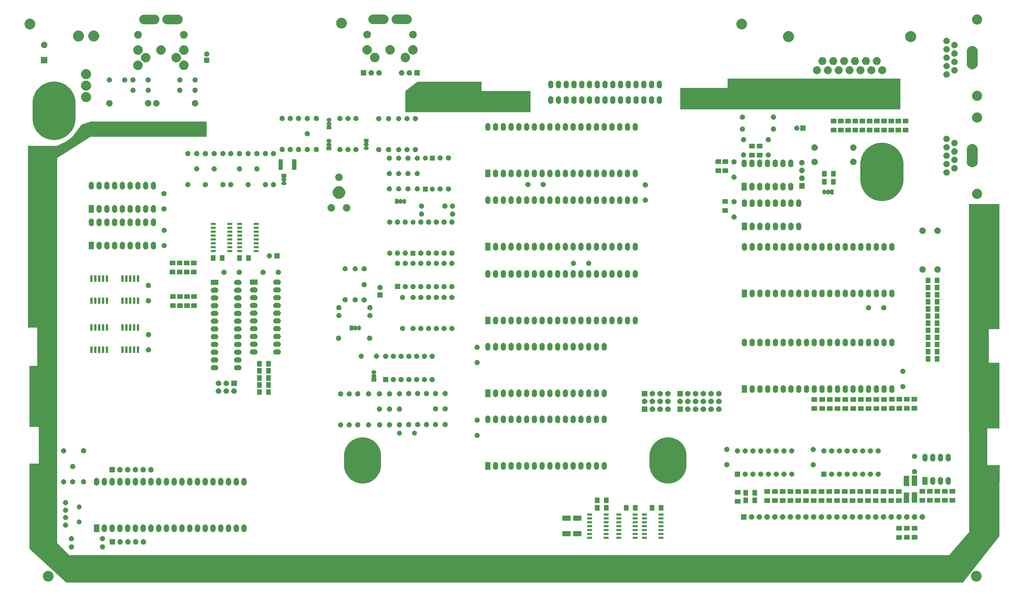
<source format=gts>
G04 #@! TF.GenerationSoftware,KiCad,Pcbnew,(5.1.0)-1*
G04 #@! TF.CreationDate,2020-11-24T21:59:56+01:00*
G04 #@! TF.ProjectId,Atari 130XE,41746172-6920-4313-9330-58452e6b6963,1.1*
G04 #@! TF.SameCoordinates,Original*
G04 #@! TF.FileFunction,Soldermask,Top*
G04 #@! TF.FilePolarity,Negative*
%FSLAX46Y46*%
G04 Gerber Fmt 4.6, Leading zero omitted, Abs format (unit mm)*
G04 Created by KiCad (PCBNEW (5.1.0)-1) date 2020-11-24 21:59:56*
%MOMM*%
%LPD*%
G04 APERTURE LIST*
%ADD10C,0.100000*%
G04 APERTURE END LIST*
D10*
G36*
X103000000Y-84000000D02*
G01*
X65036400Y-84000000D01*
X65012014Y-84002402D01*
X64988565Y-84009515D01*
X64969292Y-84019542D01*
X62327613Y-85700610D01*
X54057890Y-90963161D01*
X54038606Y-90978280D01*
X54022642Y-90996870D01*
X54010611Y-91018218D01*
X54002977Y-91041502D01*
X54000000Y-91068618D01*
X54000000Y-216948223D01*
X54002402Y-216972609D01*
X54009515Y-216996058D01*
X54021066Y-217017669D01*
X54036611Y-217036611D01*
X57963389Y-220963389D01*
X57982331Y-220978934D01*
X58003942Y-220990485D01*
X58027391Y-220997598D01*
X58051777Y-221000000D01*
X345943159Y-221000000D01*
X345967545Y-220997598D01*
X345990994Y-220990485D01*
X346012605Y-220978934D01*
X346037362Y-220957162D01*
X347995090Y-218712500D01*
X352519163Y-213525357D01*
X352533381Y-213505401D01*
X352543433Y-213483054D01*
X352548933Y-213459175D01*
X352549958Y-213443084D01*
X352549796Y-213263603D01*
X352490000Y-147010000D01*
X352490629Y-147010000D01*
X352493798Y-146999519D01*
X352494651Y-146997455D01*
X352500000Y-146961279D01*
X352500000Y-106000000D01*
X362500000Y-106000000D01*
X362500000Y-147000000D01*
X359124894Y-147000000D01*
X359100508Y-147002402D01*
X359077059Y-147009515D01*
X359055448Y-147021066D01*
X359036506Y-147036611D01*
X359020961Y-147055553D01*
X359009410Y-147077164D01*
X359002297Y-147100613D01*
X358999895Y-147124881D01*
X358992005Y-155788774D01*
X358990114Y-157864887D01*
X358992494Y-157889275D01*
X358999585Y-157912731D01*
X359011117Y-157934352D01*
X359026645Y-157953308D01*
X359045573Y-157968871D01*
X359067173Y-157980441D01*
X359090615Y-157987576D01*
X359115113Y-157990000D01*
X362500000Y-157990000D01*
X362495864Y-166886895D01*
X362490149Y-179180800D01*
X362490000Y-179500000D01*
X358615103Y-179500000D01*
X358590717Y-179502402D01*
X358567268Y-179509515D01*
X358545657Y-179521066D01*
X358526715Y-179536611D01*
X358511170Y-179555553D01*
X358499619Y-179577164D01*
X358492506Y-179600613D01*
X358490104Y-179625100D01*
X358496723Y-187567547D01*
X358499896Y-191375105D01*
X358502318Y-191399489D01*
X358509451Y-191422932D01*
X358521020Y-191444533D01*
X358536581Y-191463462D01*
X358555536Y-191478992D01*
X358577156Y-191490525D01*
X358600611Y-191497618D01*
X358624895Y-191500000D01*
X362520000Y-191500000D01*
X362519995Y-191506162D01*
X362519995Y-191506165D01*
X362510503Y-202554795D01*
X362500000Y-214780000D01*
X361562371Y-215971000D01*
X350513796Y-230005179D01*
X350513793Y-230005183D01*
X350510000Y-230010000D01*
X350506235Y-230009992D01*
X350506229Y-230009992D01*
X346000000Y-230000000D01*
X57000000Y-230000000D01*
X45000000Y-219000000D01*
X45000000Y-191000000D01*
X47875001Y-191000000D01*
X47899387Y-190997598D01*
X47922836Y-190990485D01*
X47944447Y-190978934D01*
X47963389Y-190963389D01*
X47978934Y-190944447D01*
X47990485Y-190922836D01*
X47997598Y-190899387D01*
X48000000Y-190875001D01*
X48000000Y-179124999D01*
X47997598Y-179100613D01*
X47990485Y-179077164D01*
X47978934Y-179055553D01*
X47963389Y-179036611D01*
X47944447Y-179021066D01*
X47922836Y-179009515D01*
X47899387Y-179002402D01*
X47875001Y-179000000D01*
X45000000Y-179000000D01*
X45000000Y-159000000D01*
X47375001Y-159000000D01*
X47399387Y-158997598D01*
X47422836Y-158990485D01*
X47444447Y-158978934D01*
X47463389Y-158963389D01*
X47478934Y-158944447D01*
X47490485Y-158922836D01*
X47497598Y-158899387D01*
X47500000Y-158875001D01*
X47500000Y-146624999D01*
X47497598Y-146600613D01*
X47490485Y-146577164D01*
X47478934Y-146555553D01*
X47463389Y-146536611D01*
X47444447Y-146521066D01*
X47422836Y-146509515D01*
X47399387Y-146502402D01*
X47375001Y-146500000D01*
X44500000Y-146500000D01*
X44500000Y-87000000D01*
X53970491Y-87000000D01*
X53994877Y-86997598D01*
X54026392Y-86986804D01*
X56989922Y-85505039D01*
X57009020Y-85493235D01*
X58985714Y-84010714D01*
X59010714Y-83985714D01*
X61305072Y-80926571D01*
X62000000Y-80000000D01*
X62006320Y-79997893D01*
X62006323Y-79997892D01*
X64994168Y-79001944D01*
X65000000Y-79000000D01*
X103000000Y-79000000D01*
X103000000Y-84000000D01*
X103000000Y-84000000D01*
G37*
G36*
X355297985Y-226193860D02*
G01*
X355410748Y-226216290D01*
X355542741Y-226270963D01*
X355729408Y-226348283D01*
X356016196Y-226539909D01*
X356260091Y-226783804D01*
X356451717Y-227070592D01*
X356583710Y-227389253D01*
X356651000Y-227727540D01*
X356651000Y-228072460D01*
X356583710Y-228410747D01*
X356451717Y-228729408D01*
X356260091Y-229016196D01*
X356016196Y-229260091D01*
X355729408Y-229451717D01*
X355542741Y-229529037D01*
X355410748Y-229583710D01*
X355297985Y-229606140D01*
X355072460Y-229651000D01*
X354727540Y-229651000D01*
X354502015Y-229606140D01*
X354389252Y-229583710D01*
X354257259Y-229529037D01*
X354070592Y-229451717D01*
X353783804Y-229260091D01*
X353539909Y-229016196D01*
X353348283Y-228729408D01*
X353216290Y-228410747D01*
X353149000Y-228072460D01*
X353149000Y-227727540D01*
X353216290Y-227389253D01*
X353348283Y-227070592D01*
X353539909Y-226783804D01*
X353783804Y-226539909D01*
X354070592Y-226348283D01*
X354257259Y-226270963D01*
X354389252Y-226216290D01*
X354502015Y-226193860D01*
X354727540Y-226149000D01*
X355072460Y-226149000D01*
X355297985Y-226193860D01*
X355297985Y-226193860D01*
G37*
G36*
X51497985Y-226193860D02*
G01*
X51610748Y-226216290D01*
X51742741Y-226270963D01*
X51929408Y-226348283D01*
X52216196Y-226539909D01*
X52460091Y-226783804D01*
X52651717Y-227070592D01*
X52783710Y-227389253D01*
X52851000Y-227727540D01*
X52851000Y-228072460D01*
X52783710Y-228410747D01*
X52651717Y-228729408D01*
X52460091Y-229016196D01*
X52216196Y-229260091D01*
X51929408Y-229451717D01*
X51742741Y-229529037D01*
X51610748Y-229583710D01*
X51497985Y-229606140D01*
X51272460Y-229651000D01*
X50927540Y-229651000D01*
X50702015Y-229606140D01*
X50589252Y-229583710D01*
X50457259Y-229529037D01*
X50270592Y-229451717D01*
X49983804Y-229260091D01*
X49739909Y-229016196D01*
X49548283Y-228729408D01*
X49416290Y-228410747D01*
X49349000Y-228072460D01*
X49349000Y-227727540D01*
X49416290Y-227389253D01*
X49548283Y-227070592D01*
X49739909Y-226783804D01*
X49983804Y-226539909D01*
X50270592Y-226348283D01*
X50457259Y-226270963D01*
X50589252Y-226216290D01*
X50702015Y-226193860D01*
X50927540Y-226149000D01*
X51272460Y-226149000D01*
X51497985Y-226193860D01*
X51497985Y-226193860D01*
G37*
G36*
X69117628Y-217491103D02*
G01*
X69272500Y-217555253D01*
X69411881Y-217648385D01*
X69530415Y-217766919D01*
X69623547Y-217906300D01*
X69687697Y-218061172D01*
X69720400Y-218225584D01*
X69720400Y-218393216D01*
X69687697Y-218557628D01*
X69623547Y-218712500D01*
X69530415Y-218851881D01*
X69411881Y-218970415D01*
X69272500Y-219063547D01*
X69117628Y-219127697D01*
X68953216Y-219160400D01*
X68785584Y-219160400D01*
X68621172Y-219127697D01*
X68466300Y-219063547D01*
X68326919Y-218970415D01*
X68208385Y-218851881D01*
X68115253Y-218712500D01*
X68051103Y-218557628D01*
X68018400Y-218393216D01*
X68018400Y-218225584D01*
X68051103Y-218061172D01*
X68115253Y-217906300D01*
X68208385Y-217766919D01*
X68326919Y-217648385D01*
X68466300Y-217555253D01*
X68621172Y-217491103D01*
X68785584Y-217458400D01*
X68953216Y-217458400D01*
X69117628Y-217491103D01*
X69117628Y-217491103D01*
G37*
G36*
X58957628Y-217491103D02*
G01*
X59112500Y-217555253D01*
X59251881Y-217648385D01*
X59370415Y-217766919D01*
X59463547Y-217906300D01*
X59527697Y-218061172D01*
X59560400Y-218225584D01*
X59560400Y-218393216D01*
X59527697Y-218557628D01*
X59463547Y-218712500D01*
X59370415Y-218851881D01*
X59251881Y-218970415D01*
X59112500Y-219063547D01*
X58957628Y-219127697D01*
X58793216Y-219160400D01*
X58625584Y-219160400D01*
X58461172Y-219127697D01*
X58306300Y-219063547D01*
X58166919Y-218970415D01*
X58048385Y-218851881D01*
X57955253Y-218712500D01*
X57891103Y-218557628D01*
X57858400Y-218393216D01*
X57858400Y-218225584D01*
X57891103Y-218061172D01*
X57955253Y-217906300D01*
X58048385Y-217766919D01*
X58166919Y-217648385D01*
X58306300Y-217555253D01*
X58461172Y-217491103D01*
X58625584Y-217458400D01*
X58793216Y-217458400D01*
X58957628Y-217491103D01*
X58957628Y-217491103D01*
G37*
G36*
X72996200Y-217559400D02*
G01*
X71194200Y-217559400D01*
X71194200Y-215757400D01*
X72996200Y-215757400D01*
X72996200Y-217559400D01*
X72996200Y-217559400D01*
G37*
G36*
X82365643Y-215763919D02*
G01*
X82431827Y-215770437D01*
X82601666Y-215821957D01*
X82601668Y-215821958D01*
X82657758Y-215851939D01*
X82758191Y-215905622D01*
X82774521Y-215919024D01*
X82895386Y-216018214D01*
X82978648Y-216119671D01*
X83007978Y-216155409D01*
X83091643Y-216311934D01*
X83143163Y-216481773D01*
X83160559Y-216658400D01*
X83143163Y-216835027D01*
X83091643Y-217004866D01*
X83007978Y-217161391D01*
X82978648Y-217197129D01*
X82895386Y-217298586D01*
X82824703Y-217356593D01*
X82758191Y-217411178D01*
X82601666Y-217494843D01*
X82431827Y-217546363D01*
X82365642Y-217552882D01*
X82299460Y-217559400D01*
X82210940Y-217559400D01*
X82144758Y-217552882D01*
X82078573Y-217546363D01*
X81908734Y-217494843D01*
X81752209Y-217411178D01*
X81685697Y-217356593D01*
X81615014Y-217298586D01*
X81531752Y-217197129D01*
X81502422Y-217161391D01*
X81418757Y-217004866D01*
X81367237Y-216835027D01*
X81349841Y-216658400D01*
X81367237Y-216481773D01*
X81418757Y-216311934D01*
X81502422Y-216155409D01*
X81531752Y-216119671D01*
X81615014Y-216018214D01*
X81735879Y-215919024D01*
X81752209Y-215905622D01*
X81852642Y-215851939D01*
X81908732Y-215821958D01*
X81908734Y-215821957D01*
X82078573Y-215770437D01*
X82144757Y-215763919D01*
X82210940Y-215757400D01*
X82299460Y-215757400D01*
X82365643Y-215763919D01*
X82365643Y-215763919D01*
G37*
G36*
X79825643Y-215763919D02*
G01*
X79891827Y-215770437D01*
X80061666Y-215821957D01*
X80061668Y-215821958D01*
X80117758Y-215851939D01*
X80218191Y-215905622D01*
X80234521Y-215919024D01*
X80355386Y-216018214D01*
X80438648Y-216119671D01*
X80467978Y-216155409D01*
X80551643Y-216311934D01*
X80603163Y-216481773D01*
X80620559Y-216658400D01*
X80603163Y-216835027D01*
X80551643Y-217004866D01*
X80467978Y-217161391D01*
X80438648Y-217197129D01*
X80355386Y-217298586D01*
X80284703Y-217356593D01*
X80218191Y-217411178D01*
X80061666Y-217494843D01*
X79891827Y-217546363D01*
X79825642Y-217552882D01*
X79759460Y-217559400D01*
X79670940Y-217559400D01*
X79604758Y-217552882D01*
X79538573Y-217546363D01*
X79368734Y-217494843D01*
X79212209Y-217411178D01*
X79145697Y-217356593D01*
X79075014Y-217298586D01*
X78991752Y-217197129D01*
X78962422Y-217161391D01*
X78878757Y-217004866D01*
X78827237Y-216835027D01*
X78809841Y-216658400D01*
X78827237Y-216481773D01*
X78878757Y-216311934D01*
X78962422Y-216155409D01*
X78991752Y-216119671D01*
X79075014Y-216018214D01*
X79195879Y-215919024D01*
X79212209Y-215905622D01*
X79312642Y-215851939D01*
X79368732Y-215821958D01*
X79368734Y-215821957D01*
X79538573Y-215770437D01*
X79604757Y-215763919D01*
X79670940Y-215757400D01*
X79759460Y-215757400D01*
X79825643Y-215763919D01*
X79825643Y-215763919D01*
G37*
G36*
X77285643Y-215763919D02*
G01*
X77351827Y-215770437D01*
X77521666Y-215821957D01*
X77521668Y-215821958D01*
X77577758Y-215851939D01*
X77678191Y-215905622D01*
X77694521Y-215919024D01*
X77815386Y-216018214D01*
X77898648Y-216119671D01*
X77927978Y-216155409D01*
X78011643Y-216311934D01*
X78063163Y-216481773D01*
X78080559Y-216658400D01*
X78063163Y-216835027D01*
X78011643Y-217004866D01*
X77927978Y-217161391D01*
X77898648Y-217197129D01*
X77815386Y-217298586D01*
X77744703Y-217356593D01*
X77678191Y-217411178D01*
X77521666Y-217494843D01*
X77351827Y-217546363D01*
X77285642Y-217552882D01*
X77219460Y-217559400D01*
X77130940Y-217559400D01*
X77064758Y-217552882D01*
X76998573Y-217546363D01*
X76828734Y-217494843D01*
X76672209Y-217411178D01*
X76605697Y-217356593D01*
X76535014Y-217298586D01*
X76451752Y-217197129D01*
X76422422Y-217161391D01*
X76338757Y-217004866D01*
X76287237Y-216835027D01*
X76269841Y-216658400D01*
X76287237Y-216481773D01*
X76338757Y-216311934D01*
X76422422Y-216155409D01*
X76451752Y-216119671D01*
X76535014Y-216018214D01*
X76655879Y-215919024D01*
X76672209Y-215905622D01*
X76772642Y-215851939D01*
X76828732Y-215821958D01*
X76828734Y-215821957D01*
X76998573Y-215770437D01*
X77064757Y-215763919D01*
X77130940Y-215757400D01*
X77219460Y-215757400D01*
X77285643Y-215763919D01*
X77285643Y-215763919D01*
G37*
G36*
X74745643Y-215763919D02*
G01*
X74811827Y-215770437D01*
X74981666Y-215821957D01*
X74981668Y-215821958D01*
X75037758Y-215851939D01*
X75138191Y-215905622D01*
X75154521Y-215919024D01*
X75275386Y-216018214D01*
X75358648Y-216119671D01*
X75387978Y-216155409D01*
X75471643Y-216311934D01*
X75523163Y-216481773D01*
X75540559Y-216658400D01*
X75523163Y-216835027D01*
X75471643Y-217004866D01*
X75387978Y-217161391D01*
X75358648Y-217197129D01*
X75275386Y-217298586D01*
X75204703Y-217356593D01*
X75138191Y-217411178D01*
X74981666Y-217494843D01*
X74811827Y-217546363D01*
X74745642Y-217552882D01*
X74679460Y-217559400D01*
X74590940Y-217559400D01*
X74524758Y-217552882D01*
X74458573Y-217546363D01*
X74288734Y-217494843D01*
X74132209Y-217411178D01*
X74065697Y-217356593D01*
X73995014Y-217298586D01*
X73911752Y-217197129D01*
X73882422Y-217161391D01*
X73798757Y-217004866D01*
X73747237Y-216835027D01*
X73729841Y-216658400D01*
X73747237Y-216481773D01*
X73798757Y-216311934D01*
X73882422Y-216155409D01*
X73911752Y-216119671D01*
X73995014Y-216018214D01*
X74115879Y-215919024D01*
X74132209Y-215905622D01*
X74232642Y-215851939D01*
X74288732Y-215821958D01*
X74288734Y-215821957D01*
X74458573Y-215770437D01*
X74524757Y-215763919D01*
X74590940Y-215757400D01*
X74679460Y-215757400D01*
X74745643Y-215763919D01*
X74745643Y-215763919D01*
G37*
G36*
X58932228Y-214798703D02*
G01*
X59087100Y-214862853D01*
X59226481Y-214955985D01*
X59345015Y-215074519D01*
X59438147Y-215213900D01*
X59502297Y-215368772D01*
X59535000Y-215533184D01*
X59535000Y-215700816D01*
X59502297Y-215865228D01*
X59438147Y-216020100D01*
X59345015Y-216159481D01*
X59226481Y-216278015D01*
X59087100Y-216371147D01*
X58932228Y-216435297D01*
X58767816Y-216468000D01*
X58600184Y-216468000D01*
X58435772Y-216435297D01*
X58280900Y-216371147D01*
X58141519Y-216278015D01*
X58022985Y-216159481D01*
X57929853Y-216020100D01*
X57865703Y-215865228D01*
X57833000Y-215700816D01*
X57833000Y-215533184D01*
X57865703Y-215368772D01*
X57929853Y-215213900D01*
X58022985Y-215074519D01*
X58141519Y-214955985D01*
X58280900Y-214862853D01*
X58435772Y-214798703D01*
X58600184Y-214766000D01*
X58767816Y-214766000D01*
X58932228Y-214798703D01*
X58932228Y-214798703D01*
G37*
G36*
X69092228Y-214798703D02*
G01*
X69247100Y-214862853D01*
X69386481Y-214955985D01*
X69505015Y-215074519D01*
X69598147Y-215213900D01*
X69662297Y-215368772D01*
X69695000Y-215533184D01*
X69695000Y-215700816D01*
X69662297Y-215865228D01*
X69598147Y-216020100D01*
X69505015Y-216159481D01*
X69386481Y-216278015D01*
X69247100Y-216371147D01*
X69092228Y-216435297D01*
X68927816Y-216468000D01*
X68760184Y-216468000D01*
X68595772Y-216435297D01*
X68440900Y-216371147D01*
X68301519Y-216278015D01*
X68182985Y-216159481D01*
X68089853Y-216020100D01*
X68025703Y-215865228D01*
X67993000Y-215700816D01*
X67993000Y-215533184D01*
X68025703Y-215368772D01*
X68089853Y-215213900D01*
X68182985Y-215074519D01*
X68301519Y-214955985D01*
X68440900Y-214862853D01*
X68595772Y-214798703D01*
X68760184Y-214766000D01*
X68927816Y-214766000D01*
X69092228Y-214798703D01*
X69092228Y-214798703D01*
G37*
G36*
X330365562Y-214448181D02*
G01*
X330400481Y-214458774D01*
X330432663Y-214475976D01*
X330460873Y-214499127D01*
X330484024Y-214527337D01*
X330501226Y-214559519D01*
X330511819Y-214594438D01*
X330516000Y-214636895D01*
X330516000Y-215778105D01*
X330511819Y-215820562D01*
X330501226Y-215855481D01*
X330484024Y-215887663D01*
X330460873Y-215915873D01*
X330432663Y-215939024D01*
X330400481Y-215956226D01*
X330365562Y-215966819D01*
X330323105Y-215971000D01*
X328856895Y-215971000D01*
X328814438Y-215966819D01*
X328779519Y-215956226D01*
X328747337Y-215939024D01*
X328719127Y-215915873D01*
X328695976Y-215887663D01*
X328678774Y-215855481D01*
X328668181Y-215820562D01*
X328664000Y-215778105D01*
X328664000Y-214636895D01*
X328668181Y-214594438D01*
X328678774Y-214559519D01*
X328695976Y-214527337D01*
X328719127Y-214499127D01*
X328747337Y-214475976D01*
X328779519Y-214458774D01*
X328814438Y-214448181D01*
X328856895Y-214444000D01*
X330323105Y-214444000D01*
X330365562Y-214448181D01*
X330365562Y-214448181D01*
G37*
G36*
X332925562Y-214428181D02*
G01*
X332960481Y-214438774D01*
X332992663Y-214455976D01*
X333020873Y-214479127D01*
X333044024Y-214507337D01*
X333061226Y-214539519D01*
X333071819Y-214574438D01*
X333076000Y-214616895D01*
X333076000Y-215758105D01*
X333071819Y-215800562D01*
X333061226Y-215835481D01*
X333044024Y-215867663D01*
X333020873Y-215895873D01*
X332992663Y-215919024D01*
X332960481Y-215936226D01*
X332925562Y-215946819D01*
X332883105Y-215951000D01*
X331416895Y-215951000D01*
X331374438Y-215946819D01*
X331339519Y-215936226D01*
X331307337Y-215919024D01*
X331279127Y-215895873D01*
X331255976Y-215867663D01*
X331238774Y-215835481D01*
X331228181Y-215800562D01*
X331224000Y-215758105D01*
X331224000Y-214616895D01*
X331228181Y-214574438D01*
X331238774Y-214539519D01*
X331255976Y-214507337D01*
X331279127Y-214479127D01*
X331307337Y-214455976D01*
X331339519Y-214438774D01*
X331374438Y-214428181D01*
X331416895Y-214424000D01*
X332883105Y-214424000D01*
X332925562Y-214428181D01*
X332925562Y-214428181D01*
G37*
G36*
X335455562Y-214418181D02*
G01*
X335490481Y-214428774D01*
X335522663Y-214445976D01*
X335550873Y-214469127D01*
X335574024Y-214497337D01*
X335591226Y-214529519D01*
X335601819Y-214564438D01*
X335606000Y-214606895D01*
X335606000Y-215748105D01*
X335601819Y-215790562D01*
X335591226Y-215825481D01*
X335574024Y-215857663D01*
X335550873Y-215885873D01*
X335522663Y-215909024D01*
X335490481Y-215926226D01*
X335455562Y-215936819D01*
X335413105Y-215941000D01*
X333946895Y-215941000D01*
X333904438Y-215936819D01*
X333869519Y-215926226D01*
X333837337Y-215909024D01*
X333809127Y-215885873D01*
X333785976Y-215857663D01*
X333768774Y-215825481D01*
X333758181Y-215790562D01*
X333754000Y-215748105D01*
X333754000Y-214606895D01*
X333758181Y-214564438D01*
X333768774Y-214529519D01*
X333785976Y-214497337D01*
X333809127Y-214469127D01*
X333837337Y-214445976D01*
X333869519Y-214428774D01*
X333904438Y-214418181D01*
X333946895Y-214414000D01*
X335413105Y-214414000D01*
X335455562Y-214418181D01*
X335455562Y-214418181D01*
G37*
G36*
X229138200Y-215682200D02*
G01*
X227536200Y-215682200D01*
X227536200Y-214980200D01*
X229138200Y-214980200D01*
X229138200Y-215682200D01*
X229138200Y-215682200D01*
G37*
G36*
X234538200Y-215682200D02*
G01*
X232936200Y-215682200D01*
X232936200Y-214980200D01*
X234538200Y-214980200D01*
X234538200Y-215682200D01*
X234538200Y-215682200D01*
G37*
G36*
X238655000Y-215682200D02*
G01*
X237053000Y-215682200D01*
X237053000Y-214980200D01*
X238655000Y-214980200D01*
X238655000Y-215682200D01*
X238655000Y-215682200D01*
G37*
G36*
X247046400Y-215682200D02*
G01*
X245444400Y-215682200D01*
X245444400Y-214980200D01*
X247046400Y-214980200D01*
X247046400Y-215682200D01*
X247046400Y-215682200D01*
G37*
G36*
X252446400Y-215682200D02*
G01*
X250844400Y-215682200D01*
X250844400Y-214980200D01*
X252446400Y-214980200D01*
X252446400Y-215682200D01*
X252446400Y-215682200D01*
G37*
G36*
X244055000Y-215682200D02*
G01*
X242453000Y-215682200D01*
X242453000Y-214980200D01*
X244055000Y-214980200D01*
X244055000Y-215682200D01*
X244055000Y-215682200D01*
G37*
G36*
X221909997Y-213122651D02*
G01*
X221943652Y-213132861D01*
X221974665Y-213149438D01*
X222001851Y-213171749D01*
X222024162Y-213198935D01*
X222040739Y-213229948D01*
X222050949Y-213263603D01*
X222055000Y-213304738D01*
X222055000Y-214634462D01*
X222050949Y-214675597D01*
X222040739Y-214709252D01*
X222024162Y-214740265D01*
X222001851Y-214767451D01*
X221974665Y-214789762D01*
X221943652Y-214806339D01*
X221909997Y-214816549D01*
X221868862Y-214820600D01*
X219539138Y-214820600D01*
X219498003Y-214816549D01*
X219464348Y-214806339D01*
X219433335Y-214789762D01*
X219406149Y-214767451D01*
X219383838Y-214740265D01*
X219367261Y-214709252D01*
X219357051Y-214675597D01*
X219353000Y-214634462D01*
X219353000Y-213304738D01*
X219357051Y-213263603D01*
X219367261Y-213229948D01*
X219383838Y-213198935D01*
X219406149Y-213171749D01*
X219433335Y-213149438D01*
X219464348Y-213132861D01*
X219498003Y-213122651D01*
X219539138Y-213118600D01*
X221868862Y-213118600D01*
X221909997Y-213122651D01*
X221909997Y-213122651D01*
G37*
G36*
X225509997Y-213122651D02*
G01*
X225543652Y-213132861D01*
X225574665Y-213149438D01*
X225601851Y-213171749D01*
X225624162Y-213198935D01*
X225640739Y-213229948D01*
X225650949Y-213263603D01*
X225655000Y-213304738D01*
X225655000Y-214634462D01*
X225650949Y-214675597D01*
X225640739Y-214709252D01*
X225624162Y-214740265D01*
X225601851Y-214767451D01*
X225574665Y-214789762D01*
X225543652Y-214806339D01*
X225509997Y-214816549D01*
X225468862Y-214820600D01*
X223139138Y-214820600D01*
X223098003Y-214816549D01*
X223064348Y-214806339D01*
X223033335Y-214789762D01*
X223006149Y-214767451D01*
X222983838Y-214740265D01*
X222967261Y-214709252D01*
X222957051Y-214675597D01*
X222953000Y-214634462D01*
X222953000Y-213304738D01*
X222957051Y-213263603D01*
X222967261Y-213229948D01*
X222983838Y-213198935D01*
X223006149Y-213171749D01*
X223033335Y-213149438D01*
X223064348Y-213132861D01*
X223098003Y-213122651D01*
X223139138Y-213118600D01*
X225468862Y-213118600D01*
X225509997Y-213122651D01*
X225509997Y-213122651D01*
G37*
G36*
X252446400Y-214412200D02*
G01*
X250844400Y-214412200D01*
X250844400Y-213710200D01*
X252446400Y-213710200D01*
X252446400Y-214412200D01*
X252446400Y-214412200D01*
G37*
G36*
X247046400Y-214412200D02*
G01*
X245444400Y-214412200D01*
X245444400Y-213710200D01*
X247046400Y-213710200D01*
X247046400Y-214412200D01*
X247046400Y-214412200D01*
G37*
G36*
X244055000Y-214412200D02*
G01*
X242453000Y-214412200D01*
X242453000Y-213710200D01*
X244055000Y-213710200D01*
X244055000Y-214412200D01*
X244055000Y-214412200D01*
G37*
G36*
X238655000Y-214412200D02*
G01*
X237053000Y-214412200D01*
X237053000Y-213710200D01*
X238655000Y-213710200D01*
X238655000Y-214412200D01*
X238655000Y-214412200D01*
G37*
G36*
X234538200Y-214412200D02*
G01*
X232936200Y-214412200D01*
X232936200Y-213710200D01*
X234538200Y-213710200D01*
X234538200Y-214412200D01*
X234538200Y-214412200D01*
G37*
G36*
X229138200Y-214412200D02*
G01*
X227536200Y-214412200D01*
X227536200Y-213710200D01*
X229138200Y-213710200D01*
X229138200Y-214412200D01*
X229138200Y-214412200D01*
G37*
G36*
X72185822Y-210949313D02*
G01*
X72346241Y-210997976D01*
X72494077Y-211076995D01*
X72607647Y-211170200D01*
X72623659Y-211183341D01*
X72730004Y-211312922D01*
X72730005Y-211312924D01*
X72809024Y-211460758D01*
X72857687Y-211621177D01*
X72870000Y-211746196D01*
X72870000Y-212629803D01*
X72857687Y-212754822D01*
X72809024Y-212915242D01*
X72765858Y-212996000D01*
X72730004Y-213063078D01*
X72623659Y-213192659D01*
X72494078Y-213299004D01*
X72494076Y-213299005D01*
X72346242Y-213378024D01*
X72185823Y-213426687D01*
X72019000Y-213443117D01*
X71852178Y-213426687D01*
X71691759Y-213378024D01*
X71543925Y-213299005D01*
X71543923Y-213299004D01*
X71414342Y-213192659D01*
X71307997Y-213063078D01*
X71272143Y-212996000D01*
X71228977Y-212915242D01*
X71180314Y-212754823D01*
X71168000Y-212629803D01*
X71168000Y-211746197D01*
X71180313Y-211621178D01*
X71228976Y-211460759D01*
X71307995Y-211312923D01*
X71414341Y-211183341D01*
X71430353Y-211170200D01*
X71543922Y-211076996D01*
X71559094Y-211068886D01*
X71691758Y-210997976D01*
X71852177Y-210949313D01*
X72019000Y-210932883D01*
X72185822Y-210949313D01*
X72185822Y-210949313D01*
G37*
G36*
X79805822Y-210949313D02*
G01*
X79966241Y-210997976D01*
X80114077Y-211076995D01*
X80227647Y-211170200D01*
X80243659Y-211183341D01*
X80350004Y-211312922D01*
X80350005Y-211312924D01*
X80429024Y-211460758D01*
X80477687Y-211621177D01*
X80490000Y-211746196D01*
X80490000Y-212629803D01*
X80477687Y-212754822D01*
X80429024Y-212915242D01*
X80385858Y-212996000D01*
X80350004Y-213063078D01*
X80243659Y-213192659D01*
X80114078Y-213299004D01*
X80114076Y-213299005D01*
X79966242Y-213378024D01*
X79805823Y-213426687D01*
X79639000Y-213443117D01*
X79472178Y-213426687D01*
X79311759Y-213378024D01*
X79163925Y-213299005D01*
X79163923Y-213299004D01*
X79034342Y-213192659D01*
X78927997Y-213063078D01*
X78892143Y-212996000D01*
X78848977Y-212915242D01*
X78800314Y-212754823D01*
X78788000Y-212629803D01*
X78788000Y-211746197D01*
X78800313Y-211621178D01*
X78848976Y-211460759D01*
X78927995Y-211312923D01*
X79034341Y-211183341D01*
X79050353Y-211170200D01*
X79163922Y-211076996D01*
X79179094Y-211068886D01*
X79311758Y-210997976D01*
X79472177Y-210949313D01*
X79639000Y-210932883D01*
X79805822Y-210949313D01*
X79805822Y-210949313D01*
G37*
G36*
X74725822Y-210949313D02*
G01*
X74886241Y-210997976D01*
X75034077Y-211076995D01*
X75147647Y-211170200D01*
X75163659Y-211183341D01*
X75270004Y-211312922D01*
X75270005Y-211312924D01*
X75349024Y-211460758D01*
X75397687Y-211621177D01*
X75410000Y-211746196D01*
X75410000Y-212629803D01*
X75397687Y-212754822D01*
X75349024Y-212915242D01*
X75305858Y-212996000D01*
X75270004Y-213063078D01*
X75163659Y-213192659D01*
X75034078Y-213299004D01*
X75034076Y-213299005D01*
X74886242Y-213378024D01*
X74725823Y-213426687D01*
X74559000Y-213443117D01*
X74392178Y-213426687D01*
X74231759Y-213378024D01*
X74083925Y-213299005D01*
X74083923Y-213299004D01*
X73954342Y-213192659D01*
X73847997Y-213063078D01*
X73812143Y-212996000D01*
X73768977Y-212915242D01*
X73720314Y-212754823D01*
X73708000Y-212629803D01*
X73708000Y-211746197D01*
X73720313Y-211621178D01*
X73768976Y-211460759D01*
X73847995Y-211312923D01*
X73954341Y-211183341D01*
X73970353Y-211170200D01*
X74083922Y-211076996D01*
X74099094Y-211068886D01*
X74231758Y-210997976D01*
X74392177Y-210949313D01*
X74559000Y-210932883D01*
X74725822Y-210949313D01*
X74725822Y-210949313D01*
G37*
G36*
X92505822Y-210949313D02*
G01*
X92666241Y-210997976D01*
X92814077Y-211076995D01*
X92927647Y-211170200D01*
X92943659Y-211183341D01*
X93050004Y-211312922D01*
X93050005Y-211312924D01*
X93129024Y-211460758D01*
X93177687Y-211621177D01*
X93190000Y-211746196D01*
X93190000Y-212629803D01*
X93177687Y-212754822D01*
X93129024Y-212915242D01*
X93085858Y-212996000D01*
X93050004Y-213063078D01*
X92943659Y-213192659D01*
X92814078Y-213299004D01*
X92814076Y-213299005D01*
X92666242Y-213378024D01*
X92505823Y-213426687D01*
X92339000Y-213443117D01*
X92172178Y-213426687D01*
X92011759Y-213378024D01*
X91863925Y-213299005D01*
X91863923Y-213299004D01*
X91734342Y-213192659D01*
X91627997Y-213063078D01*
X91592143Y-212996000D01*
X91548977Y-212915242D01*
X91500314Y-212754823D01*
X91488000Y-212629803D01*
X91488000Y-211746197D01*
X91500313Y-211621178D01*
X91548976Y-211460759D01*
X91627995Y-211312923D01*
X91734341Y-211183341D01*
X91750353Y-211170200D01*
X91863922Y-211076996D01*
X91879094Y-211068886D01*
X92011758Y-210997976D01*
X92172177Y-210949313D01*
X92339000Y-210932883D01*
X92505822Y-210949313D01*
X92505822Y-210949313D01*
G37*
G36*
X102665822Y-210949313D02*
G01*
X102826241Y-210997976D01*
X102974077Y-211076995D01*
X103087647Y-211170200D01*
X103103659Y-211183341D01*
X103210004Y-211312922D01*
X103210005Y-211312924D01*
X103289024Y-211460758D01*
X103337687Y-211621177D01*
X103350000Y-211746196D01*
X103350000Y-212629803D01*
X103337687Y-212754822D01*
X103289024Y-212915242D01*
X103245858Y-212996000D01*
X103210004Y-213063078D01*
X103103659Y-213192659D01*
X102974078Y-213299004D01*
X102974076Y-213299005D01*
X102826242Y-213378024D01*
X102665823Y-213426687D01*
X102499000Y-213443117D01*
X102332178Y-213426687D01*
X102171759Y-213378024D01*
X102023925Y-213299005D01*
X102023923Y-213299004D01*
X101894342Y-213192659D01*
X101787997Y-213063078D01*
X101752143Y-212996000D01*
X101708977Y-212915242D01*
X101660314Y-212754823D01*
X101648000Y-212629803D01*
X101648000Y-211746197D01*
X101660313Y-211621178D01*
X101708976Y-211460759D01*
X101787995Y-211312923D01*
X101894341Y-211183341D01*
X101910353Y-211170200D01*
X102023922Y-211076996D01*
X102039094Y-211068886D01*
X102171758Y-210997976D01*
X102332177Y-210949313D01*
X102499000Y-210932883D01*
X102665822Y-210949313D01*
X102665822Y-210949313D01*
G37*
G36*
X105205822Y-210949313D02*
G01*
X105366241Y-210997976D01*
X105514077Y-211076995D01*
X105627647Y-211170200D01*
X105643659Y-211183341D01*
X105750004Y-211312922D01*
X105750005Y-211312924D01*
X105829024Y-211460758D01*
X105877687Y-211621177D01*
X105890000Y-211746196D01*
X105890000Y-212629803D01*
X105877687Y-212754822D01*
X105829024Y-212915242D01*
X105785858Y-212996000D01*
X105750004Y-213063078D01*
X105643659Y-213192659D01*
X105514078Y-213299004D01*
X105514076Y-213299005D01*
X105366242Y-213378024D01*
X105205823Y-213426687D01*
X105039000Y-213443117D01*
X104872178Y-213426687D01*
X104711759Y-213378024D01*
X104563925Y-213299005D01*
X104563923Y-213299004D01*
X104434342Y-213192659D01*
X104327997Y-213063078D01*
X104292143Y-212996000D01*
X104248977Y-212915242D01*
X104200314Y-212754823D01*
X104188000Y-212629803D01*
X104188000Y-211746197D01*
X104200313Y-211621178D01*
X104248976Y-211460759D01*
X104327995Y-211312923D01*
X104434341Y-211183341D01*
X104450353Y-211170200D01*
X104563922Y-211076996D01*
X104579094Y-211068886D01*
X104711758Y-210997976D01*
X104872177Y-210949313D01*
X105039000Y-210932883D01*
X105205822Y-210949313D01*
X105205822Y-210949313D01*
G37*
G36*
X97585822Y-210949313D02*
G01*
X97746241Y-210997976D01*
X97894077Y-211076995D01*
X98007647Y-211170200D01*
X98023659Y-211183341D01*
X98130004Y-211312922D01*
X98130005Y-211312924D01*
X98209024Y-211460758D01*
X98257687Y-211621177D01*
X98270000Y-211746196D01*
X98270000Y-212629803D01*
X98257687Y-212754822D01*
X98209024Y-212915242D01*
X98165858Y-212996000D01*
X98130004Y-213063078D01*
X98023659Y-213192659D01*
X97894078Y-213299004D01*
X97894076Y-213299005D01*
X97746242Y-213378024D01*
X97585823Y-213426687D01*
X97419000Y-213443117D01*
X97252178Y-213426687D01*
X97091759Y-213378024D01*
X96943925Y-213299005D01*
X96943923Y-213299004D01*
X96814342Y-213192659D01*
X96707997Y-213063078D01*
X96672143Y-212996000D01*
X96628977Y-212915242D01*
X96580314Y-212754823D01*
X96568000Y-212629803D01*
X96568000Y-211746197D01*
X96580313Y-211621178D01*
X96628976Y-211460759D01*
X96707995Y-211312923D01*
X96814341Y-211183341D01*
X96830353Y-211170200D01*
X96943922Y-211076996D01*
X96959094Y-211068886D01*
X97091758Y-210997976D01*
X97252177Y-210949313D01*
X97419000Y-210932883D01*
X97585822Y-210949313D01*
X97585822Y-210949313D01*
G37*
G36*
X107745822Y-210949313D02*
G01*
X107906241Y-210997976D01*
X108054077Y-211076995D01*
X108167647Y-211170200D01*
X108183659Y-211183341D01*
X108290004Y-211312922D01*
X108290005Y-211312924D01*
X108369024Y-211460758D01*
X108417687Y-211621177D01*
X108430000Y-211746196D01*
X108430000Y-212629803D01*
X108417687Y-212754822D01*
X108369024Y-212915242D01*
X108325858Y-212996000D01*
X108290004Y-213063078D01*
X108183659Y-213192659D01*
X108054078Y-213299004D01*
X108054076Y-213299005D01*
X107906242Y-213378024D01*
X107745823Y-213426687D01*
X107579000Y-213443117D01*
X107412178Y-213426687D01*
X107251759Y-213378024D01*
X107103925Y-213299005D01*
X107103923Y-213299004D01*
X106974342Y-213192659D01*
X106867997Y-213063078D01*
X106832143Y-212996000D01*
X106788977Y-212915242D01*
X106740314Y-212754823D01*
X106728000Y-212629803D01*
X106728000Y-211746197D01*
X106740313Y-211621178D01*
X106788976Y-211460759D01*
X106867995Y-211312923D01*
X106974341Y-211183341D01*
X106990353Y-211170200D01*
X107103922Y-211076996D01*
X107119094Y-211068886D01*
X107251758Y-210997976D01*
X107412177Y-210949313D01*
X107579000Y-210932883D01*
X107745822Y-210949313D01*
X107745822Y-210949313D01*
G37*
G36*
X110285822Y-210949313D02*
G01*
X110446241Y-210997976D01*
X110594077Y-211076995D01*
X110707647Y-211170200D01*
X110723659Y-211183341D01*
X110830004Y-211312922D01*
X110830005Y-211312924D01*
X110909024Y-211460758D01*
X110957687Y-211621177D01*
X110970000Y-211746196D01*
X110970000Y-212629803D01*
X110957687Y-212754822D01*
X110909024Y-212915242D01*
X110865858Y-212996000D01*
X110830004Y-213063078D01*
X110723659Y-213192659D01*
X110594078Y-213299004D01*
X110594076Y-213299005D01*
X110446242Y-213378024D01*
X110285823Y-213426687D01*
X110119000Y-213443117D01*
X109952178Y-213426687D01*
X109791759Y-213378024D01*
X109643925Y-213299005D01*
X109643923Y-213299004D01*
X109514342Y-213192659D01*
X109407997Y-213063078D01*
X109372143Y-212996000D01*
X109328977Y-212915242D01*
X109280314Y-212754823D01*
X109268000Y-212629803D01*
X109268000Y-211746197D01*
X109280313Y-211621178D01*
X109328976Y-211460759D01*
X109407995Y-211312923D01*
X109514341Y-211183341D01*
X109530353Y-211170200D01*
X109643922Y-211076996D01*
X109659094Y-211068886D01*
X109791758Y-210997976D01*
X109952177Y-210949313D01*
X110119000Y-210932883D01*
X110285822Y-210949313D01*
X110285822Y-210949313D01*
G37*
G36*
X69645822Y-210949313D02*
G01*
X69806241Y-210997976D01*
X69954077Y-211076995D01*
X70067647Y-211170200D01*
X70083659Y-211183341D01*
X70190004Y-211312922D01*
X70190005Y-211312924D01*
X70269024Y-211460758D01*
X70317687Y-211621177D01*
X70330000Y-211746196D01*
X70330000Y-212629803D01*
X70317687Y-212754822D01*
X70269024Y-212915242D01*
X70225858Y-212996000D01*
X70190004Y-213063078D01*
X70083659Y-213192659D01*
X69954078Y-213299004D01*
X69954076Y-213299005D01*
X69806242Y-213378024D01*
X69645823Y-213426687D01*
X69479000Y-213443117D01*
X69312178Y-213426687D01*
X69151759Y-213378024D01*
X69003925Y-213299005D01*
X69003923Y-213299004D01*
X68874342Y-213192659D01*
X68767997Y-213063078D01*
X68732143Y-212996000D01*
X68688977Y-212915242D01*
X68640314Y-212754823D01*
X68628000Y-212629803D01*
X68628000Y-211746197D01*
X68640313Y-211621178D01*
X68688976Y-211460759D01*
X68767995Y-211312923D01*
X68874341Y-211183341D01*
X68890353Y-211170200D01*
X69003922Y-211076996D01*
X69019094Y-211068886D01*
X69151758Y-210997976D01*
X69312177Y-210949313D01*
X69479000Y-210932883D01*
X69645822Y-210949313D01*
X69645822Y-210949313D01*
G37*
G36*
X95045822Y-210949313D02*
G01*
X95206241Y-210997976D01*
X95354077Y-211076995D01*
X95467647Y-211170200D01*
X95483659Y-211183341D01*
X95590004Y-211312922D01*
X95590005Y-211312924D01*
X95669024Y-211460758D01*
X95717687Y-211621177D01*
X95730000Y-211746196D01*
X95730000Y-212629803D01*
X95717687Y-212754822D01*
X95669024Y-212915242D01*
X95625858Y-212996000D01*
X95590004Y-213063078D01*
X95483659Y-213192659D01*
X95354078Y-213299004D01*
X95354076Y-213299005D01*
X95206242Y-213378024D01*
X95045823Y-213426687D01*
X94879000Y-213443117D01*
X94712178Y-213426687D01*
X94551759Y-213378024D01*
X94403925Y-213299005D01*
X94403923Y-213299004D01*
X94274342Y-213192659D01*
X94167997Y-213063078D01*
X94132143Y-212996000D01*
X94088977Y-212915242D01*
X94040314Y-212754823D01*
X94028000Y-212629803D01*
X94028000Y-211746197D01*
X94040313Y-211621178D01*
X94088976Y-211460759D01*
X94167995Y-211312923D01*
X94274341Y-211183341D01*
X94290353Y-211170200D01*
X94403922Y-211076996D01*
X94419094Y-211068886D01*
X94551758Y-210997976D01*
X94712177Y-210949313D01*
X94879000Y-210932883D01*
X95045822Y-210949313D01*
X95045822Y-210949313D01*
G37*
G36*
X82345822Y-210949313D02*
G01*
X82506241Y-210997976D01*
X82654077Y-211076995D01*
X82767647Y-211170200D01*
X82783659Y-211183341D01*
X82890004Y-211312922D01*
X82890005Y-211312924D01*
X82969024Y-211460758D01*
X83017687Y-211621177D01*
X83030000Y-211746196D01*
X83030000Y-212629803D01*
X83017687Y-212754822D01*
X82969024Y-212915242D01*
X82925858Y-212996000D01*
X82890004Y-213063078D01*
X82783659Y-213192659D01*
X82654078Y-213299004D01*
X82654076Y-213299005D01*
X82506242Y-213378024D01*
X82345823Y-213426687D01*
X82179000Y-213443117D01*
X82012178Y-213426687D01*
X81851759Y-213378024D01*
X81703925Y-213299005D01*
X81703923Y-213299004D01*
X81574342Y-213192659D01*
X81467997Y-213063078D01*
X81432143Y-212996000D01*
X81388977Y-212915242D01*
X81340314Y-212754823D01*
X81328000Y-212629803D01*
X81328000Y-211746197D01*
X81340313Y-211621178D01*
X81388976Y-211460759D01*
X81467995Y-211312923D01*
X81574341Y-211183341D01*
X81590353Y-211170200D01*
X81703922Y-211076996D01*
X81719094Y-211068886D01*
X81851758Y-210997976D01*
X82012177Y-210949313D01*
X82179000Y-210932883D01*
X82345822Y-210949313D01*
X82345822Y-210949313D01*
G37*
G36*
X77265822Y-210949313D02*
G01*
X77426241Y-210997976D01*
X77574077Y-211076995D01*
X77687647Y-211170200D01*
X77703659Y-211183341D01*
X77810004Y-211312922D01*
X77810005Y-211312924D01*
X77889024Y-211460758D01*
X77937687Y-211621177D01*
X77950000Y-211746196D01*
X77950000Y-212629803D01*
X77937687Y-212754822D01*
X77889024Y-212915242D01*
X77845858Y-212996000D01*
X77810004Y-213063078D01*
X77703659Y-213192659D01*
X77574078Y-213299004D01*
X77574076Y-213299005D01*
X77426242Y-213378024D01*
X77265823Y-213426687D01*
X77099000Y-213443117D01*
X76932178Y-213426687D01*
X76771759Y-213378024D01*
X76623925Y-213299005D01*
X76623923Y-213299004D01*
X76494342Y-213192659D01*
X76387997Y-213063078D01*
X76352143Y-212996000D01*
X76308977Y-212915242D01*
X76260314Y-212754823D01*
X76248000Y-212629803D01*
X76248000Y-211746197D01*
X76260313Y-211621178D01*
X76308976Y-211460759D01*
X76387995Y-211312923D01*
X76494341Y-211183341D01*
X76510353Y-211170200D01*
X76623922Y-211076996D01*
X76639094Y-211068886D01*
X76771758Y-210997976D01*
X76932177Y-210949313D01*
X77099000Y-210932883D01*
X77265822Y-210949313D01*
X77265822Y-210949313D01*
G37*
G36*
X115365822Y-210949313D02*
G01*
X115526241Y-210997976D01*
X115674077Y-211076995D01*
X115787647Y-211170200D01*
X115803659Y-211183341D01*
X115910004Y-211312922D01*
X115910005Y-211312924D01*
X115989024Y-211460758D01*
X116037687Y-211621177D01*
X116050000Y-211746196D01*
X116050000Y-212629803D01*
X116037687Y-212754822D01*
X115989024Y-212915242D01*
X115945858Y-212996000D01*
X115910004Y-213063078D01*
X115803659Y-213192659D01*
X115674078Y-213299004D01*
X115674076Y-213299005D01*
X115526242Y-213378024D01*
X115365823Y-213426687D01*
X115199000Y-213443117D01*
X115032178Y-213426687D01*
X114871759Y-213378024D01*
X114723925Y-213299005D01*
X114723923Y-213299004D01*
X114594342Y-213192659D01*
X114487997Y-213063078D01*
X114452143Y-212996000D01*
X114408977Y-212915242D01*
X114360314Y-212754823D01*
X114348000Y-212629803D01*
X114348000Y-211746197D01*
X114360313Y-211621178D01*
X114408976Y-211460759D01*
X114487995Y-211312923D01*
X114594341Y-211183341D01*
X114610353Y-211170200D01*
X114723922Y-211076996D01*
X114739094Y-211068886D01*
X114871758Y-210997976D01*
X115032177Y-210949313D01*
X115199000Y-210932883D01*
X115365822Y-210949313D01*
X115365822Y-210949313D01*
G37*
G36*
X84885822Y-210949313D02*
G01*
X85046241Y-210997976D01*
X85194077Y-211076995D01*
X85307647Y-211170200D01*
X85323659Y-211183341D01*
X85430004Y-211312922D01*
X85430005Y-211312924D01*
X85509024Y-211460758D01*
X85557687Y-211621177D01*
X85570000Y-211746196D01*
X85570000Y-212629803D01*
X85557687Y-212754822D01*
X85509024Y-212915242D01*
X85465858Y-212996000D01*
X85430004Y-213063078D01*
X85323659Y-213192659D01*
X85194078Y-213299004D01*
X85194076Y-213299005D01*
X85046242Y-213378024D01*
X84885823Y-213426687D01*
X84719000Y-213443117D01*
X84552178Y-213426687D01*
X84391759Y-213378024D01*
X84243925Y-213299005D01*
X84243923Y-213299004D01*
X84114342Y-213192659D01*
X84007997Y-213063078D01*
X83972143Y-212996000D01*
X83928977Y-212915242D01*
X83880314Y-212754823D01*
X83868000Y-212629803D01*
X83868000Y-211746197D01*
X83880313Y-211621178D01*
X83928976Y-211460759D01*
X84007995Y-211312923D01*
X84114341Y-211183341D01*
X84130353Y-211170200D01*
X84243922Y-211076996D01*
X84259094Y-211068886D01*
X84391758Y-210997976D01*
X84552177Y-210949313D01*
X84719000Y-210932883D01*
X84885822Y-210949313D01*
X84885822Y-210949313D01*
G37*
G36*
X89965822Y-210949313D02*
G01*
X90126241Y-210997976D01*
X90274077Y-211076995D01*
X90387647Y-211170200D01*
X90403659Y-211183341D01*
X90510004Y-211312922D01*
X90510005Y-211312924D01*
X90589024Y-211460758D01*
X90637687Y-211621177D01*
X90650000Y-211746196D01*
X90650000Y-212629803D01*
X90637687Y-212754822D01*
X90589024Y-212915242D01*
X90545858Y-212996000D01*
X90510004Y-213063078D01*
X90403659Y-213192659D01*
X90274078Y-213299004D01*
X90274076Y-213299005D01*
X90126242Y-213378024D01*
X89965823Y-213426687D01*
X89799000Y-213443117D01*
X89632178Y-213426687D01*
X89471759Y-213378024D01*
X89323925Y-213299005D01*
X89323923Y-213299004D01*
X89194342Y-213192659D01*
X89087997Y-213063078D01*
X89052143Y-212996000D01*
X89008977Y-212915242D01*
X88960314Y-212754823D01*
X88948000Y-212629803D01*
X88948000Y-211746197D01*
X88960313Y-211621178D01*
X89008976Y-211460759D01*
X89087995Y-211312923D01*
X89194341Y-211183341D01*
X89210353Y-211170200D01*
X89323922Y-211076996D01*
X89339094Y-211068886D01*
X89471758Y-210997976D01*
X89632177Y-210949313D01*
X89799000Y-210932883D01*
X89965822Y-210949313D01*
X89965822Y-210949313D01*
G37*
G36*
X100125822Y-210949313D02*
G01*
X100286241Y-210997976D01*
X100434077Y-211076995D01*
X100547647Y-211170200D01*
X100563659Y-211183341D01*
X100670004Y-211312922D01*
X100670005Y-211312924D01*
X100749024Y-211460758D01*
X100797687Y-211621177D01*
X100810000Y-211746196D01*
X100810000Y-212629803D01*
X100797687Y-212754822D01*
X100749024Y-212915242D01*
X100705858Y-212996000D01*
X100670004Y-213063078D01*
X100563659Y-213192659D01*
X100434078Y-213299004D01*
X100434076Y-213299005D01*
X100286242Y-213378024D01*
X100125823Y-213426687D01*
X99959000Y-213443117D01*
X99792178Y-213426687D01*
X99631759Y-213378024D01*
X99483925Y-213299005D01*
X99483923Y-213299004D01*
X99354342Y-213192659D01*
X99247997Y-213063078D01*
X99212143Y-212996000D01*
X99168977Y-212915242D01*
X99120314Y-212754823D01*
X99108000Y-212629803D01*
X99108000Y-211746197D01*
X99120313Y-211621178D01*
X99168976Y-211460759D01*
X99247995Y-211312923D01*
X99354341Y-211183341D01*
X99370353Y-211170200D01*
X99483922Y-211076996D01*
X99499094Y-211068886D01*
X99631758Y-210997976D01*
X99792177Y-210949313D01*
X99959000Y-210932883D01*
X100125822Y-210949313D01*
X100125822Y-210949313D01*
G37*
G36*
X112825822Y-210949313D02*
G01*
X112986241Y-210997976D01*
X113134077Y-211076995D01*
X113247647Y-211170200D01*
X113263659Y-211183341D01*
X113370004Y-211312922D01*
X113370005Y-211312924D01*
X113449024Y-211460758D01*
X113497687Y-211621177D01*
X113510000Y-211746196D01*
X113510000Y-212629803D01*
X113497687Y-212754822D01*
X113449024Y-212915242D01*
X113405858Y-212996000D01*
X113370004Y-213063078D01*
X113263659Y-213192659D01*
X113134078Y-213299004D01*
X113134076Y-213299005D01*
X112986242Y-213378024D01*
X112825823Y-213426687D01*
X112659000Y-213443117D01*
X112492178Y-213426687D01*
X112331759Y-213378024D01*
X112183925Y-213299005D01*
X112183923Y-213299004D01*
X112054342Y-213192659D01*
X111947997Y-213063078D01*
X111912143Y-212996000D01*
X111868977Y-212915242D01*
X111820314Y-212754823D01*
X111808000Y-212629803D01*
X111808000Y-211746197D01*
X111820313Y-211621178D01*
X111868976Y-211460759D01*
X111947995Y-211312923D01*
X112054341Y-211183341D01*
X112070353Y-211170200D01*
X112183922Y-211076996D01*
X112199094Y-211068886D01*
X112331758Y-210997976D01*
X112492177Y-210949313D01*
X112659000Y-210932883D01*
X112825822Y-210949313D01*
X112825822Y-210949313D01*
G37*
G36*
X87425822Y-210949313D02*
G01*
X87586241Y-210997976D01*
X87734077Y-211076995D01*
X87847647Y-211170200D01*
X87863659Y-211183341D01*
X87970004Y-211312922D01*
X87970005Y-211312924D01*
X88049024Y-211460758D01*
X88097687Y-211621177D01*
X88110000Y-211746196D01*
X88110000Y-212629803D01*
X88097687Y-212754822D01*
X88049024Y-212915242D01*
X88005858Y-212996000D01*
X87970004Y-213063078D01*
X87863659Y-213192659D01*
X87734078Y-213299004D01*
X87734076Y-213299005D01*
X87586242Y-213378024D01*
X87425823Y-213426687D01*
X87259000Y-213443117D01*
X87092178Y-213426687D01*
X86931759Y-213378024D01*
X86783925Y-213299005D01*
X86783923Y-213299004D01*
X86654342Y-213192659D01*
X86547997Y-213063078D01*
X86512143Y-212996000D01*
X86468977Y-212915242D01*
X86420314Y-212754823D01*
X86408000Y-212629803D01*
X86408000Y-211746197D01*
X86420313Y-211621178D01*
X86468976Y-211460759D01*
X86547995Y-211312923D01*
X86654341Y-211183341D01*
X86670353Y-211170200D01*
X86783922Y-211076996D01*
X86799094Y-211068886D01*
X86931758Y-210997976D01*
X87092177Y-210949313D01*
X87259000Y-210932883D01*
X87425822Y-210949313D01*
X87425822Y-210949313D01*
G37*
G36*
X67790000Y-213439000D02*
G01*
X66088000Y-213439000D01*
X66088000Y-210937000D01*
X67790000Y-210937000D01*
X67790000Y-213439000D01*
X67790000Y-213439000D01*
G37*
G36*
X234538200Y-213142200D02*
G01*
X232936200Y-213142200D01*
X232936200Y-212440200D01*
X234538200Y-212440200D01*
X234538200Y-213142200D01*
X234538200Y-213142200D01*
G37*
G36*
X229138200Y-213142200D02*
G01*
X227536200Y-213142200D01*
X227536200Y-212440200D01*
X229138200Y-212440200D01*
X229138200Y-213142200D01*
X229138200Y-213142200D01*
G37*
G36*
X238655000Y-213142200D02*
G01*
X237053000Y-213142200D01*
X237053000Y-212440200D01*
X238655000Y-212440200D01*
X238655000Y-213142200D01*
X238655000Y-213142200D01*
G37*
G36*
X244055000Y-213142200D02*
G01*
X242453000Y-213142200D01*
X242453000Y-212440200D01*
X244055000Y-212440200D01*
X244055000Y-213142200D01*
X244055000Y-213142200D01*
G37*
G36*
X247046400Y-213142200D02*
G01*
X245444400Y-213142200D01*
X245444400Y-212440200D01*
X247046400Y-212440200D01*
X247046400Y-213142200D01*
X247046400Y-213142200D01*
G37*
G36*
X252446400Y-213142200D02*
G01*
X250844400Y-213142200D01*
X250844400Y-212440200D01*
X252446400Y-212440200D01*
X252446400Y-213142200D01*
X252446400Y-213142200D01*
G37*
G36*
X330365562Y-211473181D02*
G01*
X330400481Y-211483774D01*
X330432663Y-211500976D01*
X330460873Y-211524127D01*
X330484024Y-211552337D01*
X330501226Y-211584519D01*
X330511819Y-211619438D01*
X330516000Y-211661895D01*
X330516000Y-212803105D01*
X330511819Y-212845562D01*
X330501226Y-212880481D01*
X330484024Y-212912663D01*
X330460873Y-212940873D01*
X330432663Y-212964024D01*
X330400481Y-212981226D01*
X330365562Y-212991819D01*
X330323105Y-212996000D01*
X328856895Y-212996000D01*
X328814438Y-212991819D01*
X328779519Y-212981226D01*
X328747337Y-212964024D01*
X328719127Y-212940873D01*
X328695976Y-212912663D01*
X328678774Y-212880481D01*
X328668181Y-212845562D01*
X328664000Y-212803105D01*
X328664000Y-211661895D01*
X328668181Y-211619438D01*
X328678774Y-211584519D01*
X328695976Y-211552337D01*
X328719127Y-211524127D01*
X328747337Y-211500976D01*
X328779519Y-211483774D01*
X328814438Y-211473181D01*
X328856895Y-211469000D01*
X330323105Y-211469000D01*
X330365562Y-211473181D01*
X330365562Y-211473181D01*
G37*
G36*
X332925562Y-211453181D02*
G01*
X332960481Y-211463774D01*
X332992663Y-211480976D01*
X333020873Y-211504127D01*
X333044024Y-211532337D01*
X333061226Y-211564519D01*
X333071819Y-211599438D01*
X333076000Y-211641895D01*
X333076000Y-212783105D01*
X333071819Y-212825562D01*
X333061226Y-212860481D01*
X333044024Y-212892663D01*
X333020873Y-212920873D01*
X332992663Y-212944024D01*
X332960481Y-212961226D01*
X332925562Y-212971819D01*
X332883105Y-212976000D01*
X331416895Y-212976000D01*
X331374438Y-212971819D01*
X331339519Y-212961226D01*
X331307337Y-212944024D01*
X331279127Y-212920873D01*
X331255976Y-212892663D01*
X331238774Y-212860481D01*
X331228181Y-212825562D01*
X331224000Y-212783105D01*
X331224000Y-211641895D01*
X331228181Y-211599438D01*
X331238774Y-211564519D01*
X331255976Y-211532337D01*
X331279127Y-211504127D01*
X331307337Y-211480976D01*
X331339519Y-211463774D01*
X331374438Y-211453181D01*
X331416895Y-211449000D01*
X332883105Y-211449000D01*
X332925562Y-211453181D01*
X332925562Y-211453181D01*
G37*
G36*
X335455562Y-211443181D02*
G01*
X335490481Y-211453774D01*
X335522663Y-211470976D01*
X335550873Y-211494127D01*
X335574024Y-211522337D01*
X335591226Y-211554519D01*
X335601819Y-211589438D01*
X335606000Y-211631895D01*
X335606000Y-212773105D01*
X335601819Y-212815562D01*
X335591226Y-212850481D01*
X335574024Y-212882663D01*
X335550873Y-212910873D01*
X335522663Y-212934024D01*
X335490481Y-212951226D01*
X335455562Y-212961819D01*
X335413105Y-212966000D01*
X333946895Y-212966000D01*
X333904438Y-212961819D01*
X333869519Y-212951226D01*
X333837337Y-212934024D01*
X333809127Y-212910873D01*
X333785976Y-212882663D01*
X333768774Y-212850481D01*
X333758181Y-212815562D01*
X333754000Y-212773105D01*
X333754000Y-211631895D01*
X333758181Y-211589438D01*
X333768774Y-211554519D01*
X333785976Y-211522337D01*
X333809127Y-211494127D01*
X333837337Y-211470976D01*
X333869519Y-211453774D01*
X333904438Y-211443181D01*
X333946895Y-211439000D01*
X335413105Y-211439000D01*
X335455562Y-211443181D01*
X335455562Y-211443181D01*
G37*
G36*
X57027228Y-210353703D02*
G01*
X57182100Y-210417853D01*
X57321481Y-210510985D01*
X57440015Y-210629519D01*
X57533147Y-210768900D01*
X57597297Y-210923772D01*
X57630000Y-211088184D01*
X57630000Y-211255816D01*
X57597297Y-211420228D01*
X57533147Y-211575100D01*
X57440015Y-211714481D01*
X57321481Y-211833015D01*
X57182100Y-211926147D01*
X57027228Y-211990297D01*
X56862816Y-212023000D01*
X56695184Y-212023000D01*
X56530772Y-211990297D01*
X56375900Y-211926147D01*
X56236519Y-211833015D01*
X56117985Y-211714481D01*
X56024853Y-211575100D01*
X55960703Y-211420228D01*
X55928000Y-211255816D01*
X55928000Y-211088184D01*
X55960703Y-210923772D01*
X56024853Y-210768900D01*
X56117985Y-210629519D01*
X56236519Y-210510985D01*
X56375900Y-210417853D01*
X56530772Y-210353703D01*
X56695184Y-210321000D01*
X56862816Y-210321000D01*
X57027228Y-210353703D01*
X57027228Y-210353703D01*
G37*
G36*
X229138200Y-211872200D02*
G01*
X227536200Y-211872200D01*
X227536200Y-211170200D01*
X229138200Y-211170200D01*
X229138200Y-211872200D01*
X229138200Y-211872200D01*
G37*
G36*
X234538200Y-211872200D02*
G01*
X232936200Y-211872200D01*
X232936200Y-211170200D01*
X234538200Y-211170200D01*
X234538200Y-211872200D01*
X234538200Y-211872200D01*
G37*
G36*
X238655000Y-211872200D02*
G01*
X237053000Y-211872200D01*
X237053000Y-211170200D01*
X238655000Y-211170200D01*
X238655000Y-211872200D01*
X238655000Y-211872200D01*
G37*
G36*
X247046400Y-211872200D02*
G01*
X245444400Y-211872200D01*
X245444400Y-211170200D01*
X247046400Y-211170200D01*
X247046400Y-211872200D01*
X247046400Y-211872200D01*
G37*
G36*
X252446400Y-211872200D02*
G01*
X250844400Y-211872200D01*
X250844400Y-211170200D01*
X252446400Y-211170200D01*
X252446400Y-211872200D01*
X252446400Y-211872200D01*
G37*
G36*
X244055000Y-211872200D02*
G01*
X242453000Y-211872200D01*
X242453000Y-211170200D01*
X244055000Y-211170200D01*
X244055000Y-211872200D01*
X244055000Y-211872200D01*
G37*
G36*
X61457642Y-209332781D02*
G01*
X61603414Y-209393162D01*
X61603416Y-209393163D01*
X61734608Y-209480822D01*
X61846178Y-209592392D01*
X61925528Y-209711149D01*
X61933838Y-209723586D01*
X61994219Y-209869358D01*
X62025000Y-210024107D01*
X62025000Y-210181893D01*
X61994219Y-210336642D01*
X61960580Y-210417853D01*
X61933837Y-210482416D01*
X61846178Y-210613608D01*
X61734608Y-210725178D01*
X61603416Y-210812837D01*
X61603415Y-210812838D01*
X61603414Y-210812838D01*
X61457642Y-210873219D01*
X61302893Y-210904000D01*
X61145107Y-210904000D01*
X60990358Y-210873219D01*
X60844586Y-210812838D01*
X60844585Y-210812838D01*
X60844584Y-210812837D01*
X60713392Y-210725178D01*
X60601822Y-210613608D01*
X60514163Y-210482416D01*
X60487420Y-210417853D01*
X60453781Y-210336642D01*
X60423000Y-210181893D01*
X60423000Y-210024107D01*
X60453781Y-209869358D01*
X60514162Y-209723586D01*
X60522472Y-209711149D01*
X60601822Y-209592392D01*
X60713392Y-209480822D01*
X60844584Y-209393163D01*
X60844586Y-209393162D01*
X60990358Y-209332781D01*
X61145107Y-209302000D01*
X61302893Y-209302000D01*
X61457642Y-209332781D01*
X61457642Y-209332781D01*
G37*
G36*
X247046400Y-210602200D02*
G01*
X245444400Y-210602200D01*
X245444400Y-209900200D01*
X247046400Y-209900200D01*
X247046400Y-210602200D01*
X247046400Y-210602200D01*
G37*
G36*
X252446400Y-210602200D02*
G01*
X250844400Y-210602200D01*
X250844400Y-209900200D01*
X252446400Y-209900200D01*
X252446400Y-210602200D01*
X252446400Y-210602200D01*
G37*
G36*
X244055000Y-210602200D02*
G01*
X242453000Y-210602200D01*
X242453000Y-209900200D01*
X244055000Y-209900200D01*
X244055000Y-210602200D01*
X244055000Y-210602200D01*
G37*
G36*
X238655000Y-210602200D02*
G01*
X237053000Y-210602200D01*
X237053000Y-209900200D01*
X238655000Y-209900200D01*
X238655000Y-210602200D01*
X238655000Y-210602200D01*
G37*
G36*
X234538200Y-210602200D02*
G01*
X232936200Y-210602200D01*
X232936200Y-209900200D01*
X234538200Y-209900200D01*
X234538200Y-210602200D01*
X234538200Y-210602200D01*
G37*
G36*
X229138200Y-210602200D02*
G01*
X227536200Y-210602200D01*
X227536200Y-209900200D01*
X229138200Y-209900200D01*
X229138200Y-210602200D01*
X229138200Y-210602200D01*
G37*
G36*
X221909997Y-208017251D02*
G01*
X221943652Y-208027461D01*
X221974665Y-208044038D01*
X222001851Y-208066349D01*
X222024162Y-208093535D01*
X222040739Y-208124548D01*
X222050949Y-208158203D01*
X222055000Y-208199338D01*
X222055000Y-209529062D01*
X222050949Y-209570197D01*
X222040739Y-209603852D01*
X222024162Y-209634865D01*
X222001851Y-209662051D01*
X221974665Y-209684362D01*
X221943652Y-209700939D01*
X221909997Y-209711149D01*
X221868862Y-209715200D01*
X219539138Y-209715200D01*
X219498003Y-209711149D01*
X219464348Y-209700939D01*
X219433335Y-209684362D01*
X219406149Y-209662051D01*
X219383838Y-209634865D01*
X219367261Y-209603852D01*
X219357051Y-209570197D01*
X219353000Y-209529062D01*
X219353000Y-208199338D01*
X219357051Y-208158203D01*
X219367261Y-208124548D01*
X219383838Y-208093535D01*
X219406149Y-208066349D01*
X219433335Y-208044038D01*
X219464348Y-208027461D01*
X219498003Y-208017251D01*
X219539138Y-208013200D01*
X221868862Y-208013200D01*
X221909997Y-208017251D01*
X221909997Y-208017251D01*
G37*
G36*
X225509997Y-208017251D02*
G01*
X225543652Y-208027461D01*
X225574665Y-208044038D01*
X225601851Y-208066349D01*
X225624162Y-208093535D01*
X225640739Y-208124548D01*
X225650949Y-208158203D01*
X225655000Y-208199338D01*
X225655000Y-209529062D01*
X225650949Y-209570197D01*
X225640739Y-209603852D01*
X225624162Y-209634865D01*
X225601851Y-209662051D01*
X225574665Y-209684362D01*
X225543652Y-209700939D01*
X225509997Y-209711149D01*
X225468862Y-209715200D01*
X223139138Y-209715200D01*
X223098003Y-209711149D01*
X223064348Y-209700939D01*
X223033335Y-209684362D01*
X223006149Y-209662051D01*
X222983838Y-209634865D01*
X222967261Y-209603852D01*
X222957051Y-209570197D01*
X222953000Y-209529062D01*
X222953000Y-208199338D01*
X222957051Y-208158203D01*
X222967261Y-208124548D01*
X222983838Y-208093535D01*
X223006149Y-208066349D01*
X223033335Y-208044038D01*
X223064348Y-208027461D01*
X223098003Y-208017251D01*
X223139138Y-208013200D01*
X225468862Y-208013200D01*
X225509997Y-208017251D01*
X225509997Y-208017251D01*
G37*
G36*
X57027228Y-207853703D02*
G01*
X57182100Y-207917853D01*
X57321481Y-208010985D01*
X57440015Y-208129519D01*
X57533147Y-208268900D01*
X57597297Y-208423772D01*
X57630000Y-208588184D01*
X57630000Y-208755816D01*
X57597297Y-208920228D01*
X57533147Y-209075100D01*
X57440015Y-209214481D01*
X57321481Y-209333015D01*
X57182100Y-209426147D01*
X57027228Y-209490297D01*
X56862816Y-209523000D01*
X56695184Y-209523000D01*
X56530772Y-209490297D01*
X56375900Y-209426147D01*
X56236519Y-209333015D01*
X56117985Y-209214481D01*
X56024853Y-209075100D01*
X55960703Y-208920228D01*
X55928000Y-208755816D01*
X55928000Y-208588184D01*
X55960703Y-208423772D01*
X56024853Y-208268900D01*
X56117985Y-208129519D01*
X56236519Y-208010985D01*
X56375900Y-207917853D01*
X56530772Y-207853703D01*
X56695184Y-207821000D01*
X56862816Y-207821000D01*
X57027228Y-207853703D01*
X57027228Y-207853703D01*
G37*
G36*
X319550442Y-207605518D02*
G01*
X319616627Y-207612037D01*
X319786466Y-207663557D01*
X319942991Y-207747222D01*
X319978729Y-207776552D01*
X320080186Y-207859814D01*
X320163448Y-207961271D01*
X320192778Y-207997009D01*
X320276443Y-208153534D01*
X320327963Y-208323373D01*
X320345359Y-208500000D01*
X320327963Y-208676627D01*
X320276443Y-208846466D01*
X320192778Y-209002991D01*
X320163448Y-209038729D01*
X320080186Y-209140186D01*
X319989657Y-209214480D01*
X319942991Y-209252778D01*
X319786466Y-209336443D01*
X319616627Y-209387963D01*
X319550442Y-209394482D01*
X319484260Y-209401000D01*
X319395740Y-209401000D01*
X319329558Y-209394482D01*
X319263373Y-209387963D01*
X319093534Y-209336443D01*
X318937009Y-209252778D01*
X318890343Y-209214480D01*
X318799814Y-209140186D01*
X318716552Y-209038729D01*
X318687222Y-209002991D01*
X318603557Y-208846466D01*
X318552037Y-208676627D01*
X318534641Y-208500000D01*
X318552037Y-208323373D01*
X318603557Y-208153534D01*
X318687222Y-207997009D01*
X318716552Y-207961271D01*
X318799814Y-207859814D01*
X318901271Y-207776552D01*
X318937009Y-207747222D01*
X319093534Y-207663557D01*
X319263373Y-207612037D01*
X319329558Y-207605518D01*
X319395740Y-207599000D01*
X319484260Y-207599000D01*
X319550442Y-207605518D01*
X319550442Y-207605518D01*
G37*
G36*
X337330442Y-207605518D02*
G01*
X337396627Y-207612037D01*
X337566466Y-207663557D01*
X337722991Y-207747222D01*
X337758729Y-207776552D01*
X337860186Y-207859814D01*
X337943448Y-207961271D01*
X337972778Y-207997009D01*
X338056443Y-208153534D01*
X338107963Y-208323373D01*
X338125359Y-208500000D01*
X338107963Y-208676627D01*
X338056443Y-208846466D01*
X337972778Y-209002991D01*
X337943448Y-209038729D01*
X337860186Y-209140186D01*
X337769657Y-209214480D01*
X337722991Y-209252778D01*
X337566466Y-209336443D01*
X337396627Y-209387963D01*
X337330442Y-209394482D01*
X337264260Y-209401000D01*
X337175740Y-209401000D01*
X337109558Y-209394482D01*
X337043373Y-209387963D01*
X336873534Y-209336443D01*
X336717009Y-209252778D01*
X336670343Y-209214480D01*
X336579814Y-209140186D01*
X336496552Y-209038729D01*
X336467222Y-209002991D01*
X336383557Y-208846466D01*
X336332037Y-208676627D01*
X336314641Y-208500000D01*
X336332037Y-208323373D01*
X336383557Y-208153534D01*
X336467222Y-207997009D01*
X336496552Y-207961271D01*
X336579814Y-207859814D01*
X336681271Y-207776552D01*
X336717009Y-207747222D01*
X336873534Y-207663557D01*
X337043373Y-207612037D01*
X337109558Y-207605518D01*
X337175740Y-207599000D01*
X337264260Y-207599000D01*
X337330442Y-207605518D01*
X337330442Y-207605518D01*
G37*
G36*
X296690442Y-207605518D02*
G01*
X296756627Y-207612037D01*
X296926466Y-207663557D01*
X297082991Y-207747222D01*
X297118729Y-207776552D01*
X297220186Y-207859814D01*
X297303448Y-207961271D01*
X297332778Y-207997009D01*
X297416443Y-208153534D01*
X297467963Y-208323373D01*
X297485359Y-208500000D01*
X297467963Y-208676627D01*
X297416443Y-208846466D01*
X297332778Y-209002991D01*
X297303448Y-209038729D01*
X297220186Y-209140186D01*
X297129657Y-209214480D01*
X297082991Y-209252778D01*
X296926466Y-209336443D01*
X296756627Y-209387963D01*
X296690442Y-209394482D01*
X296624260Y-209401000D01*
X296535740Y-209401000D01*
X296469558Y-209394482D01*
X296403373Y-209387963D01*
X296233534Y-209336443D01*
X296077009Y-209252778D01*
X296030343Y-209214480D01*
X295939814Y-209140186D01*
X295856552Y-209038729D01*
X295827222Y-209002991D01*
X295743557Y-208846466D01*
X295692037Y-208676627D01*
X295674641Y-208500000D01*
X295692037Y-208323373D01*
X295743557Y-208153534D01*
X295827222Y-207997009D01*
X295856552Y-207961271D01*
X295939814Y-207859814D01*
X296041271Y-207776552D01*
X296077009Y-207747222D01*
X296233534Y-207663557D01*
X296403373Y-207612037D01*
X296469558Y-207605518D01*
X296535740Y-207599000D01*
X296624260Y-207599000D01*
X296690442Y-207605518D01*
X296690442Y-207605518D01*
G37*
G36*
X294150442Y-207605518D02*
G01*
X294216627Y-207612037D01*
X294386466Y-207663557D01*
X294542991Y-207747222D01*
X294578729Y-207776552D01*
X294680186Y-207859814D01*
X294763448Y-207961271D01*
X294792778Y-207997009D01*
X294876443Y-208153534D01*
X294927963Y-208323373D01*
X294945359Y-208500000D01*
X294927963Y-208676627D01*
X294876443Y-208846466D01*
X294792778Y-209002991D01*
X294763448Y-209038729D01*
X294680186Y-209140186D01*
X294589657Y-209214480D01*
X294542991Y-209252778D01*
X294386466Y-209336443D01*
X294216627Y-209387963D01*
X294150442Y-209394482D01*
X294084260Y-209401000D01*
X293995740Y-209401000D01*
X293929558Y-209394482D01*
X293863373Y-209387963D01*
X293693534Y-209336443D01*
X293537009Y-209252778D01*
X293490343Y-209214480D01*
X293399814Y-209140186D01*
X293316552Y-209038729D01*
X293287222Y-209002991D01*
X293203557Y-208846466D01*
X293152037Y-208676627D01*
X293134641Y-208500000D01*
X293152037Y-208323373D01*
X293203557Y-208153534D01*
X293287222Y-207997009D01*
X293316552Y-207961271D01*
X293399814Y-207859814D01*
X293501271Y-207776552D01*
X293537009Y-207747222D01*
X293693534Y-207663557D01*
X293863373Y-207612037D01*
X293929558Y-207605518D01*
X293995740Y-207599000D01*
X294084260Y-207599000D01*
X294150442Y-207605518D01*
X294150442Y-207605518D01*
G37*
G36*
X291610442Y-207605518D02*
G01*
X291676627Y-207612037D01*
X291846466Y-207663557D01*
X292002991Y-207747222D01*
X292038729Y-207776552D01*
X292140186Y-207859814D01*
X292223448Y-207961271D01*
X292252778Y-207997009D01*
X292336443Y-208153534D01*
X292387963Y-208323373D01*
X292405359Y-208500000D01*
X292387963Y-208676627D01*
X292336443Y-208846466D01*
X292252778Y-209002991D01*
X292223448Y-209038729D01*
X292140186Y-209140186D01*
X292049657Y-209214480D01*
X292002991Y-209252778D01*
X291846466Y-209336443D01*
X291676627Y-209387963D01*
X291610442Y-209394482D01*
X291544260Y-209401000D01*
X291455740Y-209401000D01*
X291389558Y-209394482D01*
X291323373Y-209387963D01*
X291153534Y-209336443D01*
X290997009Y-209252778D01*
X290950343Y-209214480D01*
X290859814Y-209140186D01*
X290776552Y-209038729D01*
X290747222Y-209002991D01*
X290663557Y-208846466D01*
X290612037Y-208676627D01*
X290594641Y-208500000D01*
X290612037Y-208323373D01*
X290663557Y-208153534D01*
X290747222Y-207997009D01*
X290776552Y-207961271D01*
X290859814Y-207859814D01*
X290961271Y-207776552D01*
X290997009Y-207747222D01*
X291153534Y-207663557D01*
X291323373Y-207612037D01*
X291389558Y-207605518D01*
X291455740Y-207599000D01*
X291544260Y-207599000D01*
X291610442Y-207605518D01*
X291610442Y-207605518D01*
G37*
G36*
X334790442Y-207605518D02*
G01*
X334856627Y-207612037D01*
X335026466Y-207663557D01*
X335182991Y-207747222D01*
X335218729Y-207776552D01*
X335320186Y-207859814D01*
X335403448Y-207961271D01*
X335432778Y-207997009D01*
X335516443Y-208153534D01*
X335567963Y-208323373D01*
X335585359Y-208500000D01*
X335567963Y-208676627D01*
X335516443Y-208846466D01*
X335432778Y-209002991D01*
X335403448Y-209038729D01*
X335320186Y-209140186D01*
X335229657Y-209214480D01*
X335182991Y-209252778D01*
X335026466Y-209336443D01*
X334856627Y-209387963D01*
X334790442Y-209394482D01*
X334724260Y-209401000D01*
X334635740Y-209401000D01*
X334569558Y-209394482D01*
X334503373Y-209387963D01*
X334333534Y-209336443D01*
X334177009Y-209252778D01*
X334130343Y-209214480D01*
X334039814Y-209140186D01*
X333956552Y-209038729D01*
X333927222Y-209002991D01*
X333843557Y-208846466D01*
X333792037Y-208676627D01*
X333774641Y-208500000D01*
X333792037Y-208323373D01*
X333843557Y-208153534D01*
X333927222Y-207997009D01*
X333956552Y-207961271D01*
X334039814Y-207859814D01*
X334141271Y-207776552D01*
X334177009Y-207747222D01*
X334333534Y-207663557D01*
X334503373Y-207612037D01*
X334569558Y-207605518D01*
X334635740Y-207599000D01*
X334724260Y-207599000D01*
X334790442Y-207605518D01*
X334790442Y-207605518D01*
G37*
G36*
X332250442Y-207605518D02*
G01*
X332316627Y-207612037D01*
X332486466Y-207663557D01*
X332642991Y-207747222D01*
X332678729Y-207776552D01*
X332780186Y-207859814D01*
X332863448Y-207961271D01*
X332892778Y-207997009D01*
X332976443Y-208153534D01*
X333027963Y-208323373D01*
X333045359Y-208500000D01*
X333027963Y-208676627D01*
X332976443Y-208846466D01*
X332892778Y-209002991D01*
X332863448Y-209038729D01*
X332780186Y-209140186D01*
X332689657Y-209214480D01*
X332642991Y-209252778D01*
X332486466Y-209336443D01*
X332316627Y-209387963D01*
X332250442Y-209394482D01*
X332184260Y-209401000D01*
X332095740Y-209401000D01*
X332029558Y-209394482D01*
X331963373Y-209387963D01*
X331793534Y-209336443D01*
X331637009Y-209252778D01*
X331590343Y-209214480D01*
X331499814Y-209140186D01*
X331416552Y-209038729D01*
X331387222Y-209002991D01*
X331303557Y-208846466D01*
X331252037Y-208676627D01*
X331234641Y-208500000D01*
X331252037Y-208323373D01*
X331303557Y-208153534D01*
X331387222Y-207997009D01*
X331416552Y-207961271D01*
X331499814Y-207859814D01*
X331601271Y-207776552D01*
X331637009Y-207747222D01*
X331793534Y-207663557D01*
X331963373Y-207612037D01*
X332029558Y-207605518D01*
X332095740Y-207599000D01*
X332184260Y-207599000D01*
X332250442Y-207605518D01*
X332250442Y-207605518D01*
G37*
G36*
X289070442Y-207605518D02*
G01*
X289136627Y-207612037D01*
X289306466Y-207663557D01*
X289462991Y-207747222D01*
X289498729Y-207776552D01*
X289600186Y-207859814D01*
X289683448Y-207961271D01*
X289712778Y-207997009D01*
X289796443Y-208153534D01*
X289847963Y-208323373D01*
X289865359Y-208500000D01*
X289847963Y-208676627D01*
X289796443Y-208846466D01*
X289712778Y-209002991D01*
X289683448Y-209038729D01*
X289600186Y-209140186D01*
X289509657Y-209214480D01*
X289462991Y-209252778D01*
X289306466Y-209336443D01*
X289136627Y-209387963D01*
X289070442Y-209394482D01*
X289004260Y-209401000D01*
X288915740Y-209401000D01*
X288849558Y-209394482D01*
X288783373Y-209387963D01*
X288613534Y-209336443D01*
X288457009Y-209252778D01*
X288410343Y-209214480D01*
X288319814Y-209140186D01*
X288236552Y-209038729D01*
X288207222Y-209002991D01*
X288123557Y-208846466D01*
X288072037Y-208676627D01*
X288054641Y-208500000D01*
X288072037Y-208323373D01*
X288123557Y-208153534D01*
X288207222Y-207997009D01*
X288236552Y-207961271D01*
X288319814Y-207859814D01*
X288421271Y-207776552D01*
X288457009Y-207747222D01*
X288613534Y-207663557D01*
X288783373Y-207612037D01*
X288849558Y-207605518D01*
X288915740Y-207599000D01*
X289004260Y-207599000D01*
X289070442Y-207605518D01*
X289070442Y-207605518D01*
G37*
G36*
X286530442Y-207605518D02*
G01*
X286596627Y-207612037D01*
X286766466Y-207663557D01*
X286922991Y-207747222D01*
X286958729Y-207776552D01*
X287060186Y-207859814D01*
X287143448Y-207961271D01*
X287172778Y-207997009D01*
X287256443Y-208153534D01*
X287307963Y-208323373D01*
X287325359Y-208500000D01*
X287307963Y-208676627D01*
X287256443Y-208846466D01*
X287172778Y-209002991D01*
X287143448Y-209038729D01*
X287060186Y-209140186D01*
X286969657Y-209214480D01*
X286922991Y-209252778D01*
X286766466Y-209336443D01*
X286596627Y-209387963D01*
X286530442Y-209394482D01*
X286464260Y-209401000D01*
X286375740Y-209401000D01*
X286309558Y-209394482D01*
X286243373Y-209387963D01*
X286073534Y-209336443D01*
X285917009Y-209252778D01*
X285870343Y-209214480D01*
X285779814Y-209140186D01*
X285696552Y-209038729D01*
X285667222Y-209002991D01*
X285583557Y-208846466D01*
X285532037Y-208676627D01*
X285514641Y-208500000D01*
X285532037Y-208323373D01*
X285583557Y-208153534D01*
X285667222Y-207997009D01*
X285696552Y-207961271D01*
X285779814Y-207859814D01*
X285881271Y-207776552D01*
X285917009Y-207747222D01*
X286073534Y-207663557D01*
X286243373Y-207612037D01*
X286309558Y-207605518D01*
X286375740Y-207599000D01*
X286464260Y-207599000D01*
X286530442Y-207605518D01*
X286530442Y-207605518D01*
G37*
G36*
X329710442Y-207605518D02*
G01*
X329776627Y-207612037D01*
X329946466Y-207663557D01*
X330102991Y-207747222D01*
X330138729Y-207776552D01*
X330240186Y-207859814D01*
X330323448Y-207961271D01*
X330352778Y-207997009D01*
X330436443Y-208153534D01*
X330487963Y-208323373D01*
X330505359Y-208500000D01*
X330487963Y-208676627D01*
X330436443Y-208846466D01*
X330352778Y-209002991D01*
X330323448Y-209038729D01*
X330240186Y-209140186D01*
X330149657Y-209214480D01*
X330102991Y-209252778D01*
X329946466Y-209336443D01*
X329776627Y-209387963D01*
X329710442Y-209394482D01*
X329644260Y-209401000D01*
X329555740Y-209401000D01*
X329489558Y-209394482D01*
X329423373Y-209387963D01*
X329253534Y-209336443D01*
X329097009Y-209252778D01*
X329050343Y-209214480D01*
X328959814Y-209140186D01*
X328876552Y-209038729D01*
X328847222Y-209002991D01*
X328763557Y-208846466D01*
X328712037Y-208676627D01*
X328694641Y-208500000D01*
X328712037Y-208323373D01*
X328763557Y-208153534D01*
X328847222Y-207997009D01*
X328876552Y-207961271D01*
X328959814Y-207859814D01*
X329061271Y-207776552D01*
X329097009Y-207747222D01*
X329253534Y-207663557D01*
X329423373Y-207612037D01*
X329489558Y-207605518D01*
X329555740Y-207599000D01*
X329644260Y-207599000D01*
X329710442Y-207605518D01*
X329710442Y-207605518D01*
G37*
G36*
X327170442Y-207605518D02*
G01*
X327236627Y-207612037D01*
X327406466Y-207663557D01*
X327562991Y-207747222D01*
X327598729Y-207776552D01*
X327700186Y-207859814D01*
X327783448Y-207961271D01*
X327812778Y-207997009D01*
X327896443Y-208153534D01*
X327947963Y-208323373D01*
X327965359Y-208500000D01*
X327947963Y-208676627D01*
X327896443Y-208846466D01*
X327812778Y-209002991D01*
X327783448Y-209038729D01*
X327700186Y-209140186D01*
X327609657Y-209214480D01*
X327562991Y-209252778D01*
X327406466Y-209336443D01*
X327236627Y-209387963D01*
X327170442Y-209394482D01*
X327104260Y-209401000D01*
X327015740Y-209401000D01*
X326949558Y-209394482D01*
X326883373Y-209387963D01*
X326713534Y-209336443D01*
X326557009Y-209252778D01*
X326510343Y-209214480D01*
X326419814Y-209140186D01*
X326336552Y-209038729D01*
X326307222Y-209002991D01*
X326223557Y-208846466D01*
X326172037Y-208676627D01*
X326154641Y-208500000D01*
X326172037Y-208323373D01*
X326223557Y-208153534D01*
X326307222Y-207997009D01*
X326336552Y-207961271D01*
X326419814Y-207859814D01*
X326521271Y-207776552D01*
X326557009Y-207747222D01*
X326713534Y-207663557D01*
X326883373Y-207612037D01*
X326949558Y-207605518D01*
X327015740Y-207599000D01*
X327104260Y-207599000D01*
X327170442Y-207605518D01*
X327170442Y-207605518D01*
G37*
G36*
X324630442Y-207605518D02*
G01*
X324696627Y-207612037D01*
X324866466Y-207663557D01*
X325022991Y-207747222D01*
X325058729Y-207776552D01*
X325160186Y-207859814D01*
X325243448Y-207961271D01*
X325272778Y-207997009D01*
X325356443Y-208153534D01*
X325407963Y-208323373D01*
X325425359Y-208500000D01*
X325407963Y-208676627D01*
X325356443Y-208846466D01*
X325272778Y-209002991D01*
X325243448Y-209038729D01*
X325160186Y-209140186D01*
X325069657Y-209214480D01*
X325022991Y-209252778D01*
X324866466Y-209336443D01*
X324696627Y-209387963D01*
X324630442Y-209394482D01*
X324564260Y-209401000D01*
X324475740Y-209401000D01*
X324409558Y-209394482D01*
X324343373Y-209387963D01*
X324173534Y-209336443D01*
X324017009Y-209252778D01*
X323970343Y-209214480D01*
X323879814Y-209140186D01*
X323796552Y-209038729D01*
X323767222Y-209002991D01*
X323683557Y-208846466D01*
X323632037Y-208676627D01*
X323614641Y-208500000D01*
X323632037Y-208323373D01*
X323683557Y-208153534D01*
X323767222Y-207997009D01*
X323796552Y-207961271D01*
X323879814Y-207859814D01*
X323981271Y-207776552D01*
X324017009Y-207747222D01*
X324173534Y-207663557D01*
X324343373Y-207612037D01*
X324409558Y-207605518D01*
X324475740Y-207599000D01*
X324564260Y-207599000D01*
X324630442Y-207605518D01*
X324630442Y-207605518D01*
G37*
G36*
X283990442Y-207605518D02*
G01*
X284056627Y-207612037D01*
X284226466Y-207663557D01*
X284382991Y-207747222D01*
X284418729Y-207776552D01*
X284520186Y-207859814D01*
X284603448Y-207961271D01*
X284632778Y-207997009D01*
X284716443Y-208153534D01*
X284767963Y-208323373D01*
X284785359Y-208500000D01*
X284767963Y-208676627D01*
X284716443Y-208846466D01*
X284632778Y-209002991D01*
X284603448Y-209038729D01*
X284520186Y-209140186D01*
X284429657Y-209214480D01*
X284382991Y-209252778D01*
X284226466Y-209336443D01*
X284056627Y-209387963D01*
X283990442Y-209394482D01*
X283924260Y-209401000D01*
X283835740Y-209401000D01*
X283769558Y-209394482D01*
X283703373Y-209387963D01*
X283533534Y-209336443D01*
X283377009Y-209252778D01*
X283330343Y-209214480D01*
X283239814Y-209140186D01*
X283156552Y-209038729D01*
X283127222Y-209002991D01*
X283043557Y-208846466D01*
X282992037Y-208676627D01*
X282974641Y-208500000D01*
X282992037Y-208323373D01*
X283043557Y-208153534D01*
X283127222Y-207997009D01*
X283156552Y-207961271D01*
X283239814Y-207859814D01*
X283341271Y-207776552D01*
X283377009Y-207747222D01*
X283533534Y-207663557D01*
X283703373Y-207612037D01*
X283769558Y-207605518D01*
X283835740Y-207599000D01*
X283924260Y-207599000D01*
X283990442Y-207605518D01*
X283990442Y-207605518D01*
G37*
G36*
X322090442Y-207605518D02*
G01*
X322156627Y-207612037D01*
X322326466Y-207663557D01*
X322482991Y-207747222D01*
X322518729Y-207776552D01*
X322620186Y-207859814D01*
X322703448Y-207961271D01*
X322732778Y-207997009D01*
X322816443Y-208153534D01*
X322867963Y-208323373D01*
X322885359Y-208500000D01*
X322867963Y-208676627D01*
X322816443Y-208846466D01*
X322732778Y-209002991D01*
X322703448Y-209038729D01*
X322620186Y-209140186D01*
X322529657Y-209214480D01*
X322482991Y-209252778D01*
X322326466Y-209336443D01*
X322156627Y-209387963D01*
X322090442Y-209394482D01*
X322024260Y-209401000D01*
X321935740Y-209401000D01*
X321869558Y-209394482D01*
X321803373Y-209387963D01*
X321633534Y-209336443D01*
X321477009Y-209252778D01*
X321430343Y-209214480D01*
X321339814Y-209140186D01*
X321256552Y-209038729D01*
X321227222Y-209002991D01*
X321143557Y-208846466D01*
X321092037Y-208676627D01*
X321074641Y-208500000D01*
X321092037Y-208323373D01*
X321143557Y-208153534D01*
X321227222Y-207997009D01*
X321256552Y-207961271D01*
X321339814Y-207859814D01*
X321441271Y-207776552D01*
X321477009Y-207747222D01*
X321633534Y-207663557D01*
X321803373Y-207612037D01*
X321869558Y-207605518D01*
X321935740Y-207599000D01*
X322024260Y-207599000D01*
X322090442Y-207605518D01*
X322090442Y-207605518D01*
G37*
G36*
X301770442Y-207605518D02*
G01*
X301836627Y-207612037D01*
X302006466Y-207663557D01*
X302162991Y-207747222D01*
X302198729Y-207776552D01*
X302300186Y-207859814D01*
X302383448Y-207961271D01*
X302412778Y-207997009D01*
X302496443Y-208153534D01*
X302547963Y-208323373D01*
X302565359Y-208500000D01*
X302547963Y-208676627D01*
X302496443Y-208846466D01*
X302412778Y-209002991D01*
X302383448Y-209038729D01*
X302300186Y-209140186D01*
X302209657Y-209214480D01*
X302162991Y-209252778D01*
X302006466Y-209336443D01*
X301836627Y-209387963D01*
X301770442Y-209394482D01*
X301704260Y-209401000D01*
X301615740Y-209401000D01*
X301549558Y-209394482D01*
X301483373Y-209387963D01*
X301313534Y-209336443D01*
X301157009Y-209252778D01*
X301110343Y-209214480D01*
X301019814Y-209140186D01*
X300936552Y-209038729D01*
X300907222Y-209002991D01*
X300823557Y-208846466D01*
X300772037Y-208676627D01*
X300754641Y-208500000D01*
X300772037Y-208323373D01*
X300823557Y-208153534D01*
X300907222Y-207997009D01*
X300936552Y-207961271D01*
X301019814Y-207859814D01*
X301121271Y-207776552D01*
X301157009Y-207747222D01*
X301313534Y-207663557D01*
X301483373Y-207612037D01*
X301549558Y-207605518D01*
X301615740Y-207599000D01*
X301704260Y-207599000D01*
X301770442Y-207605518D01*
X301770442Y-207605518D01*
G37*
G36*
X304310442Y-207605518D02*
G01*
X304376627Y-207612037D01*
X304546466Y-207663557D01*
X304702991Y-207747222D01*
X304738729Y-207776552D01*
X304840186Y-207859814D01*
X304923448Y-207961271D01*
X304952778Y-207997009D01*
X305036443Y-208153534D01*
X305087963Y-208323373D01*
X305105359Y-208500000D01*
X305087963Y-208676627D01*
X305036443Y-208846466D01*
X304952778Y-209002991D01*
X304923448Y-209038729D01*
X304840186Y-209140186D01*
X304749657Y-209214480D01*
X304702991Y-209252778D01*
X304546466Y-209336443D01*
X304376627Y-209387963D01*
X304310442Y-209394482D01*
X304244260Y-209401000D01*
X304155740Y-209401000D01*
X304089558Y-209394482D01*
X304023373Y-209387963D01*
X303853534Y-209336443D01*
X303697009Y-209252778D01*
X303650343Y-209214480D01*
X303559814Y-209140186D01*
X303476552Y-209038729D01*
X303447222Y-209002991D01*
X303363557Y-208846466D01*
X303312037Y-208676627D01*
X303294641Y-208500000D01*
X303312037Y-208323373D01*
X303363557Y-208153534D01*
X303447222Y-207997009D01*
X303476552Y-207961271D01*
X303559814Y-207859814D01*
X303661271Y-207776552D01*
X303697009Y-207747222D01*
X303853534Y-207663557D01*
X304023373Y-207612037D01*
X304089558Y-207605518D01*
X304155740Y-207599000D01*
X304244260Y-207599000D01*
X304310442Y-207605518D01*
X304310442Y-207605518D01*
G37*
G36*
X306850442Y-207605518D02*
G01*
X306916627Y-207612037D01*
X307086466Y-207663557D01*
X307242991Y-207747222D01*
X307278729Y-207776552D01*
X307380186Y-207859814D01*
X307463448Y-207961271D01*
X307492778Y-207997009D01*
X307576443Y-208153534D01*
X307627963Y-208323373D01*
X307645359Y-208500000D01*
X307627963Y-208676627D01*
X307576443Y-208846466D01*
X307492778Y-209002991D01*
X307463448Y-209038729D01*
X307380186Y-209140186D01*
X307289657Y-209214480D01*
X307242991Y-209252778D01*
X307086466Y-209336443D01*
X306916627Y-209387963D01*
X306850442Y-209394482D01*
X306784260Y-209401000D01*
X306695740Y-209401000D01*
X306629558Y-209394482D01*
X306563373Y-209387963D01*
X306393534Y-209336443D01*
X306237009Y-209252778D01*
X306190343Y-209214480D01*
X306099814Y-209140186D01*
X306016552Y-209038729D01*
X305987222Y-209002991D01*
X305903557Y-208846466D01*
X305852037Y-208676627D01*
X305834641Y-208500000D01*
X305852037Y-208323373D01*
X305903557Y-208153534D01*
X305987222Y-207997009D01*
X306016552Y-207961271D01*
X306099814Y-207859814D01*
X306201271Y-207776552D01*
X306237009Y-207747222D01*
X306393534Y-207663557D01*
X306563373Y-207612037D01*
X306629558Y-207605518D01*
X306695740Y-207599000D01*
X306784260Y-207599000D01*
X306850442Y-207605518D01*
X306850442Y-207605518D01*
G37*
G36*
X309390442Y-207605518D02*
G01*
X309456627Y-207612037D01*
X309626466Y-207663557D01*
X309782991Y-207747222D01*
X309818729Y-207776552D01*
X309920186Y-207859814D01*
X310003448Y-207961271D01*
X310032778Y-207997009D01*
X310116443Y-208153534D01*
X310167963Y-208323373D01*
X310185359Y-208500000D01*
X310167963Y-208676627D01*
X310116443Y-208846466D01*
X310032778Y-209002991D01*
X310003448Y-209038729D01*
X309920186Y-209140186D01*
X309829657Y-209214480D01*
X309782991Y-209252778D01*
X309626466Y-209336443D01*
X309456627Y-209387963D01*
X309390442Y-209394482D01*
X309324260Y-209401000D01*
X309235740Y-209401000D01*
X309169558Y-209394482D01*
X309103373Y-209387963D01*
X308933534Y-209336443D01*
X308777009Y-209252778D01*
X308730343Y-209214480D01*
X308639814Y-209140186D01*
X308556552Y-209038729D01*
X308527222Y-209002991D01*
X308443557Y-208846466D01*
X308392037Y-208676627D01*
X308374641Y-208500000D01*
X308392037Y-208323373D01*
X308443557Y-208153534D01*
X308527222Y-207997009D01*
X308556552Y-207961271D01*
X308639814Y-207859814D01*
X308741271Y-207776552D01*
X308777009Y-207747222D01*
X308933534Y-207663557D01*
X309103373Y-207612037D01*
X309169558Y-207605518D01*
X309235740Y-207599000D01*
X309324260Y-207599000D01*
X309390442Y-207605518D01*
X309390442Y-207605518D01*
G37*
G36*
X311930442Y-207605518D02*
G01*
X311996627Y-207612037D01*
X312166466Y-207663557D01*
X312322991Y-207747222D01*
X312358729Y-207776552D01*
X312460186Y-207859814D01*
X312543448Y-207961271D01*
X312572778Y-207997009D01*
X312656443Y-208153534D01*
X312707963Y-208323373D01*
X312725359Y-208500000D01*
X312707963Y-208676627D01*
X312656443Y-208846466D01*
X312572778Y-209002991D01*
X312543448Y-209038729D01*
X312460186Y-209140186D01*
X312369657Y-209214480D01*
X312322991Y-209252778D01*
X312166466Y-209336443D01*
X311996627Y-209387963D01*
X311930442Y-209394482D01*
X311864260Y-209401000D01*
X311775740Y-209401000D01*
X311709558Y-209394482D01*
X311643373Y-209387963D01*
X311473534Y-209336443D01*
X311317009Y-209252778D01*
X311270343Y-209214480D01*
X311179814Y-209140186D01*
X311096552Y-209038729D01*
X311067222Y-209002991D01*
X310983557Y-208846466D01*
X310932037Y-208676627D01*
X310914641Y-208500000D01*
X310932037Y-208323373D01*
X310983557Y-208153534D01*
X311067222Y-207997009D01*
X311096552Y-207961271D01*
X311179814Y-207859814D01*
X311281271Y-207776552D01*
X311317009Y-207747222D01*
X311473534Y-207663557D01*
X311643373Y-207612037D01*
X311709558Y-207605518D01*
X311775740Y-207599000D01*
X311864260Y-207599000D01*
X311930442Y-207605518D01*
X311930442Y-207605518D01*
G37*
G36*
X317010442Y-207605518D02*
G01*
X317076627Y-207612037D01*
X317246466Y-207663557D01*
X317402991Y-207747222D01*
X317438729Y-207776552D01*
X317540186Y-207859814D01*
X317623448Y-207961271D01*
X317652778Y-207997009D01*
X317736443Y-208153534D01*
X317787963Y-208323373D01*
X317805359Y-208500000D01*
X317787963Y-208676627D01*
X317736443Y-208846466D01*
X317652778Y-209002991D01*
X317623448Y-209038729D01*
X317540186Y-209140186D01*
X317449657Y-209214480D01*
X317402991Y-209252778D01*
X317246466Y-209336443D01*
X317076627Y-209387963D01*
X317010442Y-209394482D01*
X316944260Y-209401000D01*
X316855740Y-209401000D01*
X316789558Y-209394482D01*
X316723373Y-209387963D01*
X316553534Y-209336443D01*
X316397009Y-209252778D01*
X316350343Y-209214480D01*
X316259814Y-209140186D01*
X316176552Y-209038729D01*
X316147222Y-209002991D01*
X316063557Y-208846466D01*
X316012037Y-208676627D01*
X315994641Y-208500000D01*
X316012037Y-208323373D01*
X316063557Y-208153534D01*
X316147222Y-207997009D01*
X316176552Y-207961271D01*
X316259814Y-207859814D01*
X316361271Y-207776552D01*
X316397009Y-207747222D01*
X316553534Y-207663557D01*
X316723373Y-207612037D01*
X316789558Y-207605518D01*
X316855740Y-207599000D01*
X316944260Y-207599000D01*
X317010442Y-207605518D01*
X317010442Y-207605518D01*
G37*
G36*
X299230442Y-207605518D02*
G01*
X299296627Y-207612037D01*
X299466466Y-207663557D01*
X299622991Y-207747222D01*
X299658729Y-207776552D01*
X299760186Y-207859814D01*
X299843448Y-207961271D01*
X299872778Y-207997009D01*
X299956443Y-208153534D01*
X300007963Y-208323373D01*
X300025359Y-208500000D01*
X300007963Y-208676627D01*
X299956443Y-208846466D01*
X299872778Y-209002991D01*
X299843448Y-209038729D01*
X299760186Y-209140186D01*
X299669657Y-209214480D01*
X299622991Y-209252778D01*
X299466466Y-209336443D01*
X299296627Y-209387963D01*
X299230442Y-209394482D01*
X299164260Y-209401000D01*
X299075740Y-209401000D01*
X299009558Y-209394482D01*
X298943373Y-209387963D01*
X298773534Y-209336443D01*
X298617009Y-209252778D01*
X298570343Y-209214480D01*
X298479814Y-209140186D01*
X298396552Y-209038729D01*
X298367222Y-209002991D01*
X298283557Y-208846466D01*
X298232037Y-208676627D01*
X298214641Y-208500000D01*
X298232037Y-208323373D01*
X298283557Y-208153534D01*
X298367222Y-207997009D01*
X298396552Y-207961271D01*
X298479814Y-207859814D01*
X298581271Y-207776552D01*
X298617009Y-207747222D01*
X298773534Y-207663557D01*
X298943373Y-207612037D01*
X299009558Y-207605518D01*
X299075740Y-207599000D01*
X299164260Y-207599000D01*
X299230442Y-207605518D01*
X299230442Y-207605518D01*
G37*
G36*
X279701000Y-209401000D02*
G01*
X277899000Y-209401000D01*
X277899000Y-207599000D01*
X279701000Y-207599000D01*
X279701000Y-209401000D01*
X279701000Y-209401000D01*
G37*
G36*
X281450442Y-207605518D02*
G01*
X281516627Y-207612037D01*
X281686466Y-207663557D01*
X281842991Y-207747222D01*
X281878729Y-207776552D01*
X281980186Y-207859814D01*
X282063448Y-207961271D01*
X282092778Y-207997009D01*
X282176443Y-208153534D01*
X282227963Y-208323373D01*
X282245359Y-208500000D01*
X282227963Y-208676627D01*
X282176443Y-208846466D01*
X282092778Y-209002991D01*
X282063448Y-209038729D01*
X281980186Y-209140186D01*
X281889657Y-209214480D01*
X281842991Y-209252778D01*
X281686466Y-209336443D01*
X281516627Y-209387963D01*
X281450442Y-209394482D01*
X281384260Y-209401000D01*
X281295740Y-209401000D01*
X281229558Y-209394482D01*
X281163373Y-209387963D01*
X280993534Y-209336443D01*
X280837009Y-209252778D01*
X280790343Y-209214480D01*
X280699814Y-209140186D01*
X280616552Y-209038729D01*
X280587222Y-209002991D01*
X280503557Y-208846466D01*
X280452037Y-208676627D01*
X280434641Y-208500000D01*
X280452037Y-208323373D01*
X280503557Y-208153534D01*
X280587222Y-207997009D01*
X280616552Y-207961271D01*
X280699814Y-207859814D01*
X280801271Y-207776552D01*
X280837009Y-207747222D01*
X280993534Y-207663557D01*
X281163373Y-207612037D01*
X281229558Y-207605518D01*
X281295740Y-207599000D01*
X281384260Y-207599000D01*
X281450442Y-207605518D01*
X281450442Y-207605518D01*
G37*
G36*
X314470442Y-207605518D02*
G01*
X314536627Y-207612037D01*
X314706466Y-207663557D01*
X314862991Y-207747222D01*
X314898729Y-207776552D01*
X315000186Y-207859814D01*
X315083448Y-207961271D01*
X315112778Y-207997009D01*
X315196443Y-208153534D01*
X315247963Y-208323373D01*
X315265359Y-208500000D01*
X315247963Y-208676627D01*
X315196443Y-208846466D01*
X315112778Y-209002991D01*
X315083448Y-209038729D01*
X315000186Y-209140186D01*
X314909657Y-209214480D01*
X314862991Y-209252778D01*
X314706466Y-209336443D01*
X314536627Y-209387963D01*
X314470442Y-209394482D01*
X314404260Y-209401000D01*
X314315740Y-209401000D01*
X314249558Y-209394482D01*
X314183373Y-209387963D01*
X314013534Y-209336443D01*
X313857009Y-209252778D01*
X313810343Y-209214480D01*
X313719814Y-209140186D01*
X313636552Y-209038729D01*
X313607222Y-209002991D01*
X313523557Y-208846466D01*
X313472037Y-208676627D01*
X313454641Y-208500000D01*
X313472037Y-208323373D01*
X313523557Y-208153534D01*
X313607222Y-207997009D01*
X313636552Y-207961271D01*
X313719814Y-207859814D01*
X313821271Y-207776552D01*
X313857009Y-207747222D01*
X314013534Y-207663557D01*
X314183373Y-207612037D01*
X314249558Y-207605518D01*
X314315740Y-207599000D01*
X314404260Y-207599000D01*
X314470442Y-207605518D01*
X314470442Y-207605518D01*
G37*
G36*
X252446400Y-209332200D02*
G01*
X250844400Y-209332200D01*
X250844400Y-208630200D01*
X252446400Y-208630200D01*
X252446400Y-209332200D01*
X252446400Y-209332200D01*
G37*
G36*
X229138200Y-209332200D02*
G01*
X227536200Y-209332200D01*
X227536200Y-208630200D01*
X229138200Y-208630200D01*
X229138200Y-209332200D01*
X229138200Y-209332200D01*
G37*
G36*
X234538200Y-209332200D02*
G01*
X232936200Y-209332200D01*
X232936200Y-208630200D01*
X234538200Y-208630200D01*
X234538200Y-209332200D01*
X234538200Y-209332200D01*
G37*
G36*
X238655000Y-209332200D02*
G01*
X237053000Y-209332200D01*
X237053000Y-208630200D01*
X238655000Y-208630200D01*
X238655000Y-209332200D01*
X238655000Y-209332200D01*
G37*
G36*
X244055000Y-209332200D02*
G01*
X242453000Y-209332200D01*
X242453000Y-208630200D01*
X244055000Y-208630200D01*
X244055000Y-209332200D01*
X244055000Y-209332200D01*
G37*
G36*
X247046400Y-209332200D02*
G01*
X245444400Y-209332200D01*
X245444400Y-208630200D01*
X247046400Y-208630200D01*
X247046400Y-209332200D01*
X247046400Y-209332200D01*
G37*
G36*
X229138200Y-208062200D02*
G01*
X227536200Y-208062200D01*
X227536200Y-207360200D01*
X229138200Y-207360200D01*
X229138200Y-208062200D01*
X229138200Y-208062200D01*
G37*
G36*
X234538200Y-208062200D02*
G01*
X232936200Y-208062200D01*
X232936200Y-207360200D01*
X234538200Y-207360200D01*
X234538200Y-208062200D01*
X234538200Y-208062200D01*
G37*
G36*
X238655000Y-208062200D02*
G01*
X237053000Y-208062200D01*
X237053000Y-207360200D01*
X238655000Y-207360200D01*
X238655000Y-208062200D01*
X238655000Y-208062200D01*
G37*
G36*
X247046400Y-208062200D02*
G01*
X245444400Y-208062200D01*
X245444400Y-207360200D01*
X247046400Y-207360200D01*
X247046400Y-208062200D01*
X247046400Y-208062200D01*
G37*
G36*
X244055000Y-208062200D02*
G01*
X242453000Y-208062200D01*
X242453000Y-207360200D01*
X244055000Y-207360200D01*
X244055000Y-208062200D01*
X244055000Y-208062200D01*
G37*
G36*
X252446400Y-208062200D02*
G01*
X250844400Y-208062200D01*
X250844400Y-207360200D01*
X252446400Y-207360200D01*
X252446400Y-208062200D01*
X252446400Y-208062200D01*
G37*
G36*
X57027228Y-205487703D02*
G01*
X57182100Y-205551853D01*
X57321481Y-205644985D01*
X57440015Y-205763519D01*
X57533147Y-205902900D01*
X57597297Y-206057772D01*
X57630000Y-206222184D01*
X57630000Y-206389816D01*
X57597297Y-206554228D01*
X57533147Y-206709100D01*
X57440015Y-206848481D01*
X57321481Y-206967015D01*
X57182100Y-207060147D01*
X57027228Y-207124297D01*
X56862816Y-207157000D01*
X56695184Y-207157000D01*
X56530772Y-207124297D01*
X56375900Y-207060147D01*
X56236519Y-206967015D01*
X56117985Y-206848481D01*
X56024853Y-206709100D01*
X55960703Y-206554228D01*
X55928000Y-206389816D01*
X55928000Y-206222184D01*
X55960703Y-206057772D01*
X56024853Y-205902900D01*
X56117985Y-205763519D01*
X56236519Y-205644985D01*
X56375900Y-205551853D01*
X56530772Y-205487703D01*
X56695184Y-205455000D01*
X56862816Y-205455000D01*
X57027228Y-205487703D01*
X57027228Y-205487703D01*
G37*
G36*
X243908562Y-204599381D02*
G01*
X243943481Y-204609974D01*
X243975663Y-204627176D01*
X244003873Y-204650327D01*
X244027024Y-204678537D01*
X244044226Y-204710719D01*
X244054819Y-204745638D01*
X244059000Y-204788095D01*
X244059000Y-206254305D01*
X244054819Y-206296762D01*
X244044226Y-206331681D01*
X244027024Y-206363863D01*
X244003873Y-206392073D01*
X243975663Y-206415224D01*
X243943481Y-206432426D01*
X243908562Y-206443019D01*
X243866105Y-206447200D01*
X242724895Y-206447200D01*
X242682438Y-206443019D01*
X242647519Y-206432426D01*
X242615337Y-206415224D01*
X242587127Y-206392073D01*
X242563976Y-206363863D01*
X242546774Y-206331681D01*
X242536181Y-206296762D01*
X242532000Y-206254305D01*
X242532000Y-204788095D01*
X242536181Y-204745638D01*
X242546774Y-204710719D01*
X242563976Y-204678537D01*
X242587127Y-204650327D01*
X242615337Y-204627176D01*
X242647519Y-204609974D01*
X242682438Y-204599381D01*
X242724895Y-204595200D01*
X243866105Y-204595200D01*
X243908562Y-204599381D01*
X243908562Y-204599381D01*
G37*
G36*
X249340962Y-204599381D02*
G01*
X249375881Y-204609974D01*
X249408063Y-204627176D01*
X249436273Y-204650327D01*
X249459424Y-204678537D01*
X249476626Y-204710719D01*
X249487219Y-204745638D01*
X249491400Y-204788095D01*
X249491400Y-206254305D01*
X249487219Y-206296762D01*
X249476626Y-206331681D01*
X249459424Y-206363863D01*
X249436273Y-206392073D01*
X249408063Y-206415224D01*
X249375881Y-206432426D01*
X249340962Y-206443019D01*
X249298505Y-206447200D01*
X248157295Y-206447200D01*
X248114838Y-206443019D01*
X248079919Y-206432426D01*
X248047737Y-206415224D01*
X248019527Y-206392073D01*
X247996376Y-206363863D01*
X247979174Y-206331681D01*
X247968581Y-206296762D01*
X247964400Y-206254305D01*
X247964400Y-204788095D01*
X247968581Y-204745638D01*
X247979174Y-204710719D01*
X247996376Y-204678537D01*
X248019527Y-204650327D01*
X248047737Y-204627176D01*
X248079919Y-204609974D01*
X248114838Y-204599381D01*
X248157295Y-204595200D01*
X249298505Y-204595200D01*
X249340962Y-204599381D01*
X249340962Y-204599381D01*
G37*
G36*
X240933562Y-204599381D02*
G01*
X240968481Y-204609974D01*
X241000663Y-204627176D01*
X241028873Y-204650327D01*
X241052024Y-204678537D01*
X241069226Y-204710719D01*
X241079819Y-204745638D01*
X241084000Y-204788095D01*
X241084000Y-206254305D01*
X241079819Y-206296762D01*
X241069226Y-206331681D01*
X241052024Y-206363863D01*
X241028873Y-206392073D01*
X241000663Y-206415224D01*
X240968481Y-206432426D01*
X240933562Y-206443019D01*
X240891105Y-206447200D01*
X239749895Y-206447200D01*
X239707438Y-206443019D01*
X239672519Y-206432426D01*
X239640337Y-206415224D01*
X239612127Y-206392073D01*
X239588976Y-206363863D01*
X239571774Y-206331681D01*
X239561181Y-206296762D01*
X239557000Y-206254305D01*
X239557000Y-204788095D01*
X239561181Y-204745638D01*
X239571774Y-204710719D01*
X239588976Y-204678537D01*
X239612127Y-204650327D01*
X239640337Y-204627176D01*
X239672519Y-204609974D01*
X239707438Y-204599381D01*
X239749895Y-204595200D01*
X240891105Y-204595200D01*
X240933562Y-204599381D01*
X240933562Y-204599381D01*
G37*
G36*
X252315962Y-204599381D02*
G01*
X252350881Y-204609974D01*
X252383063Y-204627176D01*
X252411273Y-204650327D01*
X252434424Y-204678537D01*
X252451626Y-204710719D01*
X252462219Y-204745638D01*
X252466400Y-204788095D01*
X252466400Y-206254305D01*
X252462219Y-206296762D01*
X252451626Y-206331681D01*
X252434424Y-206363863D01*
X252411273Y-206392073D01*
X252383063Y-206415224D01*
X252350881Y-206432426D01*
X252315962Y-206443019D01*
X252273505Y-206447200D01*
X251132295Y-206447200D01*
X251089838Y-206443019D01*
X251054919Y-206432426D01*
X251022737Y-206415224D01*
X250994527Y-206392073D01*
X250971376Y-206363863D01*
X250954174Y-206331681D01*
X250943581Y-206296762D01*
X250939400Y-206254305D01*
X250939400Y-204788095D01*
X250943581Y-204745638D01*
X250954174Y-204710719D01*
X250971376Y-204678537D01*
X250994527Y-204650327D01*
X251022737Y-204627176D01*
X251054919Y-204609974D01*
X251089838Y-204599381D01*
X251132295Y-204595200D01*
X252273505Y-204595200D01*
X252315962Y-204599381D01*
X252315962Y-204599381D01*
G37*
G36*
X231408562Y-204573981D02*
G01*
X231443481Y-204584574D01*
X231475663Y-204601776D01*
X231503873Y-204624927D01*
X231527024Y-204653137D01*
X231544226Y-204685319D01*
X231554819Y-204720238D01*
X231559000Y-204762695D01*
X231559000Y-206228905D01*
X231554819Y-206271362D01*
X231544226Y-206306281D01*
X231527024Y-206338463D01*
X231503873Y-206366673D01*
X231475663Y-206389824D01*
X231443481Y-206407026D01*
X231408562Y-206417619D01*
X231366105Y-206421800D01*
X230224895Y-206421800D01*
X230182438Y-206417619D01*
X230147519Y-206407026D01*
X230115337Y-206389824D01*
X230087127Y-206366673D01*
X230063976Y-206338463D01*
X230046774Y-206306281D01*
X230036181Y-206271362D01*
X230032000Y-206228905D01*
X230032000Y-204762695D01*
X230036181Y-204720238D01*
X230046774Y-204685319D01*
X230063976Y-204653137D01*
X230087127Y-204624927D01*
X230115337Y-204601776D01*
X230147519Y-204584574D01*
X230182438Y-204573981D01*
X230224895Y-204569800D01*
X231366105Y-204569800D01*
X231408562Y-204573981D01*
X231408562Y-204573981D01*
G37*
G36*
X234383562Y-204573981D02*
G01*
X234418481Y-204584574D01*
X234450663Y-204601776D01*
X234478873Y-204624927D01*
X234502024Y-204653137D01*
X234519226Y-204685319D01*
X234529819Y-204720238D01*
X234534000Y-204762695D01*
X234534000Y-206228905D01*
X234529819Y-206271362D01*
X234519226Y-206306281D01*
X234502024Y-206338463D01*
X234478873Y-206366673D01*
X234450663Y-206389824D01*
X234418481Y-206407026D01*
X234383562Y-206417619D01*
X234341105Y-206421800D01*
X233199895Y-206421800D01*
X233157438Y-206417619D01*
X233122519Y-206407026D01*
X233090337Y-206389824D01*
X233062127Y-206366673D01*
X233038976Y-206338463D01*
X233021774Y-206306281D01*
X233011181Y-206271362D01*
X233007000Y-206228905D01*
X233007000Y-204762695D01*
X233011181Y-204720238D01*
X233021774Y-204685319D01*
X233038976Y-204653137D01*
X233062127Y-204624927D01*
X233090337Y-204601776D01*
X233122519Y-204584574D01*
X233157438Y-204573981D01*
X233199895Y-204569800D01*
X234341105Y-204569800D01*
X234383562Y-204573981D01*
X234383562Y-204573981D01*
G37*
G36*
X61457642Y-204432781D02*
G01*
X61603414Y-204493162D01*
X61603416Y-204493163D01*
X61734608Y-204580822D01*
X61846178Y-204692392D01*
X61933837Y-204823584D01*
X61933838Y-204823586D01*
X61994219Y-204969358D01*
X62025000Y-205124107D01*
X62025000Y-205281893D01*
X61994219Y-205436642D01*
X61946497Y-205551852D01*
X61933837Y-205582416D01*
X61846178Y-205713608D01*
X61734608Y-205825178D01*
X61603416Y-205912837D01*
X61603415Y-205912838D01*
X61603414Y-205912838D01*
X61457642Y-205973219D01*
X61302893Y-206004000D01*
X61145107Y-206004000D01*
X60990358Y-205973219D01*
X60844586Y-205912838D01*
X60844585Y-205912838D01*
X60844584Y-205912837D01*
X60713392Y-205825178D01*
X60601822Y-205713608D01*
X60514163Y-205582416D01*
X60501503Y-205551852D01*
X60453781Y-205436642D01*
X60423000Y-205281893D01*
X60423000Y-205124107D01*
X60453781Y-204969358D01*
X60514162Y-204823586D01*
X60514163Y-204823584D01*
X60601822Y-204692392D01*
X60713392Y-204580822D01*
X60844584Y-204493163D01*
X60844586Y-204493162D01*
X60990358Y-204432781D01*
X61145107Y-204402000D01*
X61302893Y-204402000D01*
X61457642Y-204432781D01*
X61457642Y-204432781D01*
G37*
G36*
X57027228Y-202987703D02*
G01*
X57182100Y-203051853D01*
X57321481Y-203144985D01*
X57440015Y-203263519D01*
X57533147Y-203402900D01*
X57597297Y-203557772D01*
X57630000Y-203722184D01*
X57630000Y-203889816D01*
X57597297Y-204054228D01*
X57533147Y-204209100D01*
X57440015Y-204348481D01*
X57321481Y-204467015D01*
X57182100Y-204560147D01*
X57027228Y-204624297D01*
X56862816Y-204657000D01*
X56695184Y-204657000D01*
X56530772Y-204624297D01*
X56375900Y-204560147D01*
X56236519Y-204467015D01*
X56117985Y-204348481D01*
X56024853Y-204209100D01*
X55960703Y-204054228D01*
X55928000Y-203889816D01*
X55928000Y-203722184D01*
X55960703Y-203557772D01*
X56024853Y-203402900D01*
X56117985Y-203263519D01*
X56236519Y-203144985D01*
X56375900Y-203051853D01*
X56530772Y-202987703D01*
X56695184Y-202955000D01*
X56862816Y-202955000D01*
X57027228Y-202987703D01*
X57027228Y-202987703D01*
G37*
G36*
X277584762Y-202632781D02*
G01*
X277619681Y-202643374D01*
X277651863Y-202660576D01*
X277680073Y-202683727D01*
X277703224Y-202711937D01*
X277720426Y-202744119D01*
X277731019Y-202779038D01*
X277735200Y-202821495D01*
X277735200Y-203962705D01*
X277731019Y-204005162D01*
X277720426Y-204040081D01*
X277703224Y-204072263D01*
X277680073Y-204100473D01*
X277651863Y-204123624D01*
X277619681Y-204140826D01*
X277584762Y-204151419D01*
X277542305Y-204155600D01*
X276076095Y-204155600D01*
X276033638Y-204151419D01*
X275998719Y-204140826D01*
X275966537Y-204123624D01*
X275938327Y-204100473D01*
X275915176Y-204072263D01*
X275897974Y-204040081D01*
X275887381Y-204005162D01*
X275883200Y-203962705D01*
X275883200Y-202821495D01*
X275887381Y-202779038D01*
X275897974Y-202744119D01*
X275915176Y-202711937D01*
X275938327Y-202683727D01*
X275966537Y-202660576D01*
X275998719Y-202643374D01*
X276033638Y-202632781D01*
X276076095Y-202628600D01*
X277542305Y-202628600D01*
X277584762Y-202632781D01*
X277584762Y-202632781D01*
G37*
G36*
X234383562Y-202151181D02*
G01*
X234418481Y-202161774D01*
X234450663Y-202178976D01*
X234478873Y-202202127D01*
X234502024Y-202230337D01*
X234519226Y-202262519D01*
X234529819Y-202297438D01*
X234534000Y-202339895D01*
X234534000Y-203806105D01*
X234529819Y-203848562D01*
X234519226Y-203883481D01*
X234502024Y-203915663D01*
X234478873Y-203943873D01*
X234450663Y-203967024D01*
X234418481Y-203984226D01*
X234383562Y-203994819D01*
X234341105Y-203999000D01*
X233199895Y-203999000D01*
X233157438Y-203994819D01*
X233122519Y-203984226D01*
X233090337Y-203967024D01*
X233062127Y-203943873D01*
X233038976Y-203915663D01*
X233021774Y-203883481D01*
X233011181Y-203848562D01*
X233007000Y-203806105D01*
X233007000Y-202339895D01*
X233011181Y-202297438D01*
X233021774Y-202262519D01*
X233038976Y-202230337D01*
X233062127Y-202202127D01*
X233090337Y-202178976D01*
X233122519Y-202161774D01*
X233157438Y-202151181D01*
X233199895Y-202147000D01*
X234341105Y-202147000D01*
X234383562Y-202151181D01*
X234383562Y-202151181D01*
G37*
G36*
X231408562Y-202151181D02*
G01*
X231443481Y-202161774D01*
X231475663Y-202178976D01*
X231503873Y-202202127D01*
X231527024Y-202230337D01*
X231544226Y-202262519D01*
X231554819Y-202297438D01*
X231559000Y-202339895D01*
X231559000Y-203806105D01*
X231554819Y-203848562D01*
X231544226Y-203883481D01*
X231527024Y-203915663D01*
X231503873Y-203943873D01*
X231475663Y-203967024D01*
X231443481Y-203984226D01*
X231408562Y-203994819D01*
X231366105Y-203999000D01*
X230224895Y-203999000D01*
X230182438Y-203994819D01*
X230147519Y-203984226D01*
X230115337Y-203967024D01*
X230087127Y-203943873D01*
X230063976Y-203915663D01*
X230046774Y-203883481D01*
X230036181Y-203848562D01*
X230032000Y-203806105D01*
X230032000Y-202339895D01*
X230036181Y-202297438D01*
X230046774Y-202262519D01*
X230063976Y-202230337D01*
X230087127Y-202202127D01*
X230115337Y-202178976D01*
X230147519Y-202161774D01*
X230182438Y-202151181D01*
X230224895Y-202147000D01*
X231366105Y-202147000D01*
X231408562Y-202151181D01*
X231408562Y-202151181D01*
G37*
G36*
X280024162Y-202151181D02*
G01*
X280059081Y-202161774D01*
X280091263Y-202178976D01*
X280119473Y-202202127D01*
X280142624Y-202230337D01*
X280159826Y-202262519D01*
X280170419Y-202297438D01*
X280174600Y-202339895D01*
X280174600Y-203806105D01*
X280170419Y-203848562D01*
X280159826Y-203883481D01*
X280142624Y-203915663D01*
X280119473Y-203943873D01*
X280091263Y-203967024D01*
X280059081Y-203984226D01*
X280024162Y-203994819D01*
X279981705Y-203999000D01*
X278840495Y-203999000D01*
X278798038Y-203994819D01*
X278763119Y-203984226D01*
X278730937Y-203967024D01*
X278702727Y-203943873D01*
X278679576Y-203915663D01*
X278662374Y-203883481D01*
X278651781Y-203848562D01*
X278647600Y-203806105D01*
X278647600Y-202339895D01*
X278651781Y-202297438D01*
X278662374Y-202262519D01*
X278679576Y-202230337D01*
X278702727Y-202202127D01*
X278730937Y-202178976D01*
X278763119Y-202161774D01*
X278798038Y-202151181D01*
X278840495Y-202147000D01*
X279981705Y-202147000D01*
X280024162Y-202151181D01*
X280024162Y-202151181D01*
G37*
G36*
X282999162Y-202151181D02*
G01*
X283034081Y-202161774D01*
X283066263Y-202178976D01*
X283094473Y-202202127D01*
X283117624Y-202230337D01*
X283134826Y-202262519D01*
X283145419Y-202297438D01*
X283149600Y-202339895D01*
X283149600Y-203806105D01*
X283145419Y-203848562D01*
X283134826Y-203883481D01*
X283117624Y-203915663D01*
X283094473Y-203943873D01*
X283066263Y-203967024D01*
X283034081Y-203984226D01*
X282999162Y-203994819D01*
X282956705Y-203999000D01*
X281815495Y-203999000D01*
X281773038Y-203994819D01*
X281738119Y-203984226D01*
X281705937Y-203967024D01*
X281677727Y-203943873D01*
X281654576Y-203915663D01*
X281637374Y-203883481D01*
X281626781Y-203848562D01*
X281622600Y-203806105D01*
X281622600Y-202339895D01*
X281626781Y-202297438D01*
X281637374Y-202262519D01*
X281654576Y-202230337D01*
X281677727Y-202202127D01*
X281705937Y-202178976D01*
X281738119Y-202161774D01*
X281773038Y-202151181D01*
X281815495Y-202147000D01*
X282956705Y-202147000D01*
X282999162Y-202151181D01*
X282999162Y-202151181D01*
G37*
G36*
X332955200Y-203904500D02*
G01*
X331153200Y-203904500D01*
X331153200Y-200502500D01*
X332955200Y-200502500D01*
X332955200Y-203904500D01*
X332955200Y-203904500D01*
G37*
G36*
X320218662Y-202378781D02*
G01*
X320253581Y-202389374D01*
X320285763Y-202406576D01*
X320313973Y-202429727D01*
X320337124Y-202457937D01*
X320354326Y-202490119D01*
X320364919Y-202525038D01*
X320369100Y-202567495D01*
X320369100Y-203708705D01*
X320364919Y-203751162D01*
X320354326Y-203786081D01*
X320337124Y-203818263D01*
X320313973Y-203846473D01*
X320285763Y-203869624D01*
X320253581Y-203886826D01*
X320218662Y-203897419D01*
X320176205Y-203901600D01*
X318709995Y-203901600D01*
X318667538Y-203897419D01*
X318632619Y-203886826D01*
X318600437Y-203869624D01*
X318572227Y-203846473D01*
X318549076Y-203818263D01*
X318531874Y-203786081D01*
X318521281Y-203751162D01*
X318517100Y-203708705D01*
X318517100Y-202567495D01*
X318521281Y-202525038D01*
X318531874Y-202490119D01*
X318549076Y-202457937D01*
X318572227Y-202429727D01*
X318600437Y-202406576D01*
X318632619Y-202389374D01*
X318667538Y-202378781D01*
X318709995Y-202374600D01*
X320176205Y-202374600D01*
X320218662Y-202378781D01*
X320218662Y-202378781D01*
G37*
G36*
X330315162Y-202378781D02*
G01*
X330350081Y-202389374D01*
X330382263Y-202406576D01*
X330410473Y-202429727D01*
X330433624Y-202457937D01*
X330450826Y-202490119D01*
X330461419Y-202525038D01*
X330465600Y-202567495D01*
X330465600Y-203708705D01*
X330461419Y-203751162D01*
X330450826Y-203786081D01*
X330433624Y-203818263D01*
X330410473Y-203846473D01*
X330382263Y-203869624D01*
X330350081Y-203886826D01*
X330315162Y-203897419D01*
X330272705Y-203901600D01*
X328806495Y-203901600D01*
X328764038Y-203897419D01*
X328729119Y-203886826D01*
X328696937Y-203869624D01*
X328668727Y-203846473D01*
X328645576Y-203818263D01*
X328628374Y-203786081D01*
X328617781Y-203751162D01*
X328613600Y-203708705D01*
X328613600Y-202567495D01*
X328617781Y-202525038D01*
X328628374Y-202490119D01*
X328645576Y-202457937D01*
X328668727Y-202429727D01*
X328696937Y-202406576D01*
X328729119Y-202389374D01*
X328764038Y-202378781D01*
X328806495Y-202374600D01*
X330272705Y-202374600D01*
X330315162Y-202378781D01*
X330315162Y-202378781D01*
G37*
G36*
X292291362Y-202372581D02*
G01*
X292326281Y-202383174D01*
X292358463Y-202400376D01*
X292386673Y-202423527D01*
X292409824Y-202451737D01*
X292427026Y-202483919D01*
X292437619Y-202518838D01*
X292441800Y-202561295D01*
X292441800Y-203702505D01*
X292437619Y-203744962D01*
X292427026Y-203779881D01*
X292409824Y-203812063D01*
X292386673Y-203840273D01*
X292358463Y-203863424D01*
X292326281Y-203880626D01*
X292291362Y-203891219D01*
X292248905Y-203895400D01*
X290782695Y-203895400D01*
X290740238Y-203891219D01*
X290705319Y-203880626D01*
X290673137Y-203863424D01*
X290644927Y-203840273D01*
X290621776Y-203812063D01*
X290604574Y-203779881D01*
X290593981Y-203744962D01*
X290589800Y-203702505D01*
X290589800Y-202561295D01*
X290593981Y-202518838D01*
X290604574Y-202483919D01*
X290621776Y-202451737D01*
X290644927Y-202423527D01*
X290673137Y-202400376D01*
X290705319Y-202383174D01*
X290740238Y-202372581D01*
X290782695Y-202368400D01*
X292248905Y-202368400D01*
X292291362Y-202372581D01*
X292291362Y-202372581D01*
G37*
G36*
X317716762Y-202372581D02*
G01*
X317751681Y-202383174D01*
X317783863Y-202400376D01*
X317812073Y-202423527D01*
X317835224Y-202451737D01*
X317852426Y-202483919D01*
X317863019Y-202518838D01*
X317867200Y-202561295D01*
X317867200Y-203702505D01*
X317863019Y-203744962D01*
X317852426Y-203779881D01*
X317835224Y-203812063D01*
X317812073Y-203840273D01*
X317783863Y-203863424D01*
X317751681Y-203880626D01*
X317716762Y-203891219D01*
X317674305Y-203895400D01*
X316208095Y-203895400D01*
X316165638Y-203891219D01*
X316130719Y-203880626D01*
X316098537Y-203863424D01*
X316070327Y-203840273D01*
X316047176Y-203812063D01*
X316029974Y-203779881D01*
X316019381Y-203744962D01*
X316015200Y-203702505D01*
X316015200Y-202561295D01*
X316019381Y-202518838D01*
X316029974Y-202483919D01*
X316047176Y-202451737D01*
X316070327Y-202423527D01*
X316098537Y-202400376D01*
X316130719Y-202383174D01*
X316165638Y-202372581D01*
X316208095Y-202368400D01*
X317674305Y-202368400D01*
X317716762Y-202372581D01*
X317716762Y-202372581D01*
G37*
G36*
X327813262Y-202372581D02*
G01*
X327848181Y-202383174D01*
X327880363Y-202400376D01*
X327908573Y-202423527D01*
X327931724Y-202451737D01*
X327948926Y-202483919D01*
X327959519Y-202518838D01*
X327963700Y-202561295D01*
X327963700Y-203702505D01*
X327959519Y-203744962D01*
X327948926Y-203779881D01*
X327931724Y-203812063D01*
X327908573Y-203840273D01*
X327880363Y-203863424D01*
X327848181Y-203880626D01*
X327813262Y-203891219D01*
X327770805Y-203895400D01*
X326304595Y-203895400D01*
X326262138Y-203891219D01*
X326227219Y-203880626D01*
X326195037Y-203863424D01*
X326166827Y-203840273D01*
X326143676Y-203812063D01*
X326126474Y-203779881D01*
X326115881Y-203744962D01*
X326111700Y-203702505D01*
X326111700Y-202561295D01*
X326115881Y-202518838D01*
X326126474Y-202483919D01*
X326143676Y-202451737D01*
X326166827Y-202423527D01*
X326195037Y-202400376D01*
X326227219Y-202383174D01*
X326262138Y-202372581D01*
X326304595Y-202368400D01*
X327770805Y-202368400D01*
X327813262Y-202372581D01*
X327813262Y-202372581D01*
G37*
G36*
X322733262Y-202372581D02*
G01*
X322768181Y-202383174D01*
X322800363Y-202400376D01*
X322828573Y-202423527D01*
X322851724Y-202451737D01*
X322868926Y-202483919D01*
X322879519Y-202518838D01*
X322883700Y-202561295D01*
X322883700Y-203702505D01*
X322879519Y-203744962D01*
X322868926Y-203779881D01*
X322851724Y-203812063D01*
X322828573Y-203840273D01*
X322800363Y-203863424D01*
X322768181Y-203880626D01*
X322733262Y-203891219D01*
X322690805Y-203895400D01*
X321224595Y-203895400D01*
X321182138Y-203891219D01*
X321147219Y-203880626D01*
X321115037Y-203863424D01*
X321086827Y-203840273D01*
X321063676Y-203812063D01*
X321046474Y-203779881D01*
X321035881Y-203744962D01*
X321031700Y-203702505D01*
X321031700Y-202561295D01*
X321035881Y-202518838D01*
X321046474Y-202483919D01*
X321063676Y-202451737D01*
X321086827Y-202423527D01*
X321115037Y-202400376D01*
X321147219Y-202383174D01*
X321182138Y-202372581D01*
X321224595Y-202368400D01*
X322690805Y-202368400D01*
X322733262Y-202372581D01*
X322733262Y-202372581D01*
G37*
G36*
X310058662Y-202372581D02*
G01*
X310093581Y-202383174D01*
X310125763Y-202400376D01*
X310153973Y-202423527D01*
X310177124Y-202451737D01*
X310194326Y-202483919D01*
X310204919Y-202518838D01*
X310209100Y-202561295D01*
X310209100Y-203702505D01*
X310204919Y-203744962D01*
X310194326Y-203779881D01*
X310177124Y-203812063D01*
X310153973Y-203840273D01*
X310125763Y-203863424D01*
X310093581Y-203880626D01*
X310058662Y-203891219D01*
X310016205Y-203895400D01*
X308549995Y-203895400D01*
X308507538Y-203891219D01*
X308472619Y-203880626D01*
X308440437Y-203863424D01*
X308412227Y-203840273D01*
X308389076Y-203812063D01*
X308371874Y-203779881D01*
X308361281Y-203744962D01*
X308357100Y-203702505D01*
X308357100Y-202561295D01*
X308361281Y-202518838D01*
X308371874Y-202483919D01*
X308389076Y-202451737D01*
X308412227Y-202423527D01*
X308440437Y-202400376D01*
X308472619Y-202383174D01*
X308507538Y-202372581D01*
X308549995Y-202368400D01*
X310016205Y-202368400D01*
X310058662Y-202372581D01*
X310058662Y-202372581D01*
G37*
G36*
X315151362Y-202372581D02*
G01*
X315186281Y-202383174D01*
X315218463Y-202400376D01*
X315246673Y-202423527D01*
X315269824Y-202451737D01*
X315287026Y-202483919D01*
X315297619Y-202518838D01*
X315301800Y-202561295D01*
X315301800Y-203702505D01*
X315297619Y-203744962D01*
X315287026Y-203779881D01*
X315269824Y-203812063D01*
X315246673Y-203840273D01*
X315218463Y-203863424D01*
X315186281Y-203880626D01*
X315151362Y-203891219D01*
X315108905Y-203895400D01*
X313642695Y-203895400D01*
X313600238Y-203891219D01*
X313565319Y-203880626D01*
X313533137Y-203863424D01*
X313504927Y-203840273D01*
X313481776Y-203812063D01*
X313464574Y-203779881D01*
X313453981Y-203744962D01*
X313449800Y-203702505D01*
X313449800Y-202561295D01*
X313453981Y-202518838D01*
X313464574Y-202483919D01*
X313481776Y-202451737D01*
X313504927Y-202423527D01*
X313533137Y-202400376D01*
X313565319Y-202383174D01*
X313600238Y-202372581D01*
X313642695Y-202368400D01*
X315108905Y-202368400D01*
X315151362Y-202372581D01*
X315151362Y-202372581D01*
G37*
G36*
X307505962Y-202372581D02*
G01*
X307540881Y-202383174D01*
X307573063Y-202400376D01*
X307601273Y-202423527D01*
X307624424Y-202451737D01*
X307641626Y-202483919D01*
X307652219Y-202518838D01*
X307656400Y-202561295D01*
X307656400Y-203702505D01*
X307652219Y-203744962D01*
X307641626Y-203779881D01*
X307624424Y-203812063D01*
X307601273Y-203840273D01*
X307573063Y-203863424D01*
X307540881Y-203880626D01*
X307505962Y-203891219D01*
X307463505Y-203895400D01*
X305997295Y-203895400D01*
X305954838Y-203891219D01*
X305919919Y-203880626D01*
X305887737Y-203863424D01*
X305859527Y-203840273D01*
X305836376Y-203812063D01*
X305819174Y-203779881D01*
X305808581Y-203744962D01*
X305804400Y-203702505D01*
X305804400Y-202561295D01*
X305808581Y-202518838D01*
X305819174Y-202483919D01*
X305836376Y-202451737D01*
X305859527Y-202423527D01*
X305887737Y-202400376D01*
X305919919Y-202383174D01*
X305954838Y-202372581D01*
X305997295Y-202368400D01*
X307463505Y-202368400D01*
X307505962Y-202372581D01*
X307505962Y-202372581D01*
G37*
G36*
X312585962Y-202372581D02*
G01*
X312620881Y-202383174D01*
X312653063Y-202400376D01*
X312681273Y-202423527D01*
X312704424Y-202451737D01*
X312721626Y-202483919D01*
X312732219Y-202518838D01*
X312736400Y-202561295D01*
X312736400Y-203702505D01*
X312732219Y-203744962D01*
X312721626Y-203779881D01*
X312704424Y-203812063D01*
X312681273Y-203840273D01*
X312653063Y-203863424D01*
X312620881Y-203880626D01*
X312585962Y-203891219D01*
X312543505Y-203895400D01*
X311077295Y-203895400D01*
X311034838Y-203891219D01*
X310999919Y-203880626D01*
X310967737Y-203863424D01*
X310939527Y-203840273D01*
X310916376Y-203812063D01*
X310899174Y-203779881D01*
X310888581Y-203744962D01*
X310884400Y-203702505D01*
X310884400Y-202561295D01*
X310888581Y-202518838D01*
X310899174Y-202483919D01*
X310916376Y-202451737D01*
X310939527Y-202423527D01*
X310967737Y-202400376D01*
X310999919Y-202383174D01*
X311034838Y-202372581D01*
X311077295Y-202368400D01*
X312543505Y-202368400D01*
X312585962Y-202372581D01*
X312585962Y-202372581D01*
G37*
G36*
X325285962Y-202372581D02*
G01*
X325320881Y-202383174D01*
X325353063Y-202400376D01*
X325381273Y-202423527D01*
X325404424Y-202451737D01*
X325421626Y-202483919D01*
X325432219Y-202518838D01*
X325436400Y-202561295D01*
X325436400Y-203702505D01*
X325432219Y-203744962D01*
X325421626Y-203779881D01*
X325404424Y-203812063D01*
X325381273Y-203840273D01*
X325353063Y-203863424D01*
X325320881Y-203880626D01*
X325285962Y-203891219D01*
X325243505Y-203895400D01*
X323777295Y-203895400D01*
X323734838Y-203891219D01*
X323699919Y-203880626D01*
X323667737Y-203863424D01*
X323639527Y-203840273D01*
X323616376Y-203812063D01*
X323599174Y-203779881D01*
X323588581Y-203744962D01*
X323584400Y-203702505D01*
X323584400Y-202561295D01*
X323588581Y-202518838D01*
X323599174Y-202483919D01*
X323616376Y-202451737D01*
X323639527Y-202423527D01*
X323667737Y-202400376D01*
X323699919Y-202383174D01*
X323734838Y-202372581D01*
X323777295Y-202368400D01*
X325243505Y-202368400D01*
X325285962Y-202372581D01*
X325285962Y-202372581D01*
G37*
G36*
X299885962Y-202372581D02*
G01*
X299920881Y-202383174D01*
X299953063Y-202400376D01*
X299981273Y-202423527D01*
X300004424Y-202451737D01*
X300021626Y-202483919D01*
X300032219Y-202518838D01*
X300036400Y-202561295D01*
X300036400Y-203702505D01*
X300032219Y-203744962D01*
X300021626Y-203779881D01*
X300004424Y-203812063D01*
X299981273Y-203840273D01*
X299953063Y-203863424D01*
X299920881Y-203880626D01*
X299885962Y-203891219D01*
X299843505Y-203895400D01*
X298377295Y-203895400D01*
X298334838Y-203891219D01*
X298299919Y-203880626D01*
X298267737Y-203863424D01*
X298239527Y-203840273D01*
X298216376Y-203812063D01*
X298199174Y-203779881D01*
X298188581Y-203744962D01*
X298184400Y-203702505D01*
X298184400Y-202561295D01*
X298188581Y-202518838D01*
X298199174Y-202483919D01*
X298216376Y-202451737D01*
X298239527Y-202423527D01*
X298267737Y-202400376D01*
X298299919Y-202383174D01*
X298334838Y-202372581D01*
X298377295Y-202368400D01*
X299843505Y-202368400D01*
X299885962Y-202372581D01*
X299885962Y-202372581D01*
G37*
G36*
X304978662Y-202372581D02*
G01*
X305013581Y-202383174D01*
X305045763Y-202400376D01*
X305073973Y-202423527D01*
X305097124Y-202451737D01*
X305114326Y-202483919D01*
X305124919Y-202518838D01*
X305129100Y-202561295D01*
X305129100Y-203702505D01*
X305124919Y-203744962D01*
X305114326Y-203779881D01*
X305097124Y-203812063D01*
X305073973Y-203840273D01*
X305045763Y-203863424D01*
X305013581Y-203880626D01*
X304978662Y-203891219D01*
X304936205Y-203895400D01*
X303469995Y-203895400D01*
X303427538Y-203891219D01*
X303392619Y-203880626D01*
X303360437Y-203863424D01*
X303332227Y-203840273D01*
X303309076Y-203812063D01*
X303291874Y-203779881D01*
X303281281Y-203744962D01*
X303277100Y-203702505D01*
X303277100Y-202561295D01*
X303281281Y-202518838D01*
X303291874Y-202483919D01*
X303309076Y-202451737D01*
X303332227Y-202423527D01*
X303360437Y-202400376D01*
X303392619Y-202383174D01*
X303427538Y-202372581D01*
X303469995Y-202368400D01*
X304936205Y-202368400D01*
X304978662Y-202372581D01*
X304978662Y-202372581D01*
G37*
G36*
X297371362Y-202372581D02*
G01*
X297406281Y-202383174D01*
X297438463Y-202400376D01*
X297466673Y-202423527D01*
X297489824Y-202451737D01*
X297507026Y-202483919D01*
X297517619Y-202518838D01*
X297521800Y-202561295D01*
X297521800Y-203702505D01*
X297517619Y-203744962D01*
X297507026Y-203779881D01*
X297489824Y-203812063D01*
X297466673Y-203840273D01*
X297438463Y-203863424D01*
X297406281Y-203880626D01*
X297371362Y-203891219D01*
X297328905Y-203895400D01*
X295862695Y-203895400D01*
X295820238Y-203891219D01*
X295785319Y-203880626D01*
X295753137Y-203863424D01*
X295724927Y-203840273D01*
X295701776Y-203812063D01*
X295684574Y-203779881D01*
X295673981Y-203744962D01*
X295669800Y-203702505D01*
X295669800Y-202561295D01*
X295673981Y-202518838D01*
X295684574Y-202483919D01*
X295701776Y-202451737D01*
X295724927Y-202423527D01*
X295753137Y-202400376D01*
X295785319Y-202383174D01*
X295820238Y-202372581D01*
X295862695Y-202368400D01*
X297328905Y-202368400D01*
X297371362Y-202372581D01*
X297371362Y-202372581D01*
G37*
G36*
X287211362Y-202372581D02*
G01*
X287246281Y-202383174D01*
X287278463Y-202400376D01*
X287306673Y-202423527D01*
X287329824Y-202451737D01*
X287347026Y-202483919D01*
X287357619Y-202518838D01*
X287361800Y-202561295D01*
X287361800Y-203702505D01*
X287357619Y-203744962D01*
X287347026Y-203779881D01*
X287329824Y-203812063D01*
X287306673Y-203840273D01*
X287278463Y-203863424D01*
X287246281Y-203880626D01*
X287211362Y-203891219D01*
X287168905Y-203895400D01*
X285702695Y-203895400D01*
X285660238Y-203891219D01*
X285625319Y-203880626D01*
X285593137Y-203863424D01*
X285564927Y-203840273D01*
X285541776Y-203812063D01*
X285524574Y-203779881D01*
X285513981Y-203744962D01*
X285509800Y-203702505D01*
X285509800Y-202561295D01*
X285513981Y-202518838D01*
X285524574Y-202483919D01*
X285541776Y-202451737D01*
X285564927Y-202423527D01*
X285593137Y-202400376D01*
X285625319Y-202383174D01*
X285660238Y-202372581D01*
X285702695Y-202368400D01*
X287168905Y-202368400D01*
X287211362Y-202372581D01*
X287211362Y-202372581D01*
G37*
G36*
X289738662Y-202372581D02*
G01*
X289773581Y-202383174D01*
X289805763Y-202400376D01*
X289833973Y-202423527D01*
X289857124Y-202451737D01*
X289874326Y-202483919D01*
X289884919Y-202518838D01*
X289889100Y-202561295D01*
X289889100Y-203702505D01*
X289884919Y-203744962D01*
X289874326Y-203779881D01*
X289857124Y-203812063D01*
X289833973Y-203840273D01*
X289805763Y-203863424D01*
X289773581Y-203880626D01*
X289738662Y-203891219D01*
X289696205Y-203895400D01*
X288229995Y-203895400D01*
X288187538Y-203891219D01*
X288152619Y-203880626D01*
X288120437Y-203863424D01*
X288092227Y-203840273D01*
X288069076Y-203812063D01*
X288051874Y-203779881D01*
X288041281Y-203744962D01*
X288037100Y-203702505D01*
X288037100Y-202561295D01*
X288041281Y-202518838D01*
X288051874Y-202483919D01*
X288069076Y-202451737D01*
X288092227Y-202423527D01*
X288120437Y-202400376D01*
X288152619Y-202383174D01*
X288187538Y-202372581D01*
X288229995Y-202368400D01*
X289696205Y-202368400D01*
X289738662Y-202372581D01*
X289738662Y-202372581D01*
G37*
G36*
X294818662Y-202372581D02*
G01*
X294853581Y-202383174D01*
X294885763Y-202400376D01*
X294913973Y-202423527D01*
X294937124Y-202451737D01*
X294954326Y-202483919D01*
X294964919Y-202518838D01*
X294969100Y-202561295D01*
X294969100Y-203702505D01*
X294964919Y-203744962D01*
X294954326Y-203779881D01*
X294937124Y-203812063D01*
X294913973Y-203840273D01*
X294885763Y-203863424D01*
X294853581Y-203880626D01*
X294818662Y-203891219D01*
X294776205Y-203895400D01*
X293309995Y-203895400D01*
X293267538Y-203891219D01*
X293232619Y-203880626D01*
X293200437Y-203863424D01*
X293172227Y-203840273D01*
X293149076Y-203812063D01*
X293131874Y-203779881D01*
X293121281Y-203744962D01*
X293117100Y-203702505D01*
X293117100Y-202561295D01*
X293121281Y-202518838D01*
X293131874Y-202483919D01*
X293149076Y-202451737D01*
X293172227Y-202423527D01*
X293200437Y-202400376D01*
X293232619Y-202383174D01*
X293267538Y-202372581D01*
X293309995Y-202368400D01*
X294776205Y-202368400D01*
X294818662Y-202372581D01*
X294818662Y-202372581D01*
G37*
G36*
X302451362Y-202366081D02*
G01*
X302486281Y-202376674D01*
X302518463Y-202393876D01*
X302546673Y-202417027D01*
X302569824Y-202445237D01*
X302587026Y-202477419D01*
X302597619Y-202512338D01*
X302601800Y-202554795D01*
X302601800Y-203696005D01*
X302597619Y-203738462D01*
X302587026Y-203773381D01*
X302569824Y-203805563D01*
X302546673Y-203833773D01*
X302518463Y-203856924D01*
X302486281Y-203874126D01*
X302451362Y-203884719D01*
X302408905Y-203888900D01*
X300942695Y-203888900D01*
X300900238Y-203884719D01*
X300865319Y-203874126D01*
X300833137Y-203856924D01*
X300804927Y-203833773D01*
X300781776Y-203805563D01*
X300764574Y-203773381D01*
X300753981Y-203738462D01*
X300749800Y-203696005D01*
X300749800Y-202554795D01*
X300753981Y-202512338D01*
X300764574Y-202477419D01*
X300781776Y-202445237D01*
X300804927Y-202417027D01*
X300833137Y-202393876D01*
X300865319Y-202376674D01*
X300900238Y-202366081D01*
X300942695Y-202361900D01*
X302408905Y-202361900D01*
X302451362Y-202366081D01*
X302451362Y-202366081D01*
G37*
G36*
X335561000Y-203841000D02*
G01*
X333759000Y-203841000D01*
X333759000Y-200439000D01*
X335561000Y-200439000D01*
X335561000Y-203841000D01*
X335561000Y-203841000D01*
G37*
G36*
X342925562Y-202308181D02*
G01*
X342960481Y-202318774D01*
X342992663Y-202335976D01*
X343020873Y-202359127D01*
X343044024Y-202387337D01*
X343061226Y-202419519D01*
X343071819Y-202454438D01*
X343076000Y-202496895D01*
X343076000Y-203638105D01*
X343071819Y-203680562D01*
X343061226Y-203715481D01*
X343044024Y-203747663D01*
X343020873Y-203775873D01*
X342992663Y-203799024D01*
X342960481Y-203816226D01*
X342925562Y-203826819D01*
X342883105Y-203831000D01*
X341416895Y-203831000D01*
X341374438Y-203826819D01*
X341339519Y-203816226D01*
X341307337Y-203799024D01*
X341279127Y-203775873D01*
X341255976Y-203747663D01*
X341238774Y-203715481D01*
X341228181Y-203680562D01*
X341224000Y-203638105D01*
X341224000Y-202496895D01*
X341228181Y-202454438D01*
X341238774Y-202419519D01*
X341255976Y-202387337D01*
X341279127Y-202359127D01*
X341307337Y-202335976D01*
X341339519Y-202318774D01*
X341374438Y-202308181D01*
X341416895Y-202304000D01*
X342883105Y-202304000D01*
X342925562Y-202308181D01*
X342925562Y-202308181D01*
G37*
G36*
X338005562Y-202308181D02*
G01*
X338040481Y-202318774D01*
X338072663Y-202335976D01*
X338100873Y-202359127D01*
X338124024Y-202387337D01*
X338141226Y-202419519D01*
X338151819Y-202454438D01*
X338156000Y-202496895D01*
X338156000Y-203638105D01*
X338151819Y-203680562D01*
X338141226Y-203715481D01*
X338124024Y-203747663D01*
X338100873Y-203775873D01*
X338072663Y-203799024D01*
X338040481Y-203816226D01*
X338005562Y-203826819D01*
X337963105Y-203831000D01*
X336496895Y-203831000D01*
X336454438Y-203826819D01*
X336419519Y-203816226D01*
X336387337Y-203799024D01*
X336359127Y-203775873D01*
X336335976Y-203747663D01*
X336318774Y-203715481D01*
X336308181Y-203680562D01*
X336304000Y-203638105D01*
X336304000Y-202496895D01*
X336308181Y-202454438D01*
X336318774Y-202419519D01*
X336335976Y-202387337D01*
X336359127Y-202359127D01*
X336387337Y-202335976D01*
X336419519Y-202318774D01*
X336454438Y-202308181D01*
X336496895Y-202304000D01*
X337963105Y-202304000D01*
X338005562Y-202308181D01*
X338005562Y-202308181D01*
G37*
G36*
X345375562Y-202298181D02*
G01*
X345410481Y-202308774D01*
X345442663Y-202325976D01*
X345470873Y-202349127D01*
X345494024Y-202377337D01*
X345511226Y-202409519D01*
X345521819Y-202444438D01*
X345526000Y-202486895D01*
X345526000Y-203628105D01*
X345521819Y-203670562D01*
X345511226Y-203705481D01*
X345494024Y-203737663D01*
X345470873Y-203765873D01*
X345442663Y-203789024D01*
X345410481Y-203806226D01*
X345375562Y-203816819D01*
X345333105Y-203821000D01*
X343866895Y-203821000D01*
X343824438Y-203816819D01*
X343789519Y-203806226D01*
X343757337Y-203789024D01*
X343729127Y-203765873D01*
X343705976Y-203737663D01*
X343688774Y-203705481D01*
X343678181Y-203670562D01*
X343674000Y-203628105D01*
X343674000Y-202486895D01*
X343678181Y-202444438D01*
X343688774Y-202409519D01*
X343705976Y-202377337D01*
X343729127Y-202349127D01*
X343757337Y-202325976D01*
X343789519Y-202308774D01*
X343824438Y-202298181D01*
X343866895Y-202294000D01*
X345333105Y-202294000D01*
X345375562Y-202298181D01*
X345375562Y-202298181D01*
G37*
G36*
X340465562Y-202298181D02*
G01*
X340500481Y-202308774D01*
X340532663Y-202325976D01*
X340560873Y-202349127D01*
X340584024Y-202377337D01*
X340601226Y-202409519D01*
X340611819Y-202444438D01*
X340616000Y-202486895D01*
X340616000Y-203628105D01*
X340611819Y-203670562D01*
X340601226Y-203705481D01*
X340584024Y-203737663D01*
X340560873Y-203765873D01*
X340532663Y-203789024D01*
X340500481Y-203806226D01*
X340465562Y-203816819D01*
X340423105Y-203821000D01*
X338956895Y-203821000D01*
X338914438Y-203816819D01*
X338879519Y-203806226D01*
X338847337Y-203789024D01*
X338819127Y-203765873D01*
X338795976Y-203737663D01*
X338778774Y-203705481D01*
X338768181Y-203670562D01*
X338764000Y-203628105D01*
X338764000Y-202486895D01*
X338768181Y-202444438D01*
X338778774Y-202409519D01*
X338795976Y-202377337D01*
X338819127Y-202349127D01*
X338847337Y-202325976D01*
X338879519Y-202308774D01*
X338914438Y-202298181D01*
X338956895Y-202294000D01*
X340423105Y-202294000D01*
X340465562Y-202298181D01*
X340465562Y-202298181D01*
G37*
G36*
X347825562Y-202298181D02*
G01*
X347860481Y-202308774D01*
X347892663Y-202325976D01*
X347920873Y-202349127D01*
X347944024Y-202377337D01*
X347961226Y-202409519D01*
X347971819Y-202444438D01*
X347976000Y-202486895D01*
X347976000Y-203628105D01*
X347971819Y-203670562D01*
X347961226Y-203705481D01*
X347944024Y-203737663D01*
X347920873Y-203765873D01*
X347892663Y-203789024D01*
X347860481Y-203806226D01*
X347825562Y-203816819D01*
X347783105Y-203821000D01*
X346316895Y-203821000D01*
X346274438Y-203816819D01*
X346239519Y-203806226D01*
X346207337Y-203789024D01*
X346179127Y-203765873D01*
X346155976Y-203737663D01*
X346138774Y-203705481D01*
X346128181Y-203670562D01*
X346124000Y-203628105D01*
X346124000Y-202486895D01*
X346128181Y-202444438D01*
X346138774Y-202409519D01*
X346155976Y-202377337D01*
X346179127Y-202349127D01*
X346207337Y-202325976D01*
X346239519Y-202308774D01*
X346274438Y-202298181D01*
X346316895Y-202294000D01*
X347783105Y-202294000D01*
X347825562Y-202298181D01*
X347825562Y-202298181D01*
G37*
G36*
X280024162Y-199636581D02*
G01*
X280059081Y-199647174D01*
X280091263Y-199664376D01*
X280119473Y-199687527D01*
X280142624Y-199715737D01*
X280159826Y-199747919D01*
X280170419Y-199782838D01*
X280174600Y-199825295D01*
X280174600Y-201291505D01*
X280170419Y-201333962D01*
X280159826Y-201368881D01*
X280142624Y-201401063D01*
X280119473Y-201429273D01*
X280091263Y-201452424D01*
X280059081Y-201469626D01*
X280024162Y-201480219D01*
X279981705Y-201484400D01*
X278840495Y-201484400D01*
X278798038Y-201480219D01*
X278763119Y-201469626D01*
X278730937Y-201452424D01*
X278702727Y-201429273D01*
X278679576Y-201401063D01*
X278662374Y-201368881D01*
X278651781Y-201333962D01*
X278647600Y-201291505D01*
X278647600Y-199825295D01*
X278651781Y-199782838D01*
X278662374Y-199747919D01*
X278679576Y-199715737D01*
X278702727Y-199687527D01*
X278730937Y-199664376D01*
X278763119Y-199647174D01*
X278798038Y-199636581D01*
X278840495Y-199632400D01*
X279981705Y-199632400D01*
X280024162Y-199636581D01*
X280024162Y-199636581D01*
G37*
G36*
X282999162Y-199636581D02*
G01*
X283034081Y-199647174D01*
X283066263Y-199664376D01*
X283094473Y-199687527D01*
X283117624Y-199715737D01*
X283134826Y-199747919D01*
X283145419Y-199782838D01*
X283149600Y-199825295D01*
X283149600Y-201291505D01*
X283145419Y-201333962D01*
X283134826Y-201368881D01*
X283117624Y-201401063D01*
X283094473Y-201429273D01*
X283066263Y-201452424D01*
X283034081Y-201469626D01*
X282999162Y-201480219D01*
X282956705Y-201484400D01*
X281815495Y-201484400D01*
X281773038Y-201480219D01*
X281738119Y-201469626D01*
X281705937Y-201452424D01*
X281677727Y-201429273D01*
X281654576Y-201401063D01*
X281637374Y-201368881D01*
X281626781Y-201333962D01*
X281622600Y-201291505D01*
X281622600Y-199825295D01*
X281626781Y-199782838D01*
X281637374Y-199747919D01*
X281654576Y-199715737D01*
X281677727Y-199687527D01*
X281705937Y-199664376D01*
X281738119Y-199647174D01*
X281773038Y-199636581D01*
X281815495Y-199632400D01*
X282956705Y-199632400D01*
X282999162Y-199636581D01*
X282999162Y-199636581D01*
G37*
G36*
X277584762Y-199657781D02*
G01*
X277619681Y-199668374D01*
X277651863Y-199685576D01*
X277680073Y-199708727D01*
X277703224Y-199736937D01*
X277720426Y-199769119D01*
X277731019Y-199804038D01*
X277735200Y-199846495D01*
X277735200Y-200987705D01*
X277731019Y-201030162D01*
X277720426Y-201065081D01*
X277703224Y-201097263D01*
X277680073Y-201125473D01*
X277651863Y-201148624D01*
X277619681Y-201165826D01*
X277584762Y-201176419D01*
X277542305Y-201180600D01*
X276076095Y-201180600D01*
X276033638Y-201176419D01*
X275998719Y-201165826D01*
X275966537Y-201148624D01*
X275938327Y-201125473D01*
X275915176Y-201097263D01*
X275897974Y-201065081D01*
X275887381Y-201030162D01*
X275883200Y-200987705D01*
X275883200Y-199846495D01*
X275887381Y-199804038D01*
X275897974Y-199769119D01*
X275915176Y-199736937D01*
X275938327Y-199708727D01*
X275966537Y-199685576D01*
X275998719Y-199668374D01*
X276033638Y-199657781D01*
X276076095Y-199653600D01*
X277542305Y-199653600D01*
X277584762Y-199657781D01*
X277584762Y-199657781D01*
G37*
G36*
X320218662Y-199403781D02*
G01*
X320253581Y-199414374D01*
X320285763Y-199431576D01*
X320313973Y-199454727D01*
X320337124Y-199482937D01*
X320354326Y-199515119D01*
X320364919Y-199550038D01*
X320369100Y-199592495D01*
X320369100Y-200733705D01*
X320364919Y-200776162D01*
X320354326Y-200811081D01*
X320337124Y-200843263D01*
X320313973Y-200871473D01*
X320285763Y-200894624D01*
X320253581Y-200911826D01*
X320218662Y-200922419D01*
X320176205Y-200926600D01*
X318709995Y-200926600D01*
X318667538Y-200922419D01*
X318632619Y-200911826D01*
X318600437Y-200894624D01*
X318572227Y-200871473D01*
X318549076Y-200843263D01*
X318531874Y-200811081D01*
X318521281Y-200776162D01*
X318517100Y-200733705D01*
X318517100Y-199592495D01*
X318521281Y-199550038D01*
X318531874Y-199515119D01*
X318549076Y-199482937D01*
X318572227Y-199454727D01*
X318600437Y-199431576D01*
X318632619Y-199414374D01*
X318667538Y-199403781D01*
X318709995Y-199399600D01*
X320176205Y-199399600D01*
X320218662Y-199403781D01*
X320218662Y-199403781D01*
G37*
G36*
X330315162Y-199403781D02*
G01*
X330350081Y-199414374D01*
X330382263Y-199431576D01*
X330410473Y-199454727D01*
X330433624Y-199482937D01*
X330450826Y-199515119D01*
X330461419Y-199550038D01*
X330465600Y-199592495D01*
X330465600Y-200733705D01*
X330461419Y-200776162D01*
X330450826Y-200811081D01*
X330433624Y-200843263D01*
X330410473Y-200871473D01*
X330382263Y-200894624D01*
X330350081Y-200911826D01*
X330315162Y-200922419D01*
X330272705Y-200926600D01*
X328806495Y-200926600D01*
X328764038Y-200922419D01*
X328729119Y-200911826D01*
X328696937Y-200894624D01*
X328668727Y-200871473D01*
X328645576Y-200843263D01*
X328628374Y-200811081D01*
X328617781Y-200776162D01*
X328613600Y-200733705D01*
X328613600Y-199592495D01*
X328617781Y-199550038D01*
X328628374Y-199515119D01*
X328645576Y-199482937D01*
X328668727Y-199454727D01*
X328696937Y-199431576D01*
X328729119Y-199414374D01*
X328764038Y-199403781D01*
X328806495Y-199399600D01*
X330272705Y-199399600D01*
X330315162Y-199403781D01*
X330315162Y-199403781D01*
G37*
G36*
X304978662Y-199397581D02*
G01*
X305013581Y-199408174D01*
X305045763Y-199425376D01*
X305073973Y-199448527D01*
X305097124Y-199476737D01*
X305114326Y-199508919D01*
X305124919Y-199543838D01*
X305129100Y-199586295D01*
X305129100Y-200727505D01*
X305124919Y-200769962D01*
X305114326Y-200804881D01*
X305097124Y-200837063D01*
X305073973Y-200865273D01*
X305045763Y-200888424D01*
X305013581Y-200905626D01*
X304978662Y-200916219D01*
X304936205Y-200920400D01*
X303469995Y-200920400D01*
X303427538Y-200916219D01*
X303392619Y-200905626D01*
X303360437Y-200888424D01*
X303332227Y-200865273D01*
X303309076Y-200837063D01*
X303291874Y-200804881D01*
X303281281Y-200769962D01*
X303277100Y-200727505D01*
X303277100Y-199586295D01*
X303281281Y-199543838D01*
X303291874Y-199508919D01*
X303309076Y-199476737D01*
X303332227Y-199448527D01*
X303360437Y-199425376D01*
X303392619Y-199408174D01*
X303427538Y-199397581D01*
X303469995Y-199393400D01*
X304936205Y-199393400D01*
X304978662Y-199397581D01*
X304978662Y-199397581D01*
G37*
G36*
X327813262Y-199397581D02*
G01*
X327848181Y-199408174D01*
X327880363Y-199425376D01*
X327908573Y-199448527D01*
X327931724Y-199476737D01*
X327948926Y-199508919D01*
X327959519Y-199543838D01*
X327963700Y-199586295D01*
X327963700Y-200727505D01*
X327959519Y-200769962D01*
X327948926Y-200804881D01*
X327931724Y-200837063D01*
X327908573Y-200865273D01*
X327880363Y-200888424D01*
X327848181Y-200905626D01*
X327813262Y-200916219D01*
X327770805Y-200920400D01*
X326304595Y-200920400D01*
X326262138Y-200916219D01*
X326227219Y-200905626D01*
X326195037Y-200888424D01*
X326166827Y-200865273D01*
X326143676Y-200837063D01*
X326126474Y-200804881D01*
X326115881Y-200769962D01*
X326111700Y-200727505D01*
X326111700Y-199586295D01*
X326115881Y-199543838D01*
X326126474Y-199508919D01*
X326143676Y-199476737D01*
X326166827Y-199448527D01*
X326195037Y-199425376D01*
X326227219Y-199408174D01*
X326262138Y-199397581D01*
X326304595Y-199393400D01*
X327770805Y-199393400D01*
X327813262Y-199397581D01*
X327813262Y-199397581D01*
G37*
G36*
X310058662Y-199397581D02*
G01*
X310093581Y-199408174D01*
X310125763Y-199425376D01*
X310153973Y-199448527D01*
X310177124Y-199476737D01*
X310194326Y-199508919D01*
X310204919Y-199543838D01*
X310209100Y-199586295D01*
X310209100Y-200727505D01*
X310204919Y-200769962D01*
X310194326Y-200804881D01*
X310177124Y-200837063D01*
X310153973Y-200865273D01*
X310125763Y-200888424D01*
X310093581Y-200905626D01*
X310058662Y-200916219D01*
X310016205Y-200920400D01*
X308549995Y-200920400D01*
X308507538Y-200916219D01*
X308472619Y-200905626D01*
X308440437Y-200888424D01*
X308412227Y-200865273D01*
X308389076Y-200837063D01*
X308371874Y-200804881D01*
X308361281Y-200769962D01*
X308357100Y-200727505D01*
X308357100Y-199586295D01*
X308361281Y-199543838D01*
X308371874Y-199508919D01*
X308389076Y-199476737D01*
X308412227Y-199448527D01*
X308440437Y-199425376D01*
X308472619Y-199408174D01*
X308507538Y-199397581D01*
X308549995Y-199393400D01*
X310016205Y-199393400D01*
X310058662Y-199397581D01*
X310058662Y-199397581D01*
G37*
G36*
X322733262Y-199397581D02*
G01*
X322768181Y-199408174D01*
X322800363Y-199425376D01*
X322828573Y-199448527D01*
X322851724Y-199476737D01*
X322868926Y-199508919D01*
X322879519Y-199543838D01*
X322883700Y-199586295D01*
X322883700Y-200727505D01*
X322879519Y-200769962D01*
X322868926Y-200804881D01*
X322851724Y-200837063D01*
X322828573Y-200865273D01*
X322800363Y-200888424D01*
X322768181Y-200905626D01*
X322733262Y-200916219D01*
X322690805Y-200920400D01*
X321224595Y-200920400D01*
X321182138Y-200916219D01*
X321147219Y-200905626D01*
X321115037Y-200888424D01*
X321086827Y-200865273D01*
X321063676Y-200837063D01*
X321046474Y-200804881D01*
X321035881Y-200769962D01*
X321031700Y-200727505D01*
X321031700Y-199586295D01*
X321035881Y-199543838D01*
X321046474Y-199508919D01*
X321063676Y-199476737D01*
X321086827Y-199448527D01*
X321115037Y-199425376D01*
X321147219Y-199408174D01*
X321182138Y-199397581D01*
X321224595Y-199393400D01*
X322690805Y-199393400D01*
X322733262Y-199397581D01*
X322733262Y-199397581D01*
G37*
G36*
X299885962Y-199397581D02*
G01*
X299920881Y-199408174D01*
X299953063Y-199425376D01*
X299981273Y-199448527D01*
X300004424Y-199476737D01*
X300021626Y-199508919D01*
X300032219Y-199543838D01*
X300036400Y-199586295D01*
X300036400Y-200727505D01*
X300032219Y-200769962D01*
X300021626Y-200804881D01*
X300004424Y-200837063D01*
X299981273Y-200865273D01*
X299953063Y-200888424D01*
X299920881Y-200905626D01*
X299885962Y-200916219D01*
X299843505Y-200920400D01*
X298377295Y-200920400D01*
X298334838Y-200916219D01*
X298299919Y-200905626D01*
X298267737Y-200888424D01*
X298239527Y-200865273D01*
X298216376Y-200837063D01*
X298199174Y-200804881D01*
X298188581Y-200769962D01*
X298184400Y-200727505D01*
X298184400Y-199586295D01*
X298188581Y-199543838D01*
X298199174Y-199508919D01*
X298216376Y-199476737D01*
X298239527Y-199448527D01*
X298267737Y-199425376D01*
X298299919Y-199408174D01*
X298334838Y-199397581D01*
X298377295Y-199393400D01*
X299843505Y-199393400D01*
X299885962Y-199397581D01*
X299885962Y-199397581D01*
G37*
G36*
X315151362Y-199397581D02*
G01*
X315186281Y-199408174D01*
X315218463Y-199425376D01*
X315246673Y-199448527D01*
X315269824Y-199476737D01*
X315287026Y-199508919D01*
X315297619Y-199543838D01*
X315301800Y-199586295D01*
X315301800Y-200727505D01*
X315297619Y-200769962D01*
X315287026Y-200804881D01*
X315269824Y-200837063D01*
X315246673Y-200865273D01*
X315218463Y-200888424D01*
X315186281Y-200905626D01*
X315151362Y-200916219D01*
X315108905Y-200920400D01*
X313642695Y-200920400D01*
X313600238Y-200916219D01*
X313565319Y-200905626D01*
X313533137Y-200888424D01*
X313504927Y-200865273D01*
X313481776Y-200837063D01*
X313464574Y-200804881D01*
X313453981Y-200769962D01*
X313449800Y-200727505D01*
X313449800Y-199586295D01*
X313453981Y-199543838D01*
X313464574Y-199508919D01*
X313481776Y-199476737D01*
X313504927Y-199448527D01*
X313533137Y-199425376D01*
X313565319Y-199408174D01*
X313600238Y-199397581D01*
X313642695Y-199393400D01*
X315108905Y-199393400D01*
X315151362Y-199397581D01*
X315151362Y-199397581D01*
G37*
G36*
X287211362Y-199397581D02*
G01*
X287246281Y-199408174D01*
X287278463Y-199425376D01*
X287306673Y-199448527D01*
X287329824Y-199476737D01*
X287347026Y-199508919D01*
X287357619Y-199543838D01*
X287361800Y-199586295D01*
X287361800Y-200727505D01*
X287357619Y-200769962D01*
X287347026Y-200804881D01*
X287329824Y-200837063D01*
X287306673Y-200865273D01*
X287278463Y-200888424D01*
X287246281Y-200905626D01*
X287211362Y-200916219D01*
X287168905Y-200920400D01*
X285702695Y-200920400D01*
X285660238Y-200916219D01*
X285625319Y-200905626D01*
X285593137Y-200888424D01*
X285564927Y-200865273D01*
X285541776Y-200837063D01*
X285524574Y-200804881D01*
X285513981Y-200769962D01*
X285509800Y-200727505D01*
X285509800Y-199586295D01*
X285513981Y-199543838D01*
X285524574Y-199508919D01*
X285541776Y-199476737D01*
X285564927Y-199448527D01*
X285593137Y-199425376D01*
X285625319Y-199408174D01*
X285660238Y-199397581D01*
X285702695Y-199393400D01*
X287168905Y-199393400D01*
X287211362Y-199397581D01*
X287211362Y-199397581D01*
G37*
G36*
X289738662Y-199397581D02*
G01*
X289773581Y-199408174D01*
X289805763Y-199425376D01*
X289833973Y-199448527D01*
X289857124Y-199476737D01*
X289874326Y-199508919D01*
X289884919Y-199543838D01*
X289889100Y-199586295D01*
X289889100Y-200727505D01*
X289884919Y-200769962D01*
X289874326Y-200804881D01*
X289857124Y-200837063D01*
X289833973Y-200865273D01*
X289805763Y-200888424D01*
X289773581Y-200905626D01*
X289738662Y-200916219D01*
X289696205Y-200920400D01*
X288229995Y-200920400D01*
X288187538Y-200916219D01*
X288152619Y-200905626D01*
X288120437Y-200888424D01*
X288092227Y-200865273D01*
X288069076Y-200837063D01*
X288051874Y-200804881D01*
X288041281Y-200769962D01*
X288037100Y-200727505D01*
X288037100Y-199586295D01*
X288041281Y-199543838D01*
X288051874Y-199508919D01*
X288069076Y-199476737D01*
X288092227Y-199448527D01*
X288120437Y-199425376D01*
X288152619Y-199408174D01*
X288187538Y-199397581D01*
X288229995Y-199393400D01*
X289696205Y-199393400D01*
X289738662Y-199397581D01*
X289738662Y-199397581D01*
G37*
G36*
X294818662Y-199397581D02*
G01*
X294853581Y-199408174D01*
X294885763Y-199425376D01*
X294913973Y-199448527D01*
X294937124Y-199476737D01*
X294954326Y-199508919D01*
X294964919Y-199543838D01*
X294969100Y-199586295D01*
X294969100Y-200727505D01*
X294964919Y-200769962D01*
X294954326Y-200804881D01*
X294937124Y-200837063D01*
X294913973Y-200865273D01*
X294885763Y-200888424D01*
X294853581Y-200905626D01*
X294818662Y-200916219D01*
X294776205Y-200920400D01*
X293309995Y-200920400D01*
X293267538Y-200916219D01*
X293232619Y-200905626D01*
X293200437Y-200888424D01*
X293172227Y-200865273D01*
X293149076Y-200837063D01*
X293131874Y-200804881D01*
X293121281Y-200769962D01*
X293117100Y-200727505D01*
X293117100Y-199586295D01*
X293121281Y-199543838D01*
X293131874Y-199508919D01*
X293149076Y-199476737D01*
X293172227Y-199448527D01*
X293200437Y-199425376D01*
X293232619Y-199408174D01*
X293267538Y-199397581D01*
X293309995Y-199393400D01*
X294776205Y-199393400D01*
X294818662Y-199397581D01*
X294818662Y-199397581D01*
G37*
G36*
X312585962Y-199397581D02*
G01*
X312620881Y-199408174D01*
X312653063Y-199425376D01*
X312681273Y-199448527D01*
X312704424Y-199476737D01*
X312721626Y-199508919D01*
X312732219Y-199543838D01*
X312736400Y-199586295D01*
X312736400Y-200727505D01*
X312732219Y-200769962D01*
X312721626Y-200804881D01*
X312704424Y-200837063D01*
X312681273Y-200865273D01*
X312653063Y-200888424D01*
X312620881Y-200905626D01*
X312585962Y-200916219D01*
X312543505Y-200920400D01*
X311077295Y-200920400D01*
X311034838Y-200916219D01*
X310999919Y-200905626D01*
X310967737Y-200888424D01*
X310939527Y-200865273D01*
X310916376Y-200837063D01*
X310899174Y-200804881D01*
X310888581Y-200769962D01*
X310884400Y-200727505D01*
X310884400Y-199586295D01*
X310888581Y-199543838D01*
X310899174Y-199508919D01*
X310916376Y-199476737D01*
X310939527Y-199448527D01*
X310967737Y-199425376D01*
X310999919Y-199408174D01*
X311034838Y-199397581D01*
X311077295Y-199393400D01*
X312543505Y-199393400D01*
X312585962Y-199397581D01*
X312585962Y-199397581D01*
G37*
G36*
X307505962Y-199397581D02*
G01*
X307540881Y-199408174D01*
X307573063Y-199425376D01*
X307601273Y-199448527D01*
X307624424Y-199476737D01*
X307641626Y-199508919D01*
X307652219Y-199543838D01*
X307656400Y-199586295D01*
X307656400Y-200727505D01*
X307652219Y-200769962D01*
X307641626Y-200804881D01*
X307624424Y-200837063D01*
X307601273Y-200865273D01*
X307573063Y-200888424D01*
X307540881Y-200905626D01*
X307505962Y-200916219D01*
X307463505Y-200920400D01*
X305997295Y-200920400D01*
X305954838Y-200916219D01*
X305919919Y-200905626D01*
X305887737Y-200888424D01*
X305859527Y-200865273D01*
X305836376Y-200837063D01*
X305819174Y-200804881D01*
X305808581Y-200769962D01*
X305804400Y-200727505D01*
X305804400Y-199586295D01*
X305808581Y-199543838D01*
X305819174Y-199508919D01*
X305836376Y-199476737D01*
X305859527Y-199448527D01*
X305887737Y-199425376D01*
X305919919Y-199408174D01*
X305954838Y-199397581D01*
X305997295Y-199393400D01*
X307463505Y-199393400D01*
X307505962Y-199397581D01*
X307505962Y-199397581D01*
G37*
G36*
X297371362Y-199397581D02*
G01*
X297406281Y-199408174D01*
X297438463Y-199425376D01*
X297466673Y-199448527D01*
X297489824Y-199476737D01*
X297507026Y-199508919D01*
X297517619Y-199543838D01*
X297521800Y-199586295D01*
X297521800Y-200727505D01*
X297517619Y-200769962D01*
X297507026Y-200804881D01*
X297489824Y-200837063D01*
X297466673Y-200865273D01*
X297438463Y-200888424D01*
X297406281Y-200905626D01*
X297371362Y-200916219D01*
X297328905Y-200920400D01*
X295862695Y-200920400D01*
X295820238Y-200916219D01*
X295785319Y-200905626D01*
X295753137Y-200888424D01*
X295724927Y-200865273D01*
X295701776Y-200837063D01*
X295684574Y-200804881D01*
X295673981Y-200769962D01*
X295669800Y-200727505D01*
X295669800Y-199586295D01*
X295673981Y-199543838D01*
X295684574Y-199508919D01*
X295701776Y-199476737D01*
X295724927Y-199448527D01*
X295753137Y-199425376D01*
X295785319Y-199408174D01*
X295820238Y-199397581D01*
X295862695Y-199393400D01*
X297328905Y-199393400D01*
X297371362Y-199397581D01*
X297371362Y-199397581D01*
G37*
G36*
X292291362Y-199397581D02*
G01*
X292326281Y-199408174D01*
X292358463Y-199425376D01*
X292386673Y-199448527D01*
X292409824Y-199476737D01*
X292427026Y-199508919D01*
X292437619Y-199543838D01*
X292441800Y-199586295D01*
X292441800Y-200727505D01*
X292437619Y-200769962D01*
X292427026Y-200804881D01*
X292409824Y-200837063D01*
X292386673Y-200865273D01*
X292358463Y-200888424D01*
X292326281Y-200905626D01*
X292291362Y-200916219D01*
X292248905Y-200920400D01*
X290782695Y-200920400D01*
X290740238Y-200916219D01*
X290705319Y-200905626D01*
X290673137Y-200888424D01*
X290644927Y-200865273D01*
X290621776Y-200837063D01*
X290604574Y-200804881D01*
X290593981Y-200769962D01*
X290589800Y-200727505D01*
X290589800Y-199586295D01*
X290593981Y-199543838D01*
X290604574Y-199508919D01*
X290621776Y-199476737D01*
X290644927Y-199448527D01*
X290673137Y-199425376D01*
X290705319Y-199408174D01*
X290740238Y-199397581D01*
X290782695Y-199393400D01*
X292248905Y-199393400D01*
X292291362Y-199397581D01*
X292291362Y-199397581D01*
G37*
G36*
X317716762Y-199397581D02*
G01*
X317751681Y-199408174D01*
X317783863Y-199425376D01*
X317812073Y-199448527D01*
X317835224Y-199476737D01*
X317852426Y-199508919D01*
X317863019Y-199543838D01*
X317867200Y-199586295D01*
X317867200Y-200727505D01*
X317863019Y-200769962D01*
X317852426Y-200804881D01*
X317835224Y-200837063D01*
X317812073Y-200865273D01*
X317783863Y-200888424D01*
X317751681Y-200905626D01*
X317716762Y-200916219D01*
X317674305Y-200920400D01*
X316208095Y-200920400D01*
X316165638Y-200916219D01*
X316130719Y-200905626D01*
X316098537Y-200888424D01*
X316070327Y-200865273D01*
X316047176Y-200837063D01*
X316029974Y-200804881D01*
X316019381Y-200769962D01*
X316015200Y-200727505D01*
X316015200Y-199586295D01*
X316019381Y-199543838D01*
X316029974Y-199508919D01*
X316047176Y-199476737D01*
X316070327Y-199448527D01*
X316098537Y-199425376D01*
X316130719Y-199408174D01*
X316165638Y-199397581D01*
X316208095Y-199393400D01*
X317674305Y-199393400D01*
X317716762Y-199397581D01*
X317716762Y-199397581D01*
G37*
G36*
X325285962Y-199397581D02*
G01*
X325320881Y-199408174D01*
X325353063Y-199425376D01*
X325381273Y-199448527D01*
X325404424Y-199476737D01*
X325421626Y-199508919D01*
X325432219Y-199543838D01*
X325436400Y-199586295D01*
X325436400Y-200727505D01*
X325432219Y-200769962D01*
X325421626Y-200804881D01*
X325404424Y-200837063D01*
X325381273Y-200865273D01*
X325353063Y-200888424D01*
X325320881Y-200905626D01*
X325285962Y-200916219D01*
X325243505Y-200920400D01*
X323777295Y-200920400D01*
X323734838Y-200916219D01*
X323699919Y-200905626D01*
X323667737Y-200888424D01*
X323639527Y-200865273D01*
X323616376Y-200837063D01*
X323599174Y-200804881D01*
X323588581Y-200769962D01*
X323584400Y-200727505D01*
X323584400Y-199586295D01*
X323588581Y-199543838D01*
X323599174Y-199508919D01*
X323616376Y-199476737D01*
X323639527Y-199448527D01*
X323667737Y-199425376D01*
X323699919Y-199408174D01*
X323734838Y-199397581D01*
X323777295Y-199393400D01*
X325243505Y-199393400D01*
X325285962Y-199397581D01*
X325285962Y-199397581D01*
G37*
G36*
X302451362Y-199391081D02*
G01*
X302486281Y-199401674D01*
X302518463Y-199418876D01*
X302546673Y-199442027D01*
X302569824Y-199470237D01*
X302587026Y-199502419D01*
X302597619Y-199537338D01*
X302601800Y-199579795D01*
X302601800Y-200721005D01*
X302597619Y-200763462D01*
X302587026Y-200798381D01*
X302569824Y-200830563D01*
X302546673Y-200858773D01*
X302518463Y-200881924D01*
X302486281Y-200899126D01*
X302451362Y-200909719D01*
X302408905Y-200913900D01*
X300942695Y-200913900D01*
X300900238Y-200909719D01*
X300865319Y-200899126D01*
X300833137Y-200881924D01*
X300804927Y-200858773D01*
X300781776Y-200830563D01*
X300764574Y-200798381D01*
X300753981Y-200763462D01*
X300749800Y-200721005D01*
X300749800Y-199579795D01*
X300753981Y-199537338D01*
X300764574Y-199502419D01*
X300781776Y-199470237D01*
X300804927Y-199442027D01*
X300833137Y-199418876D01*
X300865319Y-199401674D01*
X300900238Y-199391081D01*
X300942695Y-199386900D01*
X302408905Y-199386900D01*
X302451362Y-199391081D01*
X302451362Y-199391081D01*
G37*
G36*
X338005562Y-199333181D02*
G01*
X338040481Y-199343774D01*
X338072663Y-199360976D01*
X338100873Y-199384127D01*
X338124024Y-199412337D01*
X338141226Y-199444519D01*
X338151819Y-199479438D01*
X338156000Y-199521895D01*
X338156000Y-200663105D01*
X338151819Y-200705562D01*
X338141226Y-200740481D01*
X338124024Y-200772663D01*
X338100873Y-200800873D01*
X338072663Y-200824024D01*
X338040481Y-200841226D01*
X338005562Y-200851819D01*
X337963105Y-200856000D01*
X336496895Y-200856000D01*
X336454438Y-200851819D01*
X336419519Y-200841226D01*
X336387337Y-200824024D01*
X336359127Y-200800873D01*
X336335976Y-200772663D01*
X336318774Y-200740481D01*
X336308181Y-200705562D01*
X336304000Y-200663105D01*
X336304000Y-199521895D01*
X336308181Y-199479438D01*
X336318774Y-199444519D01*
X336335976Y-199412337D01*
X336359127Y-199384127D01*
X336387337Y-199360976D01*
X336419519Y-199343774D01*
X336454438Y-199333181D01*
X336496895Y-199329000D01*
X337963105Y-199329000D01*
X338005562Y-199333181D01*
X338005562Y-199333181D01*
G37*
G36*
X342925562Y-199333181D02*
G01*
X342960481Y-199343774D01*
X342992663Y-199360976D01*
X343020873Y-199384127D01*
X343044024Y-199412337D01*
X343061226Y-199444519D01*
X343071819Y-199479438D01*
X343076000Y-199521895D01*
X343076000Y-200663105D01*
X343071819Y-200705562D01*
X343061226Y-200740481D01*
X343044024Y-200772663D01*
X343020873Y-200800873D01*
X342992663Y-200824024D01*
X342960481Y-200841226D01*
X342925562Y-200851819D01*
X342883105Y-200856000D01*
X341416895Y-200856000D01*
X341374438Y-200851819D01*
X341339519Y-200841226D01*
X341307337Y-200824024D01*
X341279127Y-200800873D01*
X341255976Y-200772663D01*
X341238774Y-200740481D01*
X341228181Y-200705562D01*
X341224000Y-200663105D01*
X341224000Y-199521895D01*
X341228181Y-199479438D01*
X341238774Y-199444519D01*
X341255976Y-199412337D01*
X341279127Y-199384127D01*
X341307337Y-199360976D01*
X341339519Y-199343774D01*
X341374438Y-199333181D01*
X341416895Y-199329000D01*
X342883105Y-199329000D01*
X342925562Y-199333181D01*
X342925562Y-199333181D01*
G37*
G36*
X347825562Y-199323181D02*
G01*
X347860481Y-199333774D01*
X347892663Y-199350976D01*
X347920873Y-199374127D01*
X347944024Y-199402337D01*
X347961226Y-199434519D01*
X347971819Y-199469438D01*
X347976000Y-199511895D01*
X347976000Y-200653105D01*
X347971819Y-200695562D01*
X347961226Y-200730481D01*
X347944024Y-200762663D01*
X347920873Y-200790873D01*
X347892663Y-200814024D01*
X347860481Y-200831226D01*
X347825562Y-200841819D01*
X347783105Y-200846000D01*
X346316895Y-200846000D01*
X346274438Y-200841819D01*
X346239519Y-200831226D01*
X346207337Y-200814024D01*
X346179127Y-200790873D01*
X346155976Y-200762663D01*
X346138774Y-200730481D01*
X346128181Y-200695562D01*
X346124000Y-200653105D01*
X346124000Y-199511895D01*
X346128181Y-199469438D01*
X346138774Y-199434519D01*
X346155976Y-199402337D01*
X346179127Y-199374127D01*
X346207337Y-199350976D01*
X346239519Y-199333774D01*
X346274438Y-199323181D01*
X346316895Y-199319000D01*
X347783105Y-199319000D01*
X347825562Y-199323181D01*
X347825562Y-199323181D01*
G37*
G36*
X345375562Y-199323181D02*
G01*
X345410481Y-199333774D01*
X345442663Y-199350976D01*
X345470873Y-199374127D01*
X345494024Y-199402337D01*
X345511226Y-199434519D01*
X345521819Y-199469438D01*
X345526000Y-199511895D01*
X345526000Y-200653105D01*
X345521819Y-200695562D01*
X345511226Y-200730481D01*
X345494024Y-200762663D01*
X345470873Y-200790873D01*
X345442663Y-200814024D01*
X345410481Y-200831226D01*
X345375562Y-200841819D01*
X345333105Y-200846000D01*
X343866895Y-200846000D01*
X343824438Y-200841819D01*
X343789519Y-200831226D01*
X343757337Y-200814024D01*
X343729127Y-200790873D01*
X343705976Y-200762663D01*
X343688774Y-200730481D01*
X343678181Y-200695562D01*
X343674000Y-200653105D01*
X343674000Y-199511895D01*
X343678181Y-199469438D01*
X343688774Y-199434519D01*
X343705976Y-199402337D01*
X343729127Y-199374127D01*
X343757337Y-199350976D01*
X343789519Y-199333774D01*
X343824438Y-199323181D01*
X343866895Y-199319000D01*
X345333105Y-199319000D01*
X345375562Y-199323181D01*
X345375562Y-199323181D01*
G37*
G36*
X340465562Y-199323181D02*
G01*
X340500481Y-199333774D01*
X340532663Y-199350976D01*
X340560873Y-199374127D01*
X340584024Y-199402337D01*
X340601226Y-199434519D01*
X340611819Y-199469438D01*
X340616000Y-199511895D01*
X340616000Y-200653105D01*
X340611819Y-200695562D01*
X340601226Y-200730481D01*
X340584024Y-200762663D01*
X340560873Y-200790873D01*
X340532663Y-200814024D01*
X340500481Y-200831226D01*
X340465562Y-200841819D01*
X340423105Y-200846000D01*
X338956895Y-200846000D01*
X338914438Y-200841819D01*
X338879519Y-200831226D01*
X338847337Y-200814024D01*
X338819127Y-200790873D01*
X338795976Y-200762663D01*
X338778774Y-200730481D01*
X338768181Y-200695562D01*
X338764000Y-200653105D01*
X338764000Y-199511895D01*
X338768181Y-199469438D01*
X338778774Y-199434519D01*
X338795976Y-199402337D01*
X338819127Y-199374127D01*
X338847337Y-199350976D01*
X338879519Y-199333774D01*
X338914438Y-199323181D01*
X338956895Y-199319000D01*
X340423105Y-199319000D01*
X340465562Y-199323181D01*
X340465562Y-199323181D01*
G37*
G36*
X332955200Y-198404500D02*
G01*
X331153200Y-198404500D01*
X331153200Y-195002500D01*
X332955200Y-195002500D01*
X332955200Y-198404500D01*
X332955200Y-198404500D01*
G37*
G36*
X335561000Y-198341000D02*
G01*
X333759000Y-198341000D01*
X333759000Y-194939000D01*
X335561000Y-194939000D01*
X335561000Y-198341000D01*
X335561000Y-198341000D01*
G37*
G36*
X67105822Y-195709313D02*
G01*
X67266241Y-195757976D01*
X67414077Y-195836995D01*
X67543659Y-195943341D01*
X67650004Y-196072922D01*
X67650005Y-196072924D01*
X67729024Y-196220758D01*
X67777687Y-196381177D01*
X67790000Y-196506196D01*
X67790000Y-197389803D01*
X67777687Y-197514822D01*
X67729024Y-197675242D01*
X67681889Y-197763425D01*
X67650004Y-197823078D01*
X67543659Y-197952659D01*
X67414078Y-198059004D01*
X67414076Y-198059005D01*
X67266242Y-198138024D01*
X67105823Y-198186687D01*
X66939000Y-198203117D01*
X66772178Y-198186687D01*
X66611759Y-198138024D01*
X66463925Y-198059005D01*
X66463923Y-198059004D01*
X66334342Y-197952659D01*
X66227997Y-197823078D01*
X66196112Y-197763425D01*
X66148977Y-197675242D01*
X66100314Y-197514823D01*
X66088000Y-197389803D01*
X66088000Y-196506197D01*
X66100313Y-196381178D01*
X66148976Y-196220759D01*
X66227995Y-196072923D01*
X66334341Y-195943341D01*
X66463922Y-195836996D01*
X66505220Y-195814922D01*
X66611758Y-195757976D01*
X66772177Y-195709313D01*
X66939000Y-195692883D01*
X67105822Y-195709313D01*
X67105822Y-195709313D01*
G37*
G36*
X92505822Y-195709313D02*
G01*
X92666241Y-195757976D01*
X92814077Y-195836995D01*
X92943659Y-195943341D01*
X93050004Y-196072922D01*
X93050005Y-196072924D01*
X93129024Y-196220758D01*
X93177687Y-196381177D01*
X93190000Y-196506196D01*
X93190000Y-197389803D01*
X93177687Y-197514822D01*
X93129024Y-197675242D01*
X93081889Y-197763425D01*
X93050004Y-197823078D01*
X92943659Y-197952659D01*
X92814078Y-198059004D01*
X92814076Y-198059005D01*
X92666242Y-198138024D01*
X92505823Y-198186687D01*
X92339000Y-198203117D01*
X92172178Y-198186687D01*
X92011759Y-198138024D01*
X91863925Y-198059005D01*
X91863923Y-198059004D01*
X91734342Y-197952659D01*
X91627997Y-197823078D01*
X91596112Y-197763425D01*
X91548977Y-197675242D01*
X91500314Y-197514823D01*
X91488000Y-197389803D01*
X91488000Y-196506197D01*
X91500313Y-196381178D01*
X91548976Y-196220759D01*
X91627995Y-196072923D01*
X91734341Y-195943341D01*
X91863922Y-195836996D01*
X91905220Y-195814922D01*
X92011758Y-195757976D01*
X92172177Y-195709313D01*
X92339000Y-195692883D01*
X92505822Y-195709313D01*
X92505822Y-195709313D01*
G37*
G36*
X97585822Y-195709313D02*
G01*
X97746241Y-195757976D01*
X97894077Y-195836995D01*
X98023659Y-195943341D01*
X98130004Y-196072922D01*
X98130005Y-196072924D01*
X98209024Y-196220758D01*
X98257687Y-196381177D01*
X98270000Y-196506196D01*
X98270000Y-197389803D01*
X98257687Y-197514822D01*
X98209024Y-197675242D01*
X98161889Y-197763425D01*
X98130004Y-197823078D01*
X98023659Y-197952659D01*
X97894078Y-198059004D01*
X97894076Y-198059005D01*
X97746242Y-198138024D01*
X97585823Y-198186687D01*
X97419000Y-198203117D01*
X97252178Y-198186687D01*
X97091759Y-198138024D01*
X96943925Y-198059005D01*
X96943923Y-198059004D01*
X96814342Y-197952659D01*
X96707997Y-197823078D01*
X96676112Y-197763425D01*
X96628977Y-197675242D01*
X96580314Y-197514823D01*
X96568000Y-197389803D01*
X96568000Y-196506197D01*
X96580313Y-196381178D01*
X96628976Y-196220759D01*
X96707995Y-196072923D01*
X96814341Y-195943341D01*
X96943922Y-195836996D01*
X96985220Y-195814922D01*
X97091758Y-195757976D01*
X97252177Y-195709313D01*
X97419000Y-195692883D01*
X97585822Y-195709313D01*
X97585822Y-195709313D01*
G37*
G36*
X100125822Y-195709313D02*
G01*
X100286241Y-195757976D01*
X100434077Y-195836995D01*
X100563659Y-195943341D01*
X100670004Y-196072922D01*
X100670005Y-196072924D01*
X100749024Y-196220758D01*
X100797687Y-196381177D01*
X100810000Y-196506196D01*
X100810000Y-197389803D01*
X100797687Y-197514822D01*
X100749024Y-197675242D01*
X100701889Y-197763425D01*
X100670004Y-197823078D01*
X100563659Y-197952659D01*
X100434078Y-198059004D01*
X100434076Y-198059005D01*
X100286242Y-198138024D01*
X100125823Y-198186687D01*
X99959000Y-198203117D01*
X99792178Y-198186687D01*
X99631759Y-198138024D01*
X99483925Y-198059005D01*
X99483923Y-198059004D01*
X99354342Y-197952659D01*
X99247997Y-197823078D01*
X99216112Y-197763425D01*
X99168977Y-197675242D01*
X99120314Y-197514823D01*
X99108000Y-197389803D01*
X99108000Y-196506197D01*
X99120313Y-196381178D01*
X99168976Y-196220759D01*
X99247995Y-196072923D01*
X99354341Y-195943341D01*
X99483922Y-195836996D01*
X99525220Y-195814922D01*
X99631758Y-195757976D01*
X99792177Y-195709313D01*
X99959000Y-195692883D01*
X100125822Y-195709313D01*
X100125822Y-195709313D01*
G37*
G36*
X102665822Y-195709313D02*
G01*
X102826241Y-195757976D01*
X102974077Y-195836995D01*
X103103659Y-195943341D01*
X103210004Y-196072922D01*
X103210005Y-196072924D01*
X103289024Y-196220758D01*
X103337687Y-196381177D01*
X103350000Y-196506196D01*
X103350000Y-197389803D01*
X103337687Y-197514822D01*
X103289024Y-197675242D01*
X103241889Y-197763425D01*
X103210004Y-197823078D01*
X103103659Y-197952659D01*
X102974078Y-198059004D01*
X102974076Y-198059005D01*
X102826242Y-198138024D01*
X102665823Y-198186687D01*
X102499000Y-198203117D01*
X102332178Y-198186687D01*
X102171759Y-198138024D01*
X102023925Y-198059005D01*
X102023923Y-198059004D01*
X101894342Y-197952659D01*
X101787997Y-197823078D01*
X101756112Y-197763425D01*
X101708977Y-197675242D01*
X101660314Y-197514823D01*
X101648000Y-197389803D01*
X101648000Y-196506197D01*
X101660313Y-196381178D01*
X101708976Y-196220759D01*
X101787995Y-196072923D01*
X101894341Y-195943341D01*
X102023922Y-195836996D01*
X102065220Y-195814922D01*
X102171758Y-195757976D01*
X102332177Y-195709313D01*
X102499000Y-195692883D01*
X102665822Y-195709313D01*
X102665822Y-195709313D01*
G37*
G36*
X105205822Y-195709313D02*
G01*
X105366241Y-195757976D01*
X105514077Y-195836995D01*
X105643659Y-195943341D01*
X105750004Y-196072922D01*
X105750005Y-196072924D01*
X105829024Y-196220758D01*
X105877687Y-196381177D01*
X105890000Y-196506196D01*
X105890000Y-197389803D01*
X105877687Y-197514822D01*
X105829024Y-197675242D01*
X105781889Y-197763425D01*
X105750004Y-197823078D01*
X105643659Y-197952659D01*
X105514078Y-198059004D01*
X105514076Y-198059005D01*
X105366242Y-198138024D01*
X105205823Y-198186687D01*
X105039000Y-198203117D01*
X104872178Y-198186687D01*
X104711759Y-198138024D01*
X104563925Y-198059005D01*
X104563923Y-198059004D01*
X104434342Y-197952659D01*
X104327997Y-197823078D01*
X104296112Y-197763425D01*
X104248977Y-197675242D01*
X104200314Y-197514823D01*
X104188000Y-197389803D01*
X104188000Y-196506197D01*
X104200313Y-196381178D01*
X104248976Y-196220759D01*
X104327995Y-196072923D01*
X104434341Y-195943341D01*
X104563922Y-195836996D01*
X104605220Y-195814922D01*
X104711758Y-195757976D01*
X104872177Y-195709313D01*
X105039000Y-195692883D01*
X105205822Y-195709313D01*
X105205822Y-195709313D01*
G37*
G36*
X107745822Y-195709313D02*
G01*
X107906241Y-195757976D01*
X108054077Y-195836995D01*
X108183659Y-195943341D01*
X108290004Y-196072922D01*
X108290005Y-196072924D01*
X108369024Y-196220758D01*
X108417687Y-196381177D01*
X108430000Y-196506196D01*
X108430000Y-197389803D01*
X108417687Y-197514822D01*
X108369024Y-197675242D01*
X108321889Y-197763425D01*
X108290004Y-197823078D01*
X108183659Y-197952659D01*
X108054078Y-198059004D01*
X108054076Y-198059005D01*
X107906242Y-198138024D01*
X107745823Y-198186687D01*
X107579000Y-198203117D01*
X107412178Y-198186687D01*
X107251759Y-198138024D01*
X107103925Y-198059005D01*
X107103923Y-198059004D01*
X106974342Y-197952659D01*
X106867997Y-197823078D01*
X106836112Y-197763425D01*
X106788977Y-197675242D01*
X106740314Y-197514823D01*
X106728000Y-197389803D01*
X106728000Y-196506197D01*
X106740313Y-196381178D01*
X106788976Y-196220759D01*
X106867995Y-196072923D01*
X106974341Y-195943341D01*
X107103922Y-195836996D01*
X107145220Y-195814922D01*
X107251758Y-195757976D01*
X107412177Y-195709313D01*
X107579000Y-195692883D01*
X107745822Y-195709313D01*
X107745822Y-195709313D01*
G37*
G36*
X110285822Y-195709313D02*
G01*
X110446241Y-195757976D01*
X110594077Y-195836995D01*
X110723659Y-195943341D01*
X110830004Y-196072922D01*
X110830005Y-196072924D01*
X110909024Y-196220758D01*
X110957687Y-196381177D01*
X110970000Y-196506196D01*
X110970000Y-197389803D01*
X110957687Y-197514822D01*
X110909024Y-197675242D01*
X110861889Y-197763425D01*
X110830004Y-197823078D01*
X110723659Y-197952659D01*
X110594078Y-198059004D01*
X110594076Y-198059005D01*
X110446242Y-198138024D01*
X110285823Y-198186687D01*
X110119000Y-198203117D01*
X109952178Y-198186687D01*
X109791759Y-198138024D01*
X109643925Y-198059005D01*
X109643923Y-198059004D01*
X109514342Y-197952659D01*
X109407997Y-197823078D01*
X109376112Y-197763425D01*
X109328977Y-197675242D01*
X109280314Y-197514823D01*
X109268000Y-197389803D01*
X109268000Y-196506197D01*
X109280313Y-196381178D01*
X109328976Y-196220759D01*
X109407995Y-196072923D01*
X109514341Y-195943341D01*
X109643922Y-195836996D01*
X109685220Y-195814922D01*
X109791758Y-195757976D01*
X109952177Y-195709313D01*
X110119000Y-195692883D01*
X110285822Y-195709313D01*
X110285822Y-195709313D01*
G37*
G36*
X115365822Y-195709313D02*
G01*
X115526241Y-195757976D01*
X115674077Y-195836995D01*
X115803659Y-195943341D01*
X115910004Y-196072922D01*
X115910005Y-196072924D01*
X115989024Y-196220758D01*
X116037687Y-196381177D01*
X116050000Y-196506196D01*
X116050000Y-197389803D01*
X116037687Y-197514822D01*
X115989024Y-197675242D01*
X115941889Y-197763425D01*
X115910004Y-197823078D01*
X115803659Y-197952659D01*
X115674078Y-198059004D01*
X115674076Y-198059005D01*
X115526242Y-198138024D01*
X115365823Y-198186687D01*
X115199000Y-198203117D01*
X115032178Y-198186687D01*
X114871759Y-198138024D01*
X114723925Y-198059005D01*
X114723923Y-198059004D01*
X114594342Y-197952659D01*
X114487997Y-197823078D01*
X114456112Y-197763425D01*
X114408977Y-197675242D01*
X114360314Y-197514823D01*
X114348000Y-197389803D01*
X114348000Y-196506197D01*
X114360313Y-196381178D01*
X114408976Y-196220759D01*
X114487995Y-196072923D01*
X114594341Y-195943341D01*
X114723922Y-195836996D01*
X114765220Y-195814922D01*
X114871758Y-195757976D01*
X115032177Y-195709313D01*
X115199000Y-195692883D01*
X115365822Y-195709313D01*
X115365822Y-195709313D01*
G37*
G36*
X79805822Y-195709313D02*
G01*
X79966241Y-195757976D01*
X80114077Y-195836995D01*
X80243659Y-195943341D01*
X80350004Y-196072922D01*
X80350005Y-196072924D01*
X80429024Y-196220758D01*
X80477687Y-196381177D01*
X80490000Y-196506196D01*
X80490000Y-197389803D01*
X80477687Y-197514822D01*
X80429024Y-197675242D01*
X80381889Y-197763425D01*
X80350004Y-197823078D01*
X80243659Y-197952659D01*
X80114078Y-198059004D01*
X80114076Y-198059005D01*
X79966242Y-198138024D01*
X79805823Y-198186687D01*
X79639000Y-198203117D01*
X79472178Y-198186687D01*
X79311759Y-198138024D01*
X79163925Y-198059005D01*
X79163923Y-198059004D01*
X79034342Y-197952659D01*
X78927997Y-197823078D01*
X78896112Y-197763425D01*
X78848977Y-197675242D01*
X78800314Y-197514823D01*
X78788000Y-197389803D01*
X78788000Y-196506197D01*
X78800313Y-196381178D01*
X78848976Y-196220759D01*
X78927995Y-196072923D01*
X79034341Y-195943341D01*
X79163922Y-195836996D01*
X79205220Y-195814922D01*
X79311758Y-195757976D01*
X79472177Y-195709313D01*
X79639000Y-195692883D01*
X79805822Y-195709313D01*
X79805822Y-195709313D01*
G37*
G36*
X112825822Y-195709313D02*
G01*
X112986241Y-195757976D01*
X113134077Y-195836995D01*
X113263659Y-195943341D01*
X113370004Y-196072922D01*
X113370005Y-196072924D01*
X113449024Y-196220758D01*
X113497687Y-196381177D01*
X113510000Y-196506196D01*
X113510000Y-197389803D01*
X113497687Y-197514822D01*
X113449024Y-197675242D01*
X113401889Y-197763425D01*
X113370004Y-197823078D01*
X113263659Y-197952659D01*
X113134078Y-198059004D01*
X113134076Y-198059005D01*
X112986242Y-198138024D01*
X112825823Y-198186687D01*
X112659000Y-198203117D01*
X112492178Y-198186687D01*
X112331759Y-198138024D01*
X112183925Y-198059005D01*
X112183923Y-198059004D01*
X112054342Y-197952659D01*
X111947997Y-197823078D01*
X111916112Y-197763425D01*
X111868977Y-197675242D01*
X111820314Y-197514823D01*
X111808000Y-197389803D01*
X111808000Y-196506197D01*
X111820313Y-196381178D01*
X111868976Y-196220759D01*
X111947995Y-196072923D01*
X112054341Y-195943341D01*
X112183922Y-195836996D01*
X112225220Y-195814922D01*
X112331758Y-195757976D01*
X112492177Y-195709313D01*
X112659000Y-195692883D01*
X112825822Y-195709313D01*
X112825822Y-195709313D01*
G37*
G36*
X69645822Y-195709313D02*
G01*
X69806241Y-195757976D01*
X69954077Y-195836995D01*
X70083659Y-195943341D01*
X70190004Y-196072922D01*
X70190005Y-196072924D01*
X70269024Y-196220758D01*
X70317687Y-196381177D01*
X70330000Y-196506196D01*
X70330000Y-197389803D01*
X70317687Y-197514822D01*
X70269024Y-197675242D01*
X70221889Y-197763425D01*
X70190004Y-197823078D01*
X70083659Y-197952659D01*
X69954078Y-198059004D01*
X69954076Y-198059005D01*
X69806242Y-198138024D01*
X69645823Y-198186687D01*
X69479000Y-198203117D01*
X69312178Y-198186687D01*
X69151759Y-198138024D01*
X69003925Y-198059005D01*
X69003923Y-198059004D01*
X68874342Y-197952659D01*
X68767997Y-197823078D01*
X68736112Y-197763425D01*
X68688977Y-197675242D01*
X68640314Y-197514823D01*
X68628000Y-197389803D01*
X68628000Y-196506197D01*
X68640313Y-196381178D01*
X68688976Y-196220759D01*
X68767995Y-196072923D01*
X68874341Y-195943341D01*
X69003922Y-195836996D01*
X69045220Y-195814922D01*
X69151758Y-195757976D01*
X69312177Y-195709313D01*
X69479000Y-195692883D01*
X69645822Y-195709313D01*
X69645822Y-195709313D01*
G37*
G36*
X72185822Y-195709313D02*
G01*
X72346241Y-195757976D01*
X72494077Y-195836995D01*
X72623659Y-195943341D01*
X72730004Y-196072922D01*
X72730005Y-196072924D01*
X72809024Y-196220758D01*
X72857687Y-196381177D01*
X72870000Y-196506196D01*
X72870000Y-197389803D01*
X72857687Y-197514822D01*
X72809024Y-197675242D01*
X72761889Y-197763425D01*
X72730004Y-197823078D01*
X72623659Y-197952659D01*
X72494078Y-198059004D01*
X72494076Y-198059005D01*
X72346242Y-198138024D01*
X72185823Y-198186687D01*
X72019000Y-198203117D01*
X71852178Y-198186687D01*
X71691759Y-198138024D01*
X71543925Y-198059005D01*
X71543923Y-198059004D01*
X71414342Y-197952659D01*
X71307997Y-197823078D01*
X71276112Y-197763425D01*
X71228977Y-197675242D01*
X71180314Y-197514823D01*
X71168000Y-197389803D01*
X71168000Y-196506197D01*
X71180313Y-196381178D01*
X71228976Y-196220759D01*
X71307995Y-196072923D01*
X71414341Y-195943341D01*
X71543922Y-195836996D01*
X71585220Y-195814922D01*
X71691758Y-195757976D01*
X71852177Y-195709313D01*
X72019000Y-195692883D01*
X72185822Y-195709313D01*
X72185822Y-195709313D01*
G37*
G36*
X89965822Y-195709313D02*
G01*
X90126241Y-195757976D01*
X90274077Y-195836995D01*
X90403659Y-195943341D01*
X90510004Y-196072922D01*
X90510005Y-196072924D01*
X90589024Y-196220758D01*
X90637687Y-196381177D01*
X90650000Y-196506196D01*
X90650000Y-197389803D01*
X90637687Y-197514822D01*
X90589024Y-197675242D01*
X90541889Y-197763425D01*
X90510004Y-197823078D01*
X90403659Y-197952659D01*
X90274078Y-198059004D01*
X90274076Y-198059005D01*
X90126242Y-198138024D01*
X89965823Y-198186687D01*
X89799000Y-198203117D01*
X89632178Y-198186687D01*
X89471759Y-198138024D01*
X89323925Y-198059005D01*
X89323923Y-198059004D01*
X89194342Y-197952659D01*
X89087997Y-197823078D01*
X89056112Y-197763425D01*
X89008977Y-197675242D01*
X88960314Y-197514823D01*
X88948000Y-197389803D01*
X88948000Y-196506197D01*
X88960313Y-196381178D01*
X89008976Y-196220759D01*
X89087995Y-196072923D01*
X89194341Y-195943341D01*
X89323922Y-195836996D01*
X89365220Y-195814922D01*
X89471758Y-195757976D01*
X89632177Y-195709313D01*
X89799000Y-195692883D01*
X89965822Y-195709313D01*
X89965822Y-195709313D01*
G37*
G36*
X74725822Y-195709313D02*
G01*
X74886241Y-195757976D01*
X75034077Y-195836995D01*
X75163659Y-195943341D01*
X75270004Y-196072922D01*
X75270005Y-196072924D01*
X75349024Y-196220758D01*
X75397687Y-196381177D01*
X75410000Y-196506196D01*
X75410000Y-197389803D01*
X75397687Y-197514822D01*
X75349024Y-197675242D01*
X75301889Y-197763425D01*
X75270004Y-197823078D01*
X75163659Y-197952659D01*
X75034078Y-198059004D01*
X75034076Y-198059005D01*
X74886242Y-198138024D01*
X74725823Y-198186687D01*
X74559000Y-198203117D01*
X74392178Y-198186687D01*
X74231759Y-198138024D01*
X74083925Y-198059005D01*
X74083923Y-198059004D01*
X73954342Y-197952659D01*
X73847997Y-197823078D01*
X73816112Y-197763425D01*
X73768977Y-197675242D01*
X73720314Y-197514823D01*
X73708000Y-197389803D01*
X73708000Y-196506197D01*
X73720313Y-196381178D01*
X73768976Y-196220759D01*
X73847995Y-196072923D01*
X73954341Y-195943341D01*
X74083922Y-195836996D01*
X74125220Y-195814922D01*
X74231758Y-195757976D01*
X74392177Y-195709313D01*
X74559000Y-195692883D01*
X74725822Y-195709313D01*
X74725822Y-195709313D01*
G37*
G36*
X87425822Y-195709313D02*
G01*
X87586241Y-195757976D01*
X87734077Y-195836995D01*
X87863659Y-195943341D01*
X87970004Y-196072922D01*
X87970005Y-196072924D01*
X88049024Y-196220758D01*
X88097687Y-196381177D01*
X88110000Y-196506196D01*
X88110000Y-197389803D01*
X88097687Y-197514822D01*
X88049024Y-197675242D01*
X88001889Y-197763425D01*
X87970004Y-197823078D01*
X87863659Y-197952659D01*
X87734078Y-198059004D01*
X87734076Y-198059005D01*
X87586242Y-198138024D01*
X87425823Y-198186687D01*
X87259000Y-198203117D01*
X87092178Y-198186687D01*
X86931759Y-198138024D01*
X86783925Y-198059005D01*
X86783923Y-198059004D01*
X86654342Y-197952659D01*
X86547997Y-197823078D01*
X86516112Y-197763425D01*
X86468977Y-197675242D01*
X86420314Y-197514823D01*
X86408000Y-197389803D01*
X86408000Y-196506197D01*
X86420313Y-196381178D01*
X86468976Y-196220759D01*
X86547995Y-196072923D01*
X86654341Y-195943341D01*
X86783922Y-195836996D01*
X86825220Y-195814922D01*
X86931758Y-195757976D01*
X87092177Y-195709313D01*
X87259000Y-195692883D01*
X87425822Y-195709313D01*
X87425822Y-195709313D01*
G37*
G36*
X77265822Y-195709313D02*
G01*
X77426241Y-195757976D01*
X77574077Y-195836995D01*
X77703659Y-195943341D01*
X77810004Y-196072922D01*
X77810005Y-196072924D01*
X77889024Y-196220758D01*
X77937687Y-196381177D01*
X77950000Y-196506196D01*
X77950000Y-197389803D01*
X77937687Y-197514822D01*
X77889024Y-197675242D01*
X77841889Y-197763425D01*
X77810004Y-197823078D01*
X77703659Y-197952659D01*
X77574078Y-198059004D01*
X77574076Y-198059005D01*
X77426242Y-198138024D01*
X77265823Y-198186687D01*
X77099000Y-198203117D01*
X76932178Y-198186687D01*
X76771759Y-198138024D01*
X76623925Y-198059005D01*
X76623923Y-198059004D01*
X76494342Y-197952659D01*
X76387997Y-197823078D01*
X76356112Y-197763425D01*
X76308977Y-197675242D01*
X76260314Y-197514823D01*
X76248000Y-197389803D01*
X76248000Y-196506197D01*
X76260313Y-196381178D01*
X76308976Y-196220759D01*
X76387995Y-196072923D01*
X76494341Y-195943341D01*
X76623922Y-195836996D01*
X76665220Y-195814922D01*
X76771758Y-195757976D01*
X76932177Y-195709313D01*
X77099000Y-195692883D01*
X77265822Y-195709313D01*
X77265822Y-195709313D01*
G37*
G36*
X84885822Y-195709313D02*
G01*
X85046241Y-195757976D01*
X85194077Y-195836995D01*
X85323659Y-195943341D01*
X85430004Y-196072922D01*
X85430005Y-196072924D01*
X85509024Y-196220758D01*
X85557687Y-196381177D01*
X85570000Y-196506196D01*
X85570000Y-197389803D01*
X85557687Y-197514822D01*
X85509024Y-197675242D01*
X85461889Y-197763425D01*
X85430004Y-197823078D01*
X85323659Y-197952659D01*
X85194078Y-198059004D01*
X85194076Y-198059005D01*
X85046242Y-198138024D01*
X84885823Y-198186687D01*
X84719000Y-198203117D01*
X84552178Y-198186687D01*
X84391759Y-198138024D01*
X84243925Y-198059005D01*
X84243923Y-198059004D01*
X84114342Y-197952659D01*
X84007997Y-197823078D01*
X83976112Y-197763425D01*
X83928977Y-197675242D01*
X83880314Y-197514823D01*
X83868000Y-197389803D01*
X83868000Y-196506197D01*
X83880313Y-196381178D01*
X83928976Y-196220759D01*
X84007995Y-196072923D01*
X84114341Y-195943341D01*
X84243922Y-195836996D01*
X84285220Y-195814922D01*
X84391758Y-195757976D01*
X84552177Y-195709313D01*
X84719000Y-195692883D01*
X84885822Y-195709313D01*
X84885822Y-195709313D01*
G37*
G36*
X82345822Y-195709313D02*
G01*
X82506241Y-195757976D01*
X82654077Y-195836995D01*
X82783659Y-195943341D01*
X82890004Y-196072922D01*
X82890005Y-196072924D01*
X82969024Y-196220758D01*
X83017687Y-196381177D01*
X83030000Y-196506196D01*
X83030000Y-197389803D01*
X83017687Y-197514822D01*
X82969024Y-197675242D01*
X82921889Y-197763425D01*
X82890004Y-197823078D01*
X82783659Y-197952659D01*
X82654078Y-198059004D01*
X82654076Y-198059005D01*
X82506242Y-198138024D01*
X82345823Y-198186687D01*
X82179000Y-198203117D01*
X82012178Y-198186687D01*
X81851759Y-198138024D01*
X81703925Y-198059005D01*
X81703923Y-198059004D01*
X81574342Y-197952659D01*
X81467997Y-197823078D01*
X81436112Y-197763425D01*
X81388977Y-197675242D01*
X81340314Y-197514823D01*
X81328000Y-197389803D01*
X81328000Y-196506197D01*
X81340313Y-196381178D01*
X81388976Y-196220759D01*
X81467995Y-196072923D01*
X81574341Y-195943341D01*
X81703922Y-195836996D01*
X81745220Y-195814922D01*
X81851758Y-195757976D01*
X82012177Y-195709313D01*
X82179000Y-195692883D01*
X82345822Y-195709313D01*
X82345822Y-195709313D01*
G37*
G36*
X95045822Y-195709313D02*
G01*
X95206241Y-195757976D01*
X95354077Y-195836995D01*
X95483659Y-195943341D01*
X95590004Y-196072922D01*
X95590005Y-196072924D01*
X95669024Y-196220758D01*
X95717687Y-196381177D01*
X95730000Y-196506196D01*
X95730000Y-197389803D01*
X95717687Y-197514822D01*
X95669024Y-197675242D01*
X95621889Y-197763425D01*
X95590004Y-197823078D01*
X95483659Y-197952659D01*
X95354078Y-198059004D01*
X95354076Y-198059005D01*
X95206242Y-198138024D01*
X95045823Y-198186687D01*
X94879000Y-198203117D01*
X94712178Y-198186687D01*
X94551759Y-198138024D01*
X94403925Y-198059005D01*
X94403923Y-198059004D01*
X94274342Y-197952659D01*
X94167997Y-197823078D01*
X94136112Y-197763425D01*
X94088977Y-197675242D01*
X94040314Y-197514823D01*
X94028000Y-197389803D01*
X94028000Y-196506197D01*
X94040313Y-196381178D01*
X94088976Y-196220759D01*
X94167995Y-196072923D01*
X94274341Y-195943341D01*
X94403922Y-195836996D01*
X94445220Y-195814922D01*
X94551758Y-195757976D01*
X94712177Y-195709313D01*
X94879000Y-195692883D01*
X95045822Y-195709313D01*
X95045822Y-195709313D01*
G37*
G36*
X340806822Y-195451313D02*
G01*
X340967241Y-195499976D01*
X341115077Y-195578995D01*
X341244659Y-195685341D01*
X341351004Y-195814922D01*
X341351005Y-195814924D01*
X341430024Y-195962758D01*
X341478687Y-196123177D01*
X341491000Y-196248196D01*
X341491000Y-197131803D01*
X341478687Y-197256822D01*
X341478686Y-197256825D01*
X341438349Y-197389800D01*
X341430024Y-197417242D01*
X341405326Y-197463448D01*
X341351004Y-197565078D01*
X341244659Y-197694659D01*
X341115078Y-197801004D01*
X341115076Y-197801005D01*
X340967242Y-197880024D01*
X340806823Y-197928687D01*
X340640000Y-197945117D01*
X340473178Y-197928687D01*
X340312759Y-197880024D01*
X340164925Y-197801005D01*
X340164923Y-197801004D01*
X340035342Y-197694659D01*
X339928997Y-197565078D01*
X339874675Y-197463448D01*
X339849977Y-197417242D01*
X339801314Y-197256823D01*
X339789000Y-197131803D01*
X339789000Y-196248197D01*
X339801313Y-196123178D01*
X339849976Y-195962759D01*
X339928995Y-195814923D01*
X340035341Y-195685341D01*
X340164922Y-195578996D01*
X340180094Y-195570886D01*
X340312758Y-195499976D01*
X340473177Y-195451313D01*
X340640000Y-195434883D01*
X340806822Y-195451313D01*
X340806822Y-195451313D01*
G37*
G36*
X343346822Y-195451313D02*
G01*
X343507241Y-195499976D01*
X343655077Y-195578995D01*
X343784659Y-195685341D01*
X343891004Y-195814922D01*
X343891005Y-195814924D01*
X343970024Y-195962758D01*
X344018687Y-196123177D01*
X344031000Y-196248196D01*
X344031000Y-197131803D01*
X344018687Y-197256822D01*
X344018686Y-197256825D01*
X343978349Y-197389800D01*
X343970024Y-197417242D01*
X343945326Y-197463448D01*
X343891004Y-197565078D01*
X343784659Y-197694659D01*
X343655078Y-197801004D01*
X343655076Y-197801005D01*
X343507242Y-197880024D01*
X343346823Y-197928687D01*
X343180000Y-197945117D01*
X343013178Y-197928687D01*
X342852759Y-197880024D01*
X342704925Y-197801005D01*
X342704923Y-197801004D01*
X342575342Y-197694659D01*
X342468997Y-197565078D01*
X342414675Y-197463448D01*
X342389977Y-197417242D01*
X342341314Y-197256823D01*
X342329000Y-197131803D01*
X342329000Y-196248197D01*
X342341313Y-196123178D01*
X342389976Y-195962759D01*
X342468995Y-195814923D01*
X342575341Y-195685341D01*
X342704922Y-195578996D01*
X342720094Y-195570886D01*
X342852758Y-195499976D01*
X343013177Y-195451313D01*
X343180000Y-195434883D01*
X343346822Y-195451313D01*
X343346822Y-195451313D01*
G37*
G36*
X345886822Y-195451313D02*
G01*
X346047241Y-195499976D01*
X346195077Y-195578995D01*
X346324659Y-195685341D01*
X346431004Y-195814922D01*
X346431005Y-195814924D01*
X346510024Y-195962758D01*
X346558687Y-196123177D01*
X346571000Y-196248196D01*
X346571000Y-197131803D01*
X346558687Y-197256822D01*
X346558686Y-197256825D01*
X346518349Y-197389800D01*
X346510024Y-197417242D01*
X346485326Y-197463448D01*
X346431004Y-197565078D01*
X346324659Y-197694659D01*
X346195078Y-197801004D01*
X346195076Y-197801005D01*
X346047242Y-197880024D01*
X345886823Y-197928687D01*
X345720000Y-197945117D01*
X345553178Y-197928687D01*
X345392759Y-197880024D01*
X345244925Y-197801005D01*
X345244923Y-197801004D01*
X345115342Y-197694659D01*
X345008997Y-197565078D01*
X344954675Y-197463448D01*
X344929977Y-197417242D01*
X344881314Y-197256823D01*
X344869000Y-197131803D01*
X344869000Y-196248197D01*
X344881313Y-196123178D01*
X344929976Y-195962759D01*
X345008995Y-195814923D01*
X345115341Y-195685341D01*
X345244922Y-195578996D01*
X345260094Y-195570886D01*
X345392758Y-195499976D01*
X345553177Y-195451313D01*
X345720000Y-195434883D01*
X345886822Y-195451313D01*
X345886822Y-195451313D01*
G37*
G36*
X338951000Y-197941000D02*
G01*
X337249000Y-197941000D01*
X337249000Y-195439000D01*
X338951000Y-195439000D01*
X338951000Y-197941000D01*
X338951000Y-197941000D01*
G37*
G36*
X56392228Y-196180503D02*
G01*
X56547100Y-196244653D01*
X56686481Y-196337785D01*
X56805015Y-196456319D01*
X56898147Y-196595700D01*
X56962297Y-196750572D01*
X56995000Y-196914984D01*
X56995000Y-197082616D01*
X56962297Y-197247028D01*
X56898147Y-197401900D01*
X56805015Y-197541281D01*
X56686481Y-197659815D01*
X56547100Y-197752947D01*
X56392228Y-197817097D01*
X56227816Y-197849800D01*
X56060184Y-197849800D01*
X55895772Y-197817097D01*
X55740900Y-197752947D01*
X55601519Y-197659815D01*
X55482985Y-197541281D01*
X55389853Y-197401900D01*
X55325703Y-197247028D01*
X55293000Y-197082616D01*
X55293000Y-196914984D01*
X55325703Y-196750572D01*
X55389853Y-196595700D01*
X55482985Y-196456319D01*
X55601519Y-196337785D01*
X55740900Y-196244653D01*
X55895772Y-196180503D01*
X56060184Y-196147800D01*
X56227816Y-196147800D01*
X56392228Y-196180503D01*
X56392228Y-196180503D01*
G37*
G36*
X59358228Y-196171703D02*
G01*
X59513100Y-196235853D01*
X59652481Y-196328985D01*
X59771015Y-196447519D01*
X59864147Y-196586900D01*
X59928297Y-196741772D01*
X59961000Y-196906184D01*
X59961000Y-197073816D01*
X59928297Y-197238228D01*
X59864147Y-197393100D01*
X59771015Y-197532481D01*
X59652481Y-197651015D01*
X59513100Y-197744147D01*
X59358228Y-197808297D01*
X59193816Y-197841000D01*
X59026184Y-197841000D01*
X58861772Y-197808297D01*
X58706900Y-197744147D01*
X58567519Y-197651015D01*
X58448985Y-197532481D01*
X58355853Y-197393100D01*
X58291703Y-197238228D01*
X58259000Y-197073816D01*
X58259000Y-196906184D01*
X58291703Y-196741772D01*
X58355853Y-196586900D01*
X58448985Y-196447519D01*
X58567519Y-196328985D01*
X58706900Y-196235853D01*
X58861772Y-196171703D01*
X59026184Y-196139000D01*
X59193816Y-196139000D01*
X59358228Y-196171703D01*
X59358228Y-196171703D01*
G37*
G36*
X62838623Y-196134713D02*
G01*
X62999042Y-196183376D01*
X63120313Y-196248197D01*
X63146878Y-196262396D01*
X63276459Y-196368741D01*
X63382804Y-196498322D01*
X63382805Y-196498324D01*
X63461824Y-196646158D01*
X63510487Y-196806577D01*
X63526917Y-196973400D01*
X63510487Y-197140223D01*
X63461824Y-197300642D01*
X63399500Y-197417242D01*
X63382804Y-197448478D01*
X63276459Y-197578059D01*
X63146878Y-197684404D01*
X63146876Y-197684405D01*
X62999042Y-197763424D01*
X62838623Y-197812087D01*
X62713604Y-197824400D01*
X62629996Y-197824400D01*
X62504977Y-197812087D01*
X62344558Y-197763424D01*
X62196724Y-197684405D01*
X62196722Y-197684404D01*
X62067141Y-197578059D01*
X61960796Y-197448478D01*
X61944100Y-197417242D01*
X61881776Y-197300642D01*
X61833113Y-197140223D01*
X61816683Y-196973400D01*
X61833113Y-196806577D01*
X61881776Y-196646158D01*
X61960795Y-196498324D01*
X61960796Y-196498322D01*
X62067141Y-196368741D01*
X62196722Y-196262396D01*
X62223287Y-196248197D01*
X62344558Y-196183376D01*
X62504977Y-196134713D01*
X62629996Y-196122400D01*
X62713604Y-196122400D01*
X62838623Y-196134713D01*
X62838623Y-196134713D01*
G37*
G36*
X255186201Y-182536552D02*
G01*
X255915235Y-182757703D01*
X256326821Y-182882556D01*
X256326823Y-182882557D01*
X257378019Y-183444433D01*
X257378021Y-183444434D01*
X257378020Y-183444434D01*
X258299406Y-184200594D01*
X259055566Y-185121979D01*
X259055569Y-185121983D01*
X259611668Y-186162371D01*
X259617444Y-186173178D01*
X259664040Y-186326784D01*
X259963448Y-187313798D01*
X260051000Y-188202732D01*
X260051000Y-191797267D01*
X259963448Y-192686202D01*
X259715114Y-193504846D01*
X259657743Y-193693975D01*
X259617443Y-193826824D01*
X259055569Y-194878017D01*
X259055567Y-194878020D01*
X259055566Y-194878021D01*
X258299406Y-195799406D01*
X257378021Y-196555566D01*
X257378017Y-196555569D01*
X256391981Y-197082616D01*
X256326822Y-197117444D01*
X255928647Y-197238229D01*
X255186202Y-197463448D01*
X254000000Y-197580278D01*
X252813799Y-197463448D01*
X252071354Y-197238229D01*
X251673179Y-197117444D01*
X251608020Y-197082616D01*
X250621981Y-196555567D01*
X250247454Y-196248201D01*
X249700594Y-195799406D01*
X248944434Y-194878021D01*
X248944433Y-194878020D01*
X248944431Y-194878017D01*
X248382557Y-193826824D01*
X248342258Y-193693975D01*
X248213070Y-193268103D01*
X248036552Y-192686202D01*
X247949000Y-191797268D01*
X247949000Y-188202733D01*
X248036552Y-187313799D01*
X248310626Y-186410300D01*
X248382556Y-186173179D01*
X248443451Y-186059252D01*
X248944433Y-185121981D01*
X249700592Y-184200597D01*
X249700594Y-184200594D01*
X250621979Y-183444434D01*
X250621980Y-183444433D01*
X250621983Y-183444431D01*
X251673176Y-182882557D01*
X251673178Y-182882556D01*
X252084764Y-182757703D01*
X252813798Y-182536552D01*
X254000000Y-182419722D01*
X255186201Y-182536552D01*
X255186201Y-182536552D01*
G37*
G36*
X155186201Y-182536552D02*
G01*
X155915235Y-182757703D01*
X156326821Y-182882556D01*
X156326823Y-182882557D01*
X157378019Y-183444433D01*
X157378021Y-183444434D01*
X157378020Y-183444434D01*
X158299406Y-184200594D01*
X159055566Y-185121979D01*
X159055569Y-185121983D01*
X159611668Y-186162371D01*
X159617444Y-186173178D01*
X159664040Y-186326784D01*
X159963448Y-187313798D01*
X160051000Y-188202732D01*
X160051000Y-191797267D01*
X159963448Y-192686202D01*
X159715114Y-193504846D01*
X159657743Y-193693975D01*
X159617443Y-193826824D01*
X159055569Y-194878017D01*
X159055567Y-194878020D01*
X159055566Y-194878021D01*
X158299406Y-195799406D01*
X157378021Y-196555566D01*
X157378017Y-196555569D01*
X156391981Y-197082616D01*
X156326822Y-197117444D01*
X155928647Y-197238229D01*
X155186202Y-197463448D01*
X154000000Y-197580278D01*
X152813799Y-197463448D01*
X152071354Y-197238229D01*
X151673179Y-197117444D01*
X151608020Y-197082616D01*
X150621981Y-196555567D01*
X150247454Y-196248201D01*
X149700594Y-195799406D01*
X148944434Y-194878021D01*
X148944433Y-194878020D01*
X148944431Y-194878017D01*
X148382557Y-193826824D01*
X148342258Y-193693975D01*
X148213070Y-193268103D01*
X148036552Y-192686202D01*
X147949000Y-191797268D01*
X147949000Y-188202733D01*
X148036552Y-187313799D01*
X148310626Y-186410300D01*
X148382556Y-186173179D01*
X148443451Y-186059252D01*
X148944433Y-185121981D01*
X149700592Y-184200597D01*
X149700594Y-184200594D01*
X150621979Y-183444434D01*
X150621980Y-183444433D01*
X150621983Y-183444431D01*
X151673176Y-182882557D01*
X151673178Y-182882556D01*
X152084764Y-182757703D01*
X152813798Y-182536552D01*
X154000000Y-182419722D01*
X155186201Y-182536552D01*
X155186201Y-182536552D01*
G37*
G36*
X287026823Y-193645313D02*
G01*
X287187242Y-193693976D01*
X287301438Y-193755015D01*
X287335078Y-193772996D01*
X287464659Y-193879341D01*
X287571004Y-194008922D01*
X287571005Y-194008924D01*
X287650024Y-194156758D01*
X287698687Y-194317177D01*
X287715117Y-194484000D01*
X287698687Y-194650823D01*
X287650024Y-194811242D01*
X287614332Y-194878017D01*
X287571004Y-194959078D01*
X287464659Y-195088659D01*
X287335078Y-195195004D01*
X287335076Y-195195005D01*
X287187242Y-195274024D01*
X287026823Y-195322687D01*
X286901804Y-195335000D01*
X286818196Y-195335000D01*
X286693177Y-195322687D01*
X286532758Y-195274024D01*
X286384924Y-195195005D01*
X286384922Y-195195004D01*
X286255341Y-195088659D01*
X286148996Y-194959078D01*
X286105668Y-194878017D01*
X286069976Y-194811242D01*
X286021313Y-194650823D01*
X286004883Y-194484000D01*
X286021313Y-194317177D01*
X286069976Y-194156758D01*
X286148995Y-194008924D01*
X286148996Y-194008922D01*
X286255341Y-193879341D01*
X286384922Y-193772996D01*
X286418562Y-193755015D01*
X286532758Y-193693976D01*
X286693177Y-193645313D01*
X286818196Y-193633000D01*
X286901804Y-193633000D01*
X287026823Y-193645313D01*
X287026823Y-193645313D01*
G37*
G36*
X292106823Y-193645313D02*
G01*
X292267242Y-193693976D01*
X292381438Y-193755015D01*
X292415078Y-193772996D01*
X292544659Y-193879341D01*
X292651004Y-194008922D01*
X292651005Y-194008924D01*
X292730024Y-194156758D01*
X292778687Y-194317177D01*
X292795117Y-194484000D01*
X292778687Y-194650823D01*
X292730024Y-194811242D01*
X292694332Y-194878017D01*
X292651004Y-194959078D01*
X292544659Y-195088659D01*
X292415078Y-195195004D01*
X292415076Y-195195005D01*
X292267242Y-195274024D01*
X292106823Y-195322687D01*
X291981804Y-195335000D01*
X291898196Y-195335000D01*
X291773177Y-195322687D01*
X291612758Y-195274024D01*
X291464924Y-195195005D01*
X291464922Y-195195004D01*
X291335341Y-195088659D01*
X291228996Y-194959078D01*
X291185668Y-194878017D01*
X291149976Y-194811242D01*
X291101313Y-194650823D01*
X291084883Y-194484000D01*
X291101313Y-194317177D01*
X291149976Y-194156758D01*
X291228995Y-194008924D01*
X291228996Y-194008922D01*
X291335341Y-193879341D01*
X291464922Y-193772996D01*
X291498562Y-193755015D01*
X291612758Y-193693976D01*
X291773177Y-193645313D01*
X291898196Y-193633000D01*
X291981804Y-193633000D01*
X292106823Y-193645313D01*
X292106823Y-193645313D01*
G37*
G36*
X289566823Y-193645313D02*
G01*
X289727242Y-193693976D01*
X289841438Y-193755015D01*
X289875078Y-193772996D01*
X290004659Y-193879341D01*
X290111004Y-194008922D01*
X290111005Y-194008924D01*
X290190024Y-194156758D01*
X290238687Y-194317177D01*
X290255117Y-194484000D01*
X290238687Y-194650823D01*
X290190024Y-194811242D01*
X290154332Y-194878017D01*
X290111004Y-194959078D01*
X290004659Y-195088659D01*
X289875078Y-195195004D01*
X289875076Y-195195005D01*
X289727242Y-195274024D01*
X289566823Y-195322687D01*
X289441804Y-195335000D01*
X289358196Y-195335000D01*
X289233177Y-195322687D01*
X289072758Y-195274024D01*
X288924924Y-195195005D01*
X288924922Y-195195004D01*
X288795341Y-195088659D01*
X288688996Y-194959078D01*
X288645668Y-194878017D01*
X288609976Y-194811242D01*
X288561313Y-194650823D01*
X288544883Y-194484000D01*
X288561313Y-194317177D01*
X288609976Y-194156758D01*
X288688995Y-194008924D01*
X288688996Y-194008922D01*
X288795341Y-193879341D01*
X288924922Y-193772996D01*
X288958562Y-193755015D01*
X289072758Y-193693976D01*
X289233177Y-193645313D01*
X289358196Y-193633000D01*
X289441804Y-193633000D01*
X289566823Y-193645313D01*
X289566823Y-193645313D01*
G37*
G36*
X284486823Y-193645313D02*
G01*
X284647242Y-193693976D01*
X284761438Y-193755015D01*
X284795078Y-193772996D01*
X284924659Y-193879341D01*
X285031004Y-194008922D01*
X285031005Y-194008924D01*
X285110024Y-194156758D01*
X285158687Y-194317177D01*
X285175117Y-194484000D01*
X285158687Y-194650823D01*
X285110024Y-194811242D01*
X285074332Y-194878017D01*
X285031004Y-194959078D01*
X284924659Y-195088659D01*
X284795078Y-195195004D01*
X284795076Y-195195005D01*
X284647242Y-195274024D01*
X284486823Y-195322687D01*
X284361804Y-195335000D01*
X284278196Y-195335000D01*
X284153177Y-195322687D01*
X283992758Y-195274024D01*
X283844924Y-195195005D01*
X283844922Y-195195004D01*
X283715341Y-195088659D01*
X283608996Y-194959078D01*
X283565668Y-194878017D01*
X283529976Y-194811242D01*
X283481313Y-194650823D01*
X283464883Y-194484000D01*
X283481313Y-194317177D01*
X283529976Y-194156758D01*
X283608995Y-194008924D01*
X283608996Y-194008922D01*
X283715341Y-193879341D01*
X283844922Y-193772996D01*
X283878562Y-193755015D01*
X283992758Y-193693976D01*
X284153177Y-193645313D01*
X284278196Y-193633000D01*
X284361804Y-193633000D01*
X284486823Y-193645313D01*
X284486823Y-193645313D01*
G37*
G36*
X281946823Y-193645313D02*
G01*
X282107242Y-193693976D01*
X282221438Y-193755015D01*
X282255078Y-193772996D01*
X282384659Y-193879341D01*
X282491004Y-194008922D01*
X282491005Y-194008924D01*
X282570024Y-194156758D01*
X282618687Y-194317177D01*
X282635117Y-194484000D01*
X282618687Y-194650823D01*
X282570024Y-194811242D01*
X282534332Y-194878017D01*
X282491004Y-194959078D01*
X282384659Y-195088659D01*
X282255078Y-195195004D01*
X282255076Y-195195005D01*
X282107242Y-195274024D01*
X281946823Y-195322687D01*
X281821804Y-195335000D01*
X281738196Y-195335000D01*
X281613177Y-195322687D01*
X281452758Y-195274024D01*
X281304924Y-195195005D01*
X281304922Y-195195004D01*
X281175341Y-195088659D01*
X281068996Y-194959078D01*
X281025668Y-194878017D01*
X280989976Y-194811242D01*
X280941313Y-194650823D01*
X280924883Y-194484000D01*
X280941313Y-194317177D01*
X280989976Y-194156758D01*
X281068995Y-194008924D01*
X281068996Y-194008922D01*
X281175341Y-193879341D01*
X281304922Y-193772996D01*
X281338562Y-193755015D01*
X281452758Y-193693976D01*
X281613177Y-193645313D01*
X281738196Y-193633000D01*
X281821804Y-193633000D01*
X281946823Y-193645313D01*
X281946823Y-193645313D01*
G37*
G36*
X279406823Y-193645313D02*
G01*
X279567242Y-193693976D01*
X279681438Y-193755015D01*
X279715078Y-193772996D01*
X279844659Y-193879341D01*
X279951004Y-194008922D01*
X279951005Y-194008924D01*
X280030024Y-194156758D01*
X280078687Y-194317177D01*
X280095117Y-194484000D01*
X280078687Y-194650823D01*
X280030024Y-194811242D01*
X279994332Y-194878017D01*
X279951004Y-194959078D01*
X279844659Y-195088659D01*
X279715078Y-195195004D01*
X279715076Y-195195005D01*
X279567242Y-195274024D01*
X279406823Y-195322687D01*
X279281804Y-195335000D01*
X279198196Y-195335000D01*
X279073177Y-195322687D01*
X278912758Y-195274024D01*
X278764924Y-195195005D01*
X278764922Y-195195004D01*
X278635341Y-195088659D01*
X278528996Y-194959078D01*
X278485668Y-194878017D01*
X278449976Y-194811242D01*
X278401313Y-194650823D01*
X278384883Y-194484000D01*
X278401313Y-194317177D01*
X278449976Y-194156758D01*
X278528995Y-194008924D01*
X278528996Y-194008922D01*
X278635341Y-193879341D01*
X278764922Y-193772996D01*
X278798562Y-193755015D01*
X278912758Y-193693976D01*
X279073177Y-193645313D01*
X279198196Y-193633000D01*
X279281804Y-193633000D01*
X279406823Y-193645313D01*
X279406823Y-193645313D01*
G37*
G36*
X277551000Y-195335000D02*
G01*
X275849000Y-195335000D01*
X275849000Y-193633000D01*
X277551000Y-193633000D01*
X277551000Y-195335000D01*
X277551000Y-195335000D01*
G37*
G36*
X307706823Y-193645313D02*
G01*
X307867242Y-193693976D01*
X307981438Y-193755015D01*
X308015078Y-193772996D01*
X308144659Y-193879341D01*
X308251004Y-194008922D01*
X308251005Y-194008924D01*
X308330024Y-194156758D01*
X308378687Y-194317177D01*
X308395117Y-194484000D01*
X308378687Y-194650823D01*
X308330024Y-194811242D01*
X308294332Y-194878017D01*
X308251004Y-194959078D01*
X308144659Y-195088659D01*
X308015078Y-195195004D01*
X308015076Y-195195005D01*
X307867242Y-195274024D01*
X307706823Y-195322687D01*
X307581804Y-195335000D01*
X307498196Y-195335000D01*
X307373177Y-195322687D01*
X307212758Y-195274024D01*
X307064924Y-195195005D01*
X307064922Y-195195004D01*
X306935341Y-195088659D01*
X306828996Y-194959078D01*
X306785668Y-194878017D01*
X306749976Y-194811242D01*
X306701313Y-194650823D01*
X306684883Y-194484000D01*
X306701313Y-194317177D01*
X306749976Y-194156758D01*
X306828995Y-194008924D01*
X306828996Y-194008922D01*
X306935341Y-193879341D01*
X307064922Y-193772996D01*
X307098562Y-193755015D01*
X307212758Y-193693976D01*
X307373177Y-193645313D01*
X307498196Y-193633000D01*
X307581804Y-193633000D01*
X307706823Y-193645313D01*
X307706823Y-193645313D01*
G37*
G36*
X322946823Y-193645313D02*
G01*
X323107242Y-193693976D01*
X323221438Y-193755015D01*
X323255078Y-193772996D01*
X323384659Y-193879341D01*
X323491004Y-194008922D01*
X323491005Y-194008924D01*
X323570024Y-194156758D01*
X323618687Y-194317177D01*
X323635117Y-194484000D01*
X323618687Y-194650823D01*
X323570024Y-194811242D01*
X323534332Y-194878017D01*
X323491004Y-194959078D01*
X323384659Y-195088659D01*
X323255078Y-195195004D01*
X323255076Y-195195005D01*
X323107242Y-195274024D01*
X322946823Y-195322687D01*
X322821804Y-195335000D01*
X322738196Y-195335000D01*
X322613177Y-195322687D01*
X322452758Y-195274024D01*
X322304924Y-195195005D01*
X322304922Y-195195004D01*
X322175341Y-195088659D01*
X322068996Y-194959078D01*
X322025668Y-194878017D01*
X321989976Y-194811242D01*
X321941313Y-194650823D01*
X321924883Y-194484000D01*
X321941313Y-194317177D01*
X321989976Y-194156758D01*
X322068995Y-194008924D01*
X322068996Y-194008922D01*
X322175341Y-193879341D01*
X322304922Y-193772996D01*
X322338562Y-193755015D01*
X322452758Y-193693976D01*
X322613177Y-193645313D01*
X322738196Y-193633000D01*
X322821804Y-193633000D01*
X322946823Y-193645313D01*
X322946823Y-193645313D01*
G37*
G36*
X320406823Y-193645313D02*
G01*
X320567242Y-193693976D01*
X320681438Y-193755015D01*
X320715078Y-193772996D01*
X320844659Y-193879341D01*
X320951004Y-194008922D01*
X320951005Y-194008924D01*
X321030024Y-194156758D01*
X321078687Y-194317177D01*
X321095117Y-194484000D01*
X321078687Y-194650823D01*
X321030024Y-194811242D01*
X320994332Y-194878017D01*
X320951004Y-194959078D01*
X320844659Y-195088659D01*
X320715078Y-195195004D01*
X320715076Y-195195005D01*
X320567242Y-195274024D01*
X320406823Y-195322687D01*
X320281804Y-195335000D01*
X320198196Y-195335000D01*
X320073177Y-195322687D01*
X319912758Y-195274024D01*
X319764924Y-195195005D01*
X319764922Y-195195004D01*
X319635341Y-195088659D01*
X319528996Y-194959078D01*
X319485668Y-194878017D01*
X319449976Y-194811242D01*
X319401313Y-194650823D01*
X319384883Y-194484000D01*
X319401313Y-194317177D01*
X319449976Y-194156758D01*
X319528995Y-194008924D01*
X319528996Y-194008922D01*
X319635341Y-193879341D01*
X319764922Y-193772996D01*
X319798562Y-193755015D01*
X319912758Y-193693976D01*
X320073177Y-193645313D01*
X320198196Y-193633000D01*
X320281804Y-193633000D01*
X320406823Y-193645313D01*
X320406823Y-193645313D01*
G37*
G36*
X317866823Y-193645313D02*
G01*
X318027242Y-193693976D01*
X318141438Y-193755015D01*
X318175078Y-193772996D01*
X318304659Y-193879341D01*
X318411004Y-194008922D01*
X318411005Y-194008924D01*
X318490024Y-194156758D01*
X318538687Y-194317177D01*
X318555117Y-194484000D01*
X318538687Y-194650823D01*
X318490024Y-194811242D01*
X318454332Y-194878017D01*
X318411004Y-194959078D01*
X318304659Y-195088659D01*
X318175078Y-195195004D01*
X318175076Y-195195005D01*
X318027242Y-195274024D01*
X317866823Y-195322687D01*
X317741804Y-195335000D01*
X317658196Y-195335000D01*
X317533177Y-195322687D01*
X317372758Y-195274024D01*
X317224924Y-195195005D01*
X317224922Y-195195004D01*
X317095341Y-195088659D01*
X316988996Y-194959078D01*
X316945668Y-194878017D01*
X316909976Y-194811242D01*
X316861313Y-194650823D01*
X316844883Y-194484000D01*
X316861313Y-194317177D01*
X316909976Y-194156758D01*
X316988995Y-194008924D01*
X316988996Y-194008922D01*
X317095341Y-193879341D01*
X317224922Y-193772996D01*
X317258562Y-193755015D01*
X317372758Y-193693976D01*
X317533177Y-193645313D01*
X317658196Y-193633000D01*
X317741804Y-193633000D01*
X317866823Y-193645313D01*
X317866823Y-193645313D01*
G37*
G36*
X315326823Y-193645313D02*
G01*
X315487242Y-193693976D01*
X315601438Y-193755015D01*
X315635078Y-193772996D01*
X315764659Y-193879341D01*
X315871004Y-194008922D01*
X315871005Y-194008924D01*
X315950024Y-194156758D01*
X315998687Y-194317177D01*
X316015117Y-194484000D01*
X315998687Y-194650823D01*
X315950024Y-194811242D01*
X315914332Y-194878017D01*
X315871004Y-194959078D01*
X315764659Y-195088659D01*
X315635078Y-195195004D01*
X315635076Y-195195005D01*
X315487242Y-195274024D01*
X315326823Y-195322687D01*
X315201804Y-195335000D01*
X315118196Y-195335000D01*
X314993177Y-195322687D01*
X314832758Y-195274024D01*
X314684924Y-195195005D01*
X314684922Y-195195004D01*
X314555341Y-195088659D01*
X314448996Y-194959078D01*
X314405668Y-194878017D01*
X314369976Y-194811242D01*
X314321313Y-194650823D01*
X314304883Y-194484000D01*
X314321313Y-194317177D01*
X314369976Y-194156758D01*
X314448995Y-194008924D01*
X314448996Y-194008922D01*
X314555341Y-193879341D01*
X314684922Y-193772996D01*
X314718562Y-193755015D01*
X314832758Y-193693976D01*
X314993177Y-193645313D01*
X315118196Y-193633000D01*
X315201804Y-193633000D01*
X315326823Y-193645313D01*
X315326823Y-193645313D01*
G37*
G36*
X312786823Y-193645313D02*
G01*
X312947242Y-193693976D01*
X313061438Y-193755015D01*
X313095078Y-193772996D01*
X313224659Y-193879341D01*
X313331004Y-194008922D01*
X313331005Y-194008924D01*
X313410024Y-194156758D01*
X313458687Y-194317177D01*
X313475117Y-194484000D01*
X313458687Y-194650823D01*
X313410024Y-194811242D01*
X313374332Y-194878017D01*
X313331004Y-194959078D01*
X313224659Y-195088659D01*
X313095078Y-195195004D01*
X313095076Y-195195005D01*
X312947242Y-195274024D01*
X312786823Y-195322687D01*
X312661804Y-195335000D01*
X312578196Y-195335000D01*
X312453177Y-195322687D01*
X312292758Y-195274024D01*
X312144924Y-195195005D01*
X312144922Y-195195004D01*
X312015341Y-195088659D01*
X311908996Y-194959078D01*
X311865668Y-194878017D01*
X311829976Y-194811242D01*
X311781313Y-194650823D01*
X311764883Y-194484000D01*
X311781313Y-194317177D01*
X311829976Y-194156758D01*
X311908995Y-194008924D01*
X311908996Y-194008922D01*
X312015341Y-193879341D01*
X312144922Y-193772996D01*
X312178562Y-193755015D01*
X312292758Y-193693976D01*
X312453177Y-193645313D01*
X312578196Y-193633000D01*
X312661804Y-193633000D01*
X312786823Y-193645313D01*
X312786823Y-193645313D01*
G37*
G36*
X310246823Y-193645313D02*
G01*
X310407242Y-193693976D01*
X310521438Y-193755015D01*
X310555078Y-193772996D01*
X310684659Y-193879341D01*
X310791004Y-194008922D01*
X310791005Y-194008924D01*
X310870024Y-194156758D01*
X310918687Y-194317177D01*
X310935117Y-194484000D01*
X310918687Y-194650823D01*
X310870024Y-194811242D01*
X310834332Y-194878017D01*
X310791004Y-194959078D01*
X310684659Y-195088659D01*
X310555078Y-195195004D01*
X310555076Y-195195005D01*
X310407242Y-195274024D01*
X310246823Y-195322687D01*
X310121804Y-195335000D01*
X310038196Y-195335000D01*
X309913177Y-195322687D01*
X309752758Y-195274024D01*
X309604924Y-195195005D01*
X309604922Y-195195004D01*
X309475341Y-195088659D01*
X309368996Y-194959078D01*
X309325668Y-194878017D01*
X309289976Y-194811242D01*
X309241313Y-194650823D01*
X309224883Y-194484000D01*
X309241313Y-194317177D01*
X309289976Y-194156758D01*
X309368995Y-194008924D01*
X309368996Y-194008922D01*
X309475341Y-193879341D01*
X309604922Y-193772996D01*
X309638562Y-193755015D01*
X309752758Y-193693976D01*
X309913177Y-193645313D01*
X310038196Y-193633000D01*
X310121804Y-193633000D01*
X310246823Y-193645313D01*
X310246823Y-193645313D01*
G37*
G36*
X305851000Y-195335000D02*
G01*
X304149000Y-195335000D01*
X304149000Y-193633000D01*
X305851000Y-193633000D01*
X305851000Y-195335000D01*
X305851000Y-195335000D01*
G37*
G36*
X294646823Y-193645313D02*
G01*
X294807242Y-193693976D01*
X294921438Y-193755015D01*
X294955078Y-193772996D01*
X295084659Y-193879341D01*
X295191004Y-194008922D01*
X295191005Y-194008924D01*
X295270024Y-194156758D01*
X295318687Y-194317177D01*
X295335117Y-194484000D01*
X295318687Y-194650823D01*
X295270024Y-194811242D01*
X295234332Y-194878017D01*
X295191004Y-194959078D01*
X295084659Y-195088659D01*
X294955078Y-195195004D01*
X294955076Y-195195005D01*
X294807242Y-195274024D01*
X294646823Y-195322687D01*
X294521804Y-195335000D01*
X294438196Y-195335000D01*
X294313177Y-195322687D01*
X294152758Y-195274024D01*
X294004924Y-195195005D01*
X294004922Y-195195004D01*
X293875341Y-195088659D01*
X293768996Y-194959078D01*
X293725668Y-194878017D01*
X293689976Y-194811242D01*
X293641313Y-194650823D01*
X293624883Y-194484000D01*
X293641313Y-194317177D01*
X293689976Y-194156758D01*
X293768995Y-194008924D01*
X293768996Y-194008922D01*
X293875341Y-193879341D01*
X294004922Y-193772996D01*
X294038562Y-193755015D01*
X294152758Y-193693976D01*
X294313177Y-193645313D01*
X294438196Y-193633000D01*
X294521804Y-193633000D01*
X294646823Y-193645313D01*
X294646823Y-193645313D01*
G37*
G36*
X334918628Y-192852903D02*
G01*
X335073500Y-192917053D01*
X335212881Y-193010185D01*
X335331415Y-193128719D01*
X335424547Y-193268100D01*
X335488697Y-193422972D01*
X335521400Y-193587384D01*
X335521400Y-193755016D01*
X335488697Y-193919428D01*
X335424547Y-194074300D01*
X335331415Y-194213681D01*
X335212881Y-194332215D01*
X335073500Y-194425347D01*
X334918628Y-194489497D01*
X334754216Y-194522200D01*
X334586584Y-194522200D01*
X334422172Y-194489497D01*
X334267300Y-194425347D01*
X334127919Y-194332215D01*
X334009385Y-194213681D01*
X333916253Y-194074300D01*
X333852103Y-193919428D01*
X333819400Y-193755016D01*
X333819400Y-193587384D01*
X333852103Y-193422972D01*
X333916253Y-193268100D01*
X334009385Y-193128719D01*
X334127919Y-193010185D01*
X334267300Y-192917053D01*
X334422172Y-192852903D01*
X334586584Y-192820200D01*
X334754216Y-192820200D01*
X334918628Y-192852903D01*
X334918628Y-192852903D01*
G37*
G36*
X77209442Y-192141918D02*
G01*
X77275627Y-192148437D01*
X77445466Y-192199957D01*
X77445468Y-192199958D01*
X77460893Y-192208203D01*
X77601991Y-192283622D01*
X77637729Y-192312952D01*
X77739186Y-192396214D01*
X77819139Y-192493639D01*
X77851778Y-192533409D01*
X77935443Y-192689934D01*
X77986963Y-192859773D01*
X78004359Y-193036400D01*
X77986963Y-193213027D01*
X77935443Y-193382866D01*
X77851778Y-193539391D01*
X77822448Y-193575129D01*
X77739186Y-193676586D01*
X77643617Y-193755016D01*
X77601991Y-193789178D01*
X77445466Y-193872843D01*
X77275627Y-193924363D01*
X77209443Y-193930881D01*
X77143260Y-193937400D01*
X77054740Y-193937400D01*
X76988557Y-193930881D01*
X76922373Y-193924363D01*
X76752534Y-193872843D01*
X76596009Y-193789178D01*
X76554383Y-193755016D01*
X76458814Y-193676586D01*
X76375552Y-193575129D01*
X76346222Y-193539391D01*
X76262557Y-193382866D01*
X76211037Y-193213027D01*
X76193641Y-193036400D01*
X76211037Y-192859773D01*
X76262557Y-192689934D01*
X76346222Y-1925
... [1054557 chars truncated]
</source>
